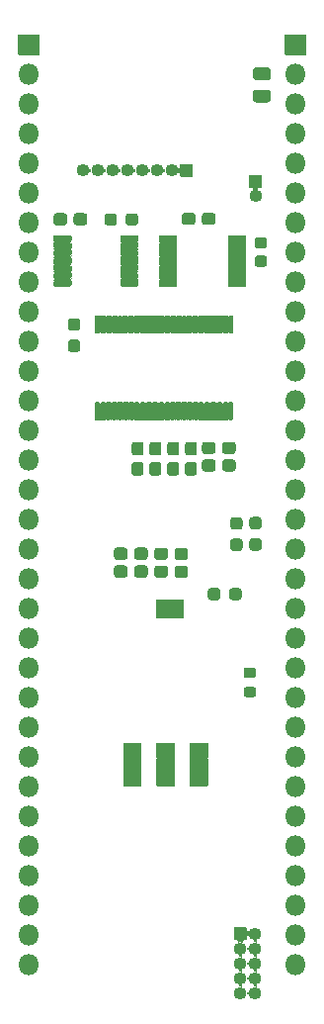
<source format=gbs>
G04 #@! TF.GenerationSoftware,KiCad,Pcbnew,(5.1.12)-1*
G04 #@! TF.CreationDate,2022-08-10T22:17:10-07:00*
G04 #@! TF.ProjectId,jbVeraHDMI,6a625665-7261-4484-944d-492e6b696361,rev?*
G04 #@! TF.SameCoordinates,Original*
G04 #@! TF.FileFunction,Soldermask,Bot*
G04 #@! TF.FilePolarity,Negative*
%FSLAX46Y46*%
G04 Gerber Fmt 4.6, Leading zero omitted, Abs format (unit mm)*
G04 Created by KiCad (PCBNEW (5.1.12)-1) date 2022-08-10 22:17:10*
%MOMM*%
%LPD*%
G01*
G04 APERTURE LIST*
%ADD10O,1.102000X1.102000*%
%ADD11O,1.802000X1.802000*%
%ADD12C,0.100000*%
G04 APERTURE END LIST*
G36*
G01*
X147679300Y-115641100D02*
X148205300Y-115641100D01*
G75*
G02*
X148468300Y-115904100I0J-263000D01*
G01*
X148468300Y-116455100D01*
G75*
G02*
X148205300Y-116718100I-263000J0D01*
G01*
X147679300Y-116718100D01*
G75*
G02*
X147416300Y-116455100I0J263000D01*
G01*
X147416300Y-115904100D01*
G75*
G02*
X147679300Y-115641100I263000J0D01*
G01*
G37*
G36*
G01*
X147679300Y-113816100D02*
X148205300Y-113816100D01*
G75*
G02*
X148468300Y-114079100I0J-263000D01*
G01*
X148468300Y-114630100D01*
G75*
G02*
X148205300Y-114893100I-263000J0D01*
G01*
X147679300Y-114893100D01*
G75*
G02*
X147416300Y-114630100I0J263000D01*
G01*
X147416300Y-114079100D01*
G75*
G02*
X147679300Y-113816100I263000J0D01*
G01*
G37*
G36*
G01*
X146041000Y-115664600D02*
X146567000Y-115664600D01*
G75*
G02*
X146830000Y-115927600I0J-263000D01*
G01*
X146830000Y-116478600D01*
G75*
G02*
X146567000Y-116741600I-263000J0D01*
G01*
X146041000Y-116741600D01*
G75*
G02*
X145778000Y-116478600I0J263000D01*
G01*
X145778000Y-115927600D01*
G75*
G02*
X146041000Y-115664600I263000J0D01*
G01*
G37*
G36*
G01*
X146041000Y-113839600D02*
X146567000Y-113839600D01*
G75*
G02*
X146830000Y-114102600I0J-263000D01*
G01*
X146830000Y-114653600D01*
G75*
G02*
X146567000Y-114916600I-263000J0D01*
G01*
X146041000Y-114916600D01*
G75*
G02*
X145778000Y-114653600I0J263000D01*
G01*
X145778000Y-114102600D01*
G75*
G02*
X146041000Y-113839600I263000J0D01*
G01*
G37*
D10*
X133121400Y-84150200D03*
X134391400Y-84150200D03*
X135661400Y-84150200D03*
X136931400Y-84150200D03*
X138201400Y-84150200D03*
X139471400Y-84150200D03*
X140741400Y-84150200D03*
G36*
G01*
X141511400Y-83599200D02*
X142511400Y-83599200D01*
G75*
G02*
X142562400Y-83650200I0J-51000D01*
G01*
X142562400Y-84650200D01*
G75*
G02*
X142511400Y-84701200I-51000J0D01*
G01*
X141511400Y-84701200D01*
G75*
G02*
X141460400Y-84650200I0J51000D01*
G01*
X141460400Y-83650200D01*
G75*
G02*
X141511400Y-83599200I51000J0D01*
G01*
G37*
X147937220Y-86380320D03*
G36*
G01*
X147386220Y-85610320D02*
X147386220Y-84610320D01*
G75*
G02*
X147437220Y-84559320I51000J0D01*
G01*
X148437220Y-84559320D01*
G75*
G02*
X148488220Y-84610320I0J-51000D01*
G01*
X148488220Y-85610320D01*
G75*
G02*
X148437220Y-85661320I-51000J0D01*
G01*
X147437220Y-85661320D01*
G75*
G02*
X147386220Y-85610320I0J51000D01*
G01*
G37*
X147914360Y-154569160D03*
X146644360Y-154569160D03*
X147914360Y-153299160D03*
X146644360Y-153299160D03*
X147914360Y-152029160D03*
X146644360Y-152029160D03*
X147914360Y-150759160D03*
X146644360Y-150759160D03*
X147914360Y-149489160D03*
G36*
G01*
X146093360Y-149989160D02*
X146093360Y-148989160D01*
G75*
G02*
X146144360Y-148938160I51000J0D01*
G01*
X147144360Y-148938160D01*
G75*
G02*
X147195360Y-148989160I0J-51000D01*
G01*
X147195360Y-149989160D01*
G75*
G02*
X147144360Y-150040160I-51000J0D01*
G01*
X146144360Y-150040160D01*
G75*
G02*
X146093360Y-149989160I0J51000D01*
G01*
G37*
G36*
G01*
X132660500Y-97896700D02*
X132134500Y-97896700D01*
G75*
G02*
X131871500Y-97633700I0J263000D01*
G01*
X131871500Y-97082700D01*
G75*
G02*
X132134500Y-96819700I263000J0D01*
G01*
X132660500Y-96819700D01*
G75*
G02*
X132923500Y-97082700I0J-263000D01*
G01*
X132923500Y-97633700D01*
G75*
G02*
X132660500Y-97896700I-263000J0D01*
G01*
G37*
G36*
G01*
X132660500Y-99721700D02*
X132134500Y-99721700D01*
G75*
G02*
X131871500Y-99458700I0J263000D01*
G01*
X131871500Y-98907700D01*
G75*
G02*
X132134500Y-98644700I263000J0D01*
G01*
X132660500Y-98644700D01*
G75*
G02*
X132923500Y-98907700I0J-263000D01*
G01*
X132923500Y-99458700D01*
G75*
G02*
X132660500Y-99721700I-263000J0D01*
G01*
G37*
G36*
G01*
X143340600Y-88566100D02*
X143340600Y-88040100D01*
G75*
G02*
X143603600Y-87777100I263000J0D01*
G01*
X144254600Y-87777100D01*
G75*
G02*
X144517600Y-88040100I0J-263000D01*
G01*
X144517600Y-88566100D01*
G75*
G02*
X144254600Y-88829100I-263000J0D01*
G01*
X143603600Y-88829100D01*
G75*
G02*
X143340600Y-88566100I0J263000D01*
G01*
G37*
G36*
G01*
X141615600Y-88566100D02*
X141615600Y-88040100D01*
G75*
G02*
X141878600Y-87777100I263000J0D01*
G01*
X142529600Y-87777100D01*
G75*
G02*
X142792600Y-88040100I0J-263000D01*
G01*
X142792600Y-88566100D01*
G75*
G02*
X142529600Y-88829100I-263000J0D01*
G01*
X141878600Y-88829100D01*
G75*
G02*
X141615600Y-88566100I0J263000D01*
G01*
G37*
G36*
G01*
X132185400Y-89819400D02*
X132185400Y-90070400D01*
G75*
G02*
X132059900Y-90195900I-125500J0D01*
G01*
X130733900Y-90195900D01*
G75*
G02*
X130608400Y-90070400I0J125500D01*
G01*
X130608400Y-89819400D01*
G75*
G02*
X130733900Y-89693900I125500J0D01*
G01*
X132059900Y-89693900D01*
G75*
G02*
X132185400Y-89819400I0J-125500D01*
G01*
G37*
G36*
G01*
X132185400Y-90469400D02*
X132185400Y-90720400D01*
G75*
G02*
X132059900Y-90845900I-125500J0D01*
G01*
X130733900Y-90845900D01*
G75*
G02*
X130608400Y-90720400I0J125500D01*
G01*
X130608400Y-90469400D01*
G75*
G02*
X130733900Y-90343900I125500J0D01*
G01*
X132059900Y-90343900D01*
G75*
G02*
X132185400Y-90469400I0J-125500D01*
G01*
G37*
G36*
G01*
X132185400Y-91119400D02*
X132185400Y-91370400D01*
G75*
G02*
X132059900Y-91495900I-125500J0D01*
G01*
X130733900Y-91495900D01*
G75*
G02*
X130608400Y-91370400I0J125500D01*
G01*
X130608400Y-91119400D01*
G75*
G02*
X130733900Y-90993900I125500J0D01*
G01*
X132059900Y-90993900D01*
G75*
G02*
X132185400Y-91119400I0J-125500D01*
G01*
G37*
G36*
G01*
X132185400Y-91769400D02*
X132185400Y-92020400D01*
G75*
G02*
X132059900Y-92145900I-125500J0D01*
G01*
X130733900Y-92145900D01*
G75*
G02*
X130608400Y-92020400I0J125500D01*
G01*
X130608400Y-91769400D01*
G75*
G02*
X130733900Y-91643900I125500J0D01*
G01*
X132059900Y-91643900D01*
G75*
G02*
X132185400Y-91769400I0J-125500D01*
G01*
G37*
G36*
G01*
X132185400Y-92419400D02*
X132185400Y-92670400D01*
G75*
G02*
X132059900Y-92795900I-125500J0D01*
G01*
X130733900Y-92795900D01*
G75*
G02*
X130608400Y-92670400I0J125500D01*
G01*
X130608400Y-92419400D01*
G75*
G02*
X130733900Y-92293900I125500J0D01*
G01*
X132059900Y-92293900D01*
G75*
G02*
X132185400Y-92419400I0J-125500D01*
G01*
G37*
G36*
G01*
X132185400Y-93069400D02*
X132185400Y-93320400D01*
G75*
G02*
X132059900Y-93445900I-125500J0D01*
G01*
X130733900Y-93445900D01*
G75*
G02*
X130608400Y-93320400I0J125500D01*
G01*
X130608400Y-93069400D01*
G75*
G02*
X130733900Y-92943900I125500J0D01*
G01*
X132059900Y-92943900D01*
G75*
G02*
X132185400Y-93069400I0J-125500D01*
G01*
G37*
G36*
G01*
X132185400Y-93719400D02*
X132185400Y-93970400D01*
G75*
G02*
X132059900Y-94095900I-125500J0D01*
G01*
X130733900Y-94095900D01*
G75*
G02*
X130608400Y-93970400I0J125500D01*
G01*
X130608400Y-93719400D01*
G75*
G02*
X130733900Y-93593900I125500J0D01*
G01*
X132059900Y-93593900D01*
G75*
G02*
X132185400Y-93719400I0J-125500D01*
G01*
G37*
G36*
G01*
X137910400Y-93719400D02*
X137910400Y-93970400D01*
G75*
G02*
X137784900Y-94095900I-125500J0D01*
G01*
X136458900Y-94095900D01*
G75*
G02*
X136333400Y-93970400I0J125500D01*
G01*
X136333400Y-93719400D01*
G75*
G02*
X136458900Y-93593900I125500J0D01*
G01*
X137784900Y-93593900D01*
G75*
G02*
X137910400Y-93719400I0J-125500D01*
G01*
G37*
G36*
G01*
X137910400Y-93069400D02*
X137910400Y-93320400D01*
G75*
G02*
X137784900Y-93445900I-125500J0D01*
G01*
X136458900Y-93445900D01*
G75*
G02*
X136333400Y-93320400I0J125500D01*
G01*
X136333400Y-93069400D01*
G75*
G02*
X136458900Y-92943900I125500J0D01*
G01*
X137784900Y-92943900D01*
G75*
G02*
X137910400Y-93069400I0J-125500D01*
G01*
G37*
G36*
G01*
X137910400Y-92419400D02*
X137910400Y-92670400D01*
G75*
G02*
X137784900Y-92795900I-125500J0D01*
G01*
X136458900Y-92795900D01*
G75*
G02*
X136333400Y-92670400I0J125500D01*
G01*
X136333400Y-92419400D01*
G75*
G02*
X136458900Y-92293900I125500J0D01*
G01*
X137784900Y-92293900D01*
G75*
G02*
X137910400Y-92419400I0J-125500D01*
G01*
G37*
G36*
G01*
X137910400Y-91769400D02*
X137910400Y-92020400D01*
G75*
G02*
X137784900Y-92145900I-125500J0D01*
G01*
X136458900Y-92145900D01*
G75*
G02*
X136333400Y-92020400I0J125500D01*
G01*
X136333400Y-91769400D01*
G75*
G02*
X136458900Y-91643900I125500J0D01*
G01*
X137784900Y-91643900D01*
G75*
G02*
X137910400Y-91769400I0J-125500D01*
G01*
G37*
G36*
G01*
X137910400Y-91119400D02*
X137910400Y-91370400D01*
G75*
G02*
X137784900Y-91495900I-125500J0D01*
G01*
X136458900Y-91495900D01*
G75*
G02*
X136333400Y-91370400I0J125500D01*
G01*
X136333400Y-91119400D01*
G75*
G02*
X136458900Y-90993900I125500J0D01*
G01*
X137784900Y-90993900D01*
G75*
G02*
X137910400Y-91119400I0J-125500D01*
G01*
G37*
G36*
G01*
X137910400Y-90469400D02*
X137910400Y-90720400D01*
G75*
G02*
X137784900Y-90845900I-125500J0D01*
G01*
X136458900Y-90845900D01*
G75*
G02*
X136333400Y-90720400I0J125500D01*
G01*
X136333400Y-90469400D01*
G75*
G02*
X136458900Y-90343900I125500J0D01*
G01*
X137784900Y-90343900D01*
G75*
G02*
X137910400Y-90469400I0J-125500D01*
G01*
G37*
G36*
G01*
X137910400Y-89819400D02*
X137910400Y-90070400D01*
G75*
G02*
X137784900Y-90195900I-125500J0D01*
G01*
X136458900Y-90195900D01*
G75*
G02*
X136333400Y-90070400I0J125500D01*
G01*
X136333400Y-89819400D01*
G75*
G02*
X136458900Y-89693900I125500J0D01*
G01*
X137784900Y-89693900D01*
G75*
G02*
X137910400Y-89819400I0J-125500D01*
G01*
G37*
G36*
G01*
X132350020Y-88609280D02*
X132350020Y-88083280D01*
G75*
G02*
X132613020Y-87820280I263000J0D01*
G01*
X133264020Y-87820280D01*
G75*
G02*
X133527020Y-88083280I0J-263000D01*
G01*
X133527020Y-88609280D01*
G75*
G02*
X133264020Y-88872280I-263000J0D01*
G01*
X132613020Y-88872280D01*
G75*
G02*
X132350020Y-88609280I0J263000D01*
G01*
G37*
G36*
G01*
X130625020Y-88609280D02*
X130625020Y-88083280D01*
G75*
G02*
X130888020Y-87820280I263000J0D01*
G01*
X131539020Y-87820280D01*
G75*
G02*
X131802020Y-88083280I0J-263000D01*
G01*
X131802020Y-88609280D01*
G75*
G02*
X131539020Y-88872280I-263000J0D01*
G01*
X130888020Y-88872280D01*
G75*
G02*
X130625020Y-88609280I0J263000D01*
G01*
G37*
G36*
G01*
X147987900Y-77244200D02*
X148988900Y-77244200D01*
G75*
G02*
X149264400Y-77519700I0J-275500D01*
G01*
X149264400Y-78070700D01*
G75*
G02*
X148988900Y-78346200I-275500J0D01*
G01*
X147987900Y-78346200D01*
G75*
G02*
X147712400Y-78070700I0J275500D01*
G01*
X147712400Y-77519700D01*
G75*
G02*
X147987900Y-77244200I275500J0D01*
G01*
G37*
G36*
G01*
X147987900Y-75344200D02*
X148988900Y-75344200D01*
G75*
G02*
X149264400Y-75619700I0J-275500D01*
G01*
X149264400Y-76170700D01*
G75*
G02*
X148988900Y-76446200I-275500J0D01*
G01*
X147987900Y-76446200D01*
G75*
G02*
X147712400Y-76170700I0J275500D01*
G01*
X147712400Y-75619700D01*
G75*
G02*
X147987900Y-75344200I275500J0D01*
G01*
G37*
G36*
G01*
X142142100Y-109111900D02*
X142668100Y-109111900D01*
G75*
G02*
X142931100Y-109374900I0J-263000D01*
G01*
X142931100Y-110025900D01*
G75*
G02*
X142668100Y-110288900I-263000J0D01*
G01*
X142142100Y-110288900D01*
G75*
G02*
X141879100Y-110025900I0J263000D01*
G01*
X141879100Y-109374900D01*
G75*
G02*
X142142100Y-109111900I263000J0D01*
G01*
G37*
G36*
G01*
X142142100Y-107386900D02*
X142668100Y-107386900D01*
G75*
G02*
X142931100Y-107649900I0J-263000D01*
G01*
X142931100Y-108300900D01*
G75*
G02*
X142668100Y-108563900I-263000J0D01*
G01*
X142142100Y-108563900D01*
G75*
G02*
X141879100Y-108300900I0J263000D01*
G01*
X141879100Y-107649900D01*
G75*
G02*
X142142100Y-107386900I263000J0D01*
G01*
G37*
G36*
G01*
X140618100Y-109113000D02*
X141144100Y-109113000D01*
G75*
G02*
X141407100Y-109376000I0J-263000D01*
G01*
X141407100Y-110027000D01*
G75*
G02*
X141144100Y-110290000I-263000J0D01*
G01*
X140618100Y-110290000D01*
G75*
G02*
X140355100Y-110027000I0J263000D01*
G01*
X140355100Y-109376000D01*
G75*
G02*
X140618100Y-109113000I263000J0D01*
G01*
G37*
G36*
G01*
X140618100Y-107388000D02*
X141144100Y-107388000D01*
G75*
G02*
X141407100Y-107651000I0J-263000D01*
G01*
X141407100Y-108302000D01*
G75*
G02*
X141144100Y-108565000I-263000J0D01*
G01*
X140618100Y-108565000D01*
G75*
G02*
X140355100Y-108302000I0J263000D01*
G01*
X140355100Y-107651000D01*
G75*
G02*
X140618100Y-107388000I263000J0D01*
G01*
G37*
G36*
G01*
X137570100Y-109111900D02*
X138096100Y-109111900D01*
G75*
G02*
X138359100Y-109374900I0J-263000D01*
G01*
X138359100Y-110025900D01*
G75*
G02*
X138096100Y-110288900I-263000J0D01*
G01*
X137570100Y-110288900D01*
G75*
G02*
X137307100Y-110025900I0J263000D01*
G01*
X137307100Y-109374900D01*
G75*
G02*
X137570100Y-109111900I263000J0D01*
G01*
G37*
G36*
G01*
X137570100Y-107386900D02*
X138096100Y-107386900D01*
G75*
G02*
X138359100Y-107649900I0J-263000D01*
G01*
X138359100Y-108300900D01*
G75*
G02*
X138096100Y-108563900I-263000J0D01*
G01*
X137570100Y-108563900D01*
G75*
G02*
X137307100Y-108300900I0J263000D01*
G01*
X137307100Y-107649900D01*
G75*
G02*
X137570100Y-107386900I263000J0D01*
G01*
G37*
G36*
G01*
X139094100Y-109114100D02*
X139620100Y-109114100D01*
G75*
G02*
X139883100Y-109377100I0J-263000D01*
G01*
X139883100Y-110028100D01*
G75*
G02*
X139620100Y-110291100I-263000J0D01*
G01*
X139094100Y-110291100D01*
G75*
G02*
X138831100Y-110028100I0J263000D01*
G01*
X138831100Y-109377100D01*
G75*
G02*
X139094100Y-109114100I263000J0D01*
G01*
G37*
G36*
G01*
X139094100Y-107389100D02*
X139620100Y-107389100D01*
G75*
G02*
X139883100Y-107652100I0J-263000D01*
G01*
X139883100Y-108303100D01*
G75*
G02*
X139620100Y-108566100I-263000J0D01*
G01*
X139094100Y-108566100D01*
G75*
G02*
X138831100Y-108303100I0J263000D01*
G01*
X138831100Y-107652100D01*
G75*
G02*
X139094100Y-107389100I263000J0D01*
G01*
G37*
G36*
G01*
X145078300Y-108174900D02*
X145078300Y-107648900D01*
G75*
G02*
X145341300Y-107385900I263000J0D01*
G01*
X145992300Y-107385900D01*
G75*
G02*
X146255300Y-107648900I0J-263000D01*
G01*
X146255300Y-108174900D01*
G75*
G02*
X145992300Y-108437900I-263000J0D01*
G01*
X145341300Y-108437900D01*
G75*
G02*
X145078300Y-108174900I0J263000D01*
G01*
G37*
G36*
G01*
X143353300Y-108174900D02*
X143353300Y-107648900D01*
G75*
G02*
X143616300Y-107385900I263000J0D01*
G01*
X144267300Y-107385900D01*
G75*
G02*
X144530300Y-107648900I0J-263000D01*
G01*
X144530300Y-108174900D01*
G75*
G02*
X144267300Y-108437900I-263000J0D01*
G01*
X143616300Y-108437900D01*
G75*
G02*
X143353300Y-108174900I0J263000D01*
G01*
G37*
G36*
G01*
X145080500Y-109673500D02*
X145080500Y-109147500D01*
G75*
G02*
X145343500Y-108884500I263000J0D01*
G01*
X145994500Y-108884500D01*
G75*
G02*
X146257500Y-109147500I0J-263000D01*
G01*
X146257500Y-109673500D01*
G75*
G02*
X145994500Y-109936500I-263000J0D01*
G01*
X145343500Y-109936500D01*
G75*
G02*
X145080500Y-109673500I0J263000D01*
G01*
G37*
G36*
G01*
X143355500Y-109673500D02*
X143355500Y-109147500D01*
G75*
G02*
X143618500Y-108884500I263000J0D01*
G01*
X144269500Y-108884500D01*
G75*
G02*
X144532500Y-109147500I0J-263000D01*
G01*
X144532500Y-109673500D01*
G75*
G02*
X144269500Y-109936500I-263000J0D01*
G01*
X143618500Y-109936500D01*
G75*
G02*
X143355500Y-109673500I0J263000D01*
G01*
G37*
G36*
G01*
X140988900Y-118766700D02*
X140988900Y-118240700D01*
G75*
G02*
X141251900Y-117977700I263000J0D01*
G01*
X141902900Y-117977700D01*
G75*
G02*
X142165900Y-118240700I0J-263000D01*
G01*
X142165900Y-118766700D01*
G75*
G02*
X141902900Y-119029700I-263000J0D01*
G01*
X141251900Y-119029700D01*
G75*
G02*
X140988900Y-118766700I0J263000D01*
G01*
G37*
G36*
G01*
X139263900Y-118766700D02*
X139263900Y-118240700D01*
G75*
G02*
X139526900Y-117977700I263000J0D01*
G01*
X140177900Y-117977700D01*
G75*
G02*
X140440900Y-118240700I0J-263000D01*
G01*
X140440900Y-118766700D01*
G75*
G02*
X140177900Y-119029700I-263000J0D01*
G01*
X139526900Y-119029700D01*
G75*
G02*
X139263900Y-118766700I0J263000D01*
G01*
G37*
G36*
G01*
X140990000Y-117242700D02*
X140990000Y-116716700D01*
G75*
G02*
X141253000Y-116453700I263000J0D01*
G01*
X141904000Y-116453700D01*
G75*
G02*
X142167000Y-116716700I0J-263000D01*
G01*
X142167000Y-117242700D01*
G75*
G02*
X141904000Y-117505700I-263000J0D01*
G01*
X141253000Y-117505700D01*
G75*
G02*
X140990000Y-117242700I0J263000D01*
G01*
G37*
G36*
G01*
X139265000Y-117242700D02*
X139265000Y-116716700D01*
G75*
G02*
X139528000Y-116453700I263000J0D01*
G01*
X140179000Y-116453700D01*
G75*
G02*
X140442000Y-116716700I0J-263000D01*
G01*
X140442000Y-117242700D01*
G75*
G02*
X140179000Y-117505700I-263000J0D01*
G01*
X139528000Y-117505700D01*
G75*
G02*
X139265000Y-117242700I0J263000D01*
G01*
G37*
G36*
G01*
X137534500Y-118754000D02*
X137534500Y-118228000D01*
G75*
G02*
X137797500Y-117965000I263000J0D01*
G01*
X138448500Y-117965000D01*
G75*
G02*
X138711500Y-118228000I0J-263000D01*
G01*
X138711500Y-118754000D01*
G75*
G02*
X138448500Y-119017000I-263000J0D01*
G01*
X137797500Y-119017000D01*
G75*
G02*
X137534500Y-118754000I0J263000D01*
G01*
G37*
G36*
G01*
X135809500Y-118754000D02*
X135809500Y-118228000D01*
G75*
G02*
X136072500Y-117965000I263000J0D01*
G01*
X136723500Y-117965000D01*
G75*
G02*
X136986500Y-118228000I0J-263000D01*
G01*
X136986500Y-118754000D01*
G75*
G02*
X136723500Y-119017000I-263000J0D01*
G01*
X136072500Y-119017000D01*
G75*
G02*
X135809500Y-118754000I0J263000D01*
G01*
G37*
G36*
G01*
X137534500Y-117230000D02*
X137534500Y-116704000D01*
G75*
G02*
X137797500Y-116441000I263000J0D01*
G01*
X138448500Y-116441000D01*
G75*
G02*
X138711500Y-116704000I0J-263000D01*
G01*
X138711500Y-117230000D01*
G75*
G02*
X138448500Y-117493000I-263000J0D01*
G01*
X137797500Y-117493000D01*
G75*
G02*
X137534500Y-117230000I0J263000D01*
G01*
G37*
G36*
G01*
X135809500Y-117230000D02*
X135809500Y-116704000D01*
G75*
G02*
X136072500Y-116441000I263000J0D01*
G01*
X136723500Y-116441000D01*
G75*
G02*
X136986500Y-116704000I0J-263000D01*
G01*
X136986500Y-117230000D01*
G75*
G02*
X136723500Y-117493000I-263000J0D01*
G01*
X136072500Y-117493000D01*
G75*
G02*
X135809500Y-117230000I0J263000D01*
G01*
G37*
G36*
G01*
X136067180Y-88093440D02*
X136067180Y-88619440D01*
G75*
G02*
X135804180Y-88882440I-263000J0D01*
G01*
X135253180Y-88882440D01*
G75*
G02*
X134990180Y-88619440I0J263000D01*
G01*
X134990180Y-88093440D01*
G75*
G02*
X135253180Y-87830440I263000J0D01*
G01*
X135804180Y-87830440D01*
G75*
G02*
X136067180Y-88093440I0J-263000D01*
G01*
G37*
G36*
G01*
X137892180Y-88093440D02*
X137892180Y-88619440D01*
G75*
G02*
X137629180Y-88882440I-263000J0D01*
G01*
X137078180Y-88882440D01*
G75*
G02*
X136815180Y-88619440I0J263000D01*
G01*
X136815180Y-88093440D01*
G75*
G02*
X137078180Y-87830440I263000J0D01*
G01*
X137629180Y-87830440D01*
G75*
G02*
X137892180Y-88093440I0J-263000D01*
G01*
G37*
G36*
G01*
X145689300Y-120684400D02*
X145689300Y-120158400D01*
G75*
G02*
X145952300Y-119895400I263000J0D01*
G01*
X146503300Y-119895400D01*
G75*
G02*
X146766300Y-120158400I0J-263000D01*
G01*
X146766300Y-120684400D01*
G75*
G02*
X146503300Y-120947400I-263000J0D01*
G01*
X145952300Y-120947400D01*
G75*
G02*
X145689300Y-120684400I0J263000D01*
G01*
G37*
G36*
G01*
X143864300Y-120684400D02*
X143864300Y-120158400D01*
G75*
G02*
X144127300Y-119895400I263000J0D01*
G01*
X144678300Y-119895400D01*
G75*
G02*
X144941300Y-120158400I0J-263000D01*
G01*
X144941300Y-120684400D01*
G75*
G02*
X144678300Y-120947400I-263000J0D01*
G01*
X144127300Y-120947400D01*
G75*
G02*
X143864300Y-120684400I0J263000D01*
G01*
G37*
G36*
G01*
X141800400Y-120941400D02*
X141800400Y-122441400D01*
G75*
G02*
X141749400Y-122492400I-51000J0D01*
G01*
X140749400Y-122492400D01*
G75*
G02*
X140698400Y-122441400I0J51000D01*
G01*
X140698400Y-120941400D01*
G75*
G02*
X140749400Y-120890400I51000J0D01*
G01*
X141749400Y-120890400D01*
G75*
G02*
X141800400Y-120941400I0J-51000D01*
G01*
G37*
G36*
G01*
X140500400Y-120941400D02*
X140500400Y-122441400D01*
G75*
G02*
X140449400Y-122492400I-51000J0D01*
G01*
X139449400Y-122492400D01*
G75*
G02*
X139398400Y-122441400I0J51000D01*
G01*
X139398400Y-120941400D01*
G75*
G02*
X139449400Y-120890400I51000J0D01*
G01*
X140449400Y-120890400D01*
G75*
G02*
X140500400Y-120941400I0J-51000D01*
G01*
G37*
G36*
G01*
X147159200Y-128351400D02*
X147760200Y-128351400D01*
G75*
G02*
X147985700Y-128576900I0J-225500D01*
G01*
X147985700Y-129027900D01*
G75*
G02*
X147760200Y-129253400I-225500J0D01*
G01*
X147159200Y-129253400D01*
G75*
G02*
X146933700Y-129027900I0J225500D01*
G01*
X146933700Y-128576900D01*
G75*
G02*
X147159200Y-128351400I225500J0D01*
G01*
G37*
G36*
G01*
X147159200Y-126701400D02*
X147760200Y-126701400D01*
G75*
G02*
X147985700Y-126926900I0J-225500D01*
G01*
X147985700Y-127377900D01*
G75*
G02*
X147760200Y-127603400I-225500J0D01*
G01*
X147159200Y-127603400D01*
G75*
G02*
X146933700Y-127377900I0J225500D01*
G01*
X146933700Y-126926900D01*
G75*
G02*
X147159200Y-126701400I225500J0D01*
G01*
G37*
G36*
G01*
X136638600Y-133162700D02*
X138138600Y-133162700D01*
G75*
G02*
X138189600Y-133213700I0J-51000D01*
G01*
X138189600Y-134213700D01*
G75*
G02*
X138138600Y-134264700I-51000J0D01*
G01*
X136638600Y-134264700D01*
G75*
G02*
X136587600Y-134213700I0J51000D01*
G01*
X136587600Y-133213700D01*
G75*
G02*
X136638600Y-133162700I51000J0D01*
G01*
G37*
G36*
G01*
X136638600Y-134462700D02*
X138138600Y-134462700D01*
G75*
G02*
X138189600Y-134513700I0J-51000D01*
G01*
X138189600Y-135513700D01*
G75*
G02*
X138138600Y-135564700I-51000J0D01*
G01*
X136638600Y-135564700D01*
G75*
G02*
X136587600Y-135513700I0J51000D01*
G01*
X136587600Y-134513700D01*
G75*
G02*
X136638600Y-134462700I51000J0D01*
G01*
G37*
G36*
G01*
X136638600Y-135762700D02*
X138138600Y-135762700D01*
G75*
G02*
X138189600Y-135813700I0J-51000D01*
G01*
X138189600Y-136813700D01*
G75*
G02*
X138138600Y-136864700I-51000J0D01*
G01*
X136638600Y-136864700D01*
G75*
G02*
X136587600Y-136813700I0J51000D01*
G01*
X136587600Y-135813700D01*
G75*
G02*
X136638600Y-135762700I51000J0D01*
G01*
G37*
G36*
G01*
X139483400Y-133162700D02*
X140983400Y-133162700D01*
G75*
G02*
X141034400Y-133213700I0J-51000D01*
G01*
X141034400Y-134213700D01*
G75*
G02*
X140983400Y-134264700I-51000J0D01*
G01*
X139483400Y-134264700D01*
G75*
G02*
X139432400Y-134213700I0J51000D01*
G01*
X139432400Y-133213700D01*
G75*
G02*
X139483400Y-133162700I51000J0D01*
G01*
G37*
G36*
G01*
X139483400Y-134462700D02*
X140983400Y-134462700D01*
G75*
G02*
X141034400Y-134513700I0J-51000D01*
G01*
X141034400Y-135513700D01*
G75*
G02*
X140983400Y-135564700I-51000J0D01*
G01*
X139483400Y-135564700D01*
G75*
G02*
X139432400Y-135513700I0J51000D01*
G01*
X139432400Y-134513700D01*
G75*
G02*
X139483400Y-134462700I51000J0D01*
G01*
G37*
G36*
G01*
X139483400Y-135762700D02*
X140983400Y-135762700D01*
G75*
G02*
X141034400Y-135813700I0J-51000D01*
G01*
X141034400Y-136813700D01*
G75*
G02*
X140983400Y-136864700I-51000J0D01*
G01*
X139483400Y-136864700D01*
G75*
G02*
X139432400Y-136813700I0J51000D01*
G01*
X139432400Y-135813700D01*
G75*
G02*
X139483400Y-135762700I51000J0D01*
G01*
G37*
G36*
G01*
X142328200Y-133167300D02*
X143828200Y-133167300D01*
G75*
G02*
X143879200Y-133218300I0J-51000D01*
G01*
X143879200Y-134218300D01*
G75*
G02*
X143828200Y-134269300I-51000J0D01*
G01*
X142328200Y-134269300D01*
G75*
G02*
X142277200Y-134218300I0J51000D01*
G01*
X142277200Y-133218300D01*
G75*
G02*
X142328200Y-133167300I51000J0D01*
G01*
G37*
G36*
G01*
X142328200Y-134467300D02*
X143828200Y-134467300D01*
G75*
G02*
X143879200Y-134518300I0J-51000D01*
G01*
X143879200Y-135518300D01*
G75*
G02*
X143828200Y-135569300I-51000J0D01*
G01*
X142328200Y-135569300D01*
G75*
G02*
X142277200Y-135518300I0J51000D01*
G01*
X142277200Y-134518300D01*
G75*
G02*
X142328200Y-134467300I51000J0D01*
G01*
G37*
G36*
G01*
X142328200Y-135767300D02*
X143828200Y-135767300D01*
G75*
G02*
X143879200Y-135818300I0J-51000D01*
G01*
X143879200Y-136818300D01*
G75*
G02*
X143828200Y-136869300I-51000J0D01*
G01*
X142328200Y-136869300D01*
G75*
G02*
X142277200Y-136818300I0J51000D01*
G01*
X142277200Y-135818300D01*
G75*
G02*
X142328200Y-135767300I51000J0D01*
G01*
G37*
G36*
G01*
X145931500Y-98142600D02*
X145730500Y-98142600D01*
G75*
G02*
X145630000Y-98042100I0J100500D01*
G01*
X145630000Y-96666100D01*
G75*
G02*
X145730500Y-96565600I100500J0D01*
G01*
X145931500Y-96565600D01*
G75*
G02*
X146032000Y-96666100I0J-100500D01*
G01*
X146032000Y-98042100D01*
G75*
G02*
X145931500Y-98142600I-100500J0D01*
G01*
G37*
G36*
G01*
X145431500Y-98142600D02*
X145230500Y-98142600D01*
G75*
G02*
X145130000Y-98042100I0J100500D01*
G01*
X145130000Y-96666100D01*
G75*
G02*
X145230500Y-96565600I100500J0D01*
G01*
X145431500Y-96565600D01*
G75*
G02*
X145532000Y-96666100I0J-100500D01*
G01*
X145532000Y-98042100D01*
G75*
G02*
X145431500Y-98142600I-100500J0D01*
G01*
G37*
G36*
G01*
X144931500Y-98142600D02*
X144730500Y-98142600D01*
G75*
G02*
X144630000Y-98042100I0J100500D01*
G01*
X144630000Y-96666100D01*
G75*
G02*
X144730500Y-96565600I100500J0D01*
G01*
X144931500Y-96565600D01*
G75*
G02*
X145032000Y-96666100I0J-100500D01*
G01*
X145032000Y-98042100D01*
G75*
G02*
X144931500Y-98142600I-100500J0D01*
G01*
G37*
G36*
G01*
X144431500Y-98142600D02*
X144230500Y-98142600D01*
G75*
G02*
X144130000Y-98042100I0J100500D01*
G01*
X144130000Y-96666100D01*
G75*
G02*
X144230500Y-96565600I100500J0D01*
G01*
X144431500Y-96565600D01*
G75*
G02*
X144532000Y-96666100I0J-100500D01*
G01*
X144532000Y-98042100D01*
G75*
G02*
X144431500Y-98142600I-100500J0D01*
G01*
G37*
G36*
G01*
X143931500Y-98142600D02*
X143730500Y-98142600D01*
G75*
G02*
X143630000Y-98042100I0J100500D01*
G01*
X143630000Y-96666100D01*
G75*
G02*
X143730500Y-96565600I100500J0D01*
G01*
X143931500Y-96565600D01*
G75*
G02*
X144032000Y-96666100I0J-100500D01*
G01*
X144032000Y-98042100D01*
G75*
G02*
X143931500Y-98142600I-100500J0D01*
G01*
G37*
G36*
G01*
X143431500Y-98142600D02*
X143230500Y-98142600D01*
G75*
G02*
X143130000Y-98042100I0J100500D01*
G01*
X143130000Y-96666100D01*
G75*
G02*
X143230500Y-96565600I100500J0D01*
G01*
X143431500Y-96565600D01*
G75*
G02*
X143532000Y-96666100I0J-100500D01*
G01*
X143532000Y-98042100D01*
G75*
G02*
X143431500Y-98142600I-100500J0D01*
G01*
G37*
G36*
G01*
X142931500Y-98142600D02*
X142730500Y-98142600D01*
G75*
G02*
X142630000Y-98042100I0J100500D01*
G01*
X142630000Y-96666100D01*
G75*
G02*
X142730500Y-96565600I100500J0D01*
G01*
X142931500Y-96565600D01*
G75*
G02*
X143032000Y-96666100I0J-100500D01*
G01*
X143032000Y-98042100D01*
G75*
G02*
X142931500Y-98142600I-100500J0D01*
G01*
G37*
G36*
G01*
X142431500Y-98142600D02*
X142230500Y-98142600D01*
G75*
G02*
X142130000Y-98042100I0J100500D01*
G01*
X142130000Y-96666100D01*
G75*
G02*
X142230500Y-96565600I100500J0D01*
G01*
X142431500Y-96565600D01*
G75*
G02*
X142532000Y-96666100I0J-100500D01*
G01*
X142532000Y-98042100D01*
G75*
G02*
X142431500Y-98142600I-100500J0D01*
G01*
G37*
G36*
G01*
X141931500Y-98142600D02*
X141730500Y-98142600D01*
G75*
G02*
X141630000Y-98042100I0J100500D01*
G01*
X141630000Y-96666100D01*
G75*
G02*
X141730500Y-96565600I100500J0D01*
G01*
X141931500Y-96565600D01*
G75*
G02*
X142032000Y-96666100I0J-100500D01*
G01*
X142032000Y-98042100D01*
G75*
G02*
X141931500Y-98142600I-100500J0D01*
G01*
G37*
G36*
G01*
X141431500Y-98142600D02*
X141230500Y-98142600D01*
G75*
G02*
X141130000Y-98042100I0J100500D01*
G01*
X141130000Y-96666100D01*
G75*
G02*
X141230500Y-96565600I100500J0D01*
G01*
X141431500Y-96565600D01*
G75*
G02*
X141532000Y-96666100I0J-100500D01*
G01*
X141532000Y-98042100D01*
G75*
G02*
X141431500Y-98142600I-100500J0D01*
G01*
G37*
G36*
G01*
X140931500Y-98142600D02*
X140730500Y-98142600D01*
G75*
G02*
X140630000Y-98042100I0J100500D01*
G01*
X140630000Y-96666100D01*
G75*
G02*
X140730500Y-96565600I100500J0D01*
G01*
X140931500Y-96565600D01*
G75*
G02*
X141032000Y-96666100I0J-100500D01*
G01*
X141032000Y-98042100D01*
G75*
G02*
X140931500Y-98142600I-100500J0D01*
G01*
G37*
G36*
G01*
X140431500Y-98142600D02*
X140230500Y-98142600D01*
G75*
G02*
X140130000Y-98042100I0J100500D01*
G01*
X140130000Y-96666100D01*
G75*
G02*
X140230500Y-96565600I100500J0D01*
G01*
X140431500Y-96565600D01*
G75*
G02*
X140532000Y-96666100I0J-100500D01*
G01*
X140532000Y-98042100D01*
G75*
G02*
X140431500Y-98142600I-100500J0D01*
G01*
G37*
G36*
G01*
X139931500Y-98142600D02*
X139730500Y-98142600D01*
G75*
G02*
X139630000Y-98042100I0J100500D01*
G01*
X139630000Y-96666100D01*
G75*
G02*
X139730500Y-96565600I100500J0D01*
G01*
X139931500Y-96565600D01*
G75*
G02*
X140032000Y-96666100I0J-100500D01*
G01*
X140032000Y-98042100D01*
G75*
G02*
X139931500Y-98142600I-100500J0D01*
G01*
G37*
G36*
G01*
X139431500Y-98142600D02*
X139230500Y-98142600D01*
G75*
G02*
X139130000Y-98042100I0J100500D01*
G01*
X139130000Y-96666100D01*
G75*
G02*
X139230500Y-96565600I100500J0D01*
G01*
X139431500Y-96565600D01*
G75*
G02*
X139532000Y-96666100I0J-100500D01*
G01*
X139532000Y-98042100D01*
G75*
G02*
X139431500Y-98142600I-100500J0D01*
G01*
G37*
G36*
G01*
X138931500Y-98142600D02*
X138730500Y-98142600D01*
G75*
G02*
X138630000Y-98042100I0J100500D01*
G01*
X138630000Y-96666100D01*
G75*
G02*
X138730500Y-96565600I100500J0D01*
G01*
X138931500Y-96565600D01*
G75*
G02*
X139032000Y-96666100I0J-100500D01*
G01*
X139032000Y-98042100D01*
G75*
G02*
X138931500Y-98142600I-100500J0D01*
G01*
G37*
G36*
G01*
X138431500Y-98142600D02*
X138230500Y-98142600D01*
G75*
G02*
X138130000Y-98042100I0J100500D01*
G01*
X138130000Y-96666100D01*
G75*
G02*
X138230500Y-96565600I100500J0D01*
G01*
X138431500Y-96565600D01*
G75*
G02*
X138532000Y-96666100I0J-100500D01*
G01*
X138532000Y-98042100D01*
G75*
G02*
X138431500Y-98142600I-100500J0D01*
G01*
G37*
G36*
G01*
X137931500Y-98142600D02*
X137730500Y-98142600D01*
G75*
G02*
X137630000Y-98042100I0J100500D01*
G01*
X137630000Y-96666100D01*
G75*
G02*
X137730500Y-96565600I100500J0D01*
G01*
X137931500Y-96565600D01*
G75*
G02*
X138032000Y-96666100I0J-100500D01*
G01*
X138032000Y-98042100D01*
G75*
G02*
X137931500Y-98142600I-100500J0D01*
G01*
G37*
G36*
G01*
X137431500Y-98142600D02*
X137230500Y-98142600D01*
G75*
G02*
X137130000Y-98042100I0J100500D01*
G01*
X137130000Y-96666100D01*
G75*
G02*
X137230500Y-96565600I100500J0D01*
G01*
X137431500Y-96565600D01*
G75*
G02*
X137532000Y-96666100I0J-100500D01*
G01*
X137532000Y-98042100D01*
G75*
G02*
X137431500Y-98142600I-100500J0D01*
G01*
G37*
G36*
G01*
X136931500Y-98142600D02*
X136730500Y-98142600D01*
G75*
G02*
X136630000Y-98042100I0J100500D01*
G01*
X136630000Y-96666100D01*
G75*
G02*
X136730500Y-96565600I100500J0D01*
G01*
X136931500Y-96565600D01*
G75*
G02*
X137032000Y-96666100I0J-100500D01*
G01*
X137032000Y-98042100D01*
G75*
G02*
X136931500Y-98142600I-100500J0D01*
G01*
G37*
G36*
G01*
X136431500Y-98142600D02*
X136230500Y-98142600D01*
G75*
G02*
X136130000Y-98042100I0J100500D01*
G01*
X136130000Y-96666100D01*
G75*
G02*
X136230500Y-96565600I100500J0D01*
G01*
X136431500Y-96565600D01*
G75*
G02*
X136532000Y-96666100I0J-100500D01*
G01*
X136532000Y-98042100D01*
G75*
G02*
X136431500Y-98142600I-100500J0D01*
G01*
G37*
G36*
G01*
X135931500Y-98142600D02*
X135730500Y-98142600D01*
G75*
G02*
X135630000Y-98042100I0J100500D01*
G01*
X135630000Y-96666100D01*
G75*
G02*
X135730500Y-96565600I100500J0D01*
G01*
X135931500Y-96565600D01*
G75*
G02*
X136032000Y-96666100I0J-100500D01*
G01*
X136032000Y-98042100D01*
G75*
G02*
X135931500Y-98142600I-100500J0D01*
G01*
G37*
G36*
G01*
X135431500Y-98142600D02*
X135230500Y-98142600D01*
G75*
G02*
X135130000Y-98042100I0J100500D01*
G01*
X135130000Y-96666100D01*
G75*
G02*
X135230500Y-96565600I100500J0D01*
G01*
X135431500Y-96565600D01*
G75*
G02*
X135532000Y-96666100I0J-100500D01*
G01*
X135532000Y-98042100D01*
G75*
G02*
X135431500Y-98142600I-100500J0D01*
G01*
G37*
G36*
G01*
X134931500Y-98142600D02*
X134730500Y-98142600D01*
G75*
G02*
X134630000Y-98042100I0J100500D01*
G01*
X134630000Y-96666100D01*
G75*
G02*
X134730500Y-96565600I100500J0D01*
G01*
X134931500Y-96565600D01*
G75*
G02*
X135032000Y-96666100I0J-100500D01*
G01*
X135032000Y-98042100D01*
G75*
G02*
X134931500Y-98142600I-100500J0D01*
G01*
G37*
G36*
G01*
X134431500Y-98142600D02*
X134230500Y-98142600D01*
G75*
G02*
X134130000Y-98042100I0J100500D01*
G01*
X134130000Y-96666100D01*
G75*
G02*
X134230500Y-96565600I100500J0D01*
G01*
X134431500Y-96565600D01*
G75*
G02*
X134532000Y-96666100I0J-100500D01*
G01*
X134532000Y-98042100D01*
G75*
G02*
X134431500Y-98142600I-100500J0D01*
G01*
G37*
G36*
G01*
X134431500Y-105567600D02*
X134230500Y-105567600D01*
G75*
G02*
X134130000Y-105467100I0J100500D01*
G01*
X134130000Y-104091100D01*
G75*
G02*
X134230500Y-103990600I100500J0D01*
G01*
X134431500Y-103990600D01*
G75*
G02*
X134532000Y-104091100I0J-100500D01*
G01*
X134532000Y-105467100D01*
G75*
G02*
X134431500Y-105567600I-100500J0D01*
G01*
G37*
G36*
G01*
X134931500Y-105567600D02*
X134730500Y-105567600D01*
G75*
G02*
X134630000Y-105467100I0J100500D01*
G01*
X134630000Y-104091100D01*
G75*
G02*
X134730500Y-103990600I100500J0D01*
G01*
X134931500Y-103990600D01*
G75*
G02*
X135032000Y-104091100I0J-100500D01*
G01*
X135032000Y-105467100D01*
G75*
G02*
X134931500Y-105567600I-100500J0D01*
G01*
G37*
G36*
G01*
X135431500Y-105567600D02*
X135230500Y-105567600D01*
G75*
G02*
X135130000Y-105467100I0J100500D01*
G01*
X135130000Y-104091100D01*
G75*
G02*
X135230500Y-103990600I100500J0D01*
G01*
X135431500Y-103990600D01*
G75*
G02*
X135532000Y-104091100I0J-100500D01*
G01*
X135532000Y-105467100D01*
G75*
G02*
X135431500Y-105567600I-100500J0D01*
G01*
G37*
G36*
G01*
X135931500Y-105567600D02*
X135730500Y-105567600D01*
G75*
G02*
X135630000Y-105467100I0J100500D01*
G01*
X135630000Y-104091100D01*
G75*
G02*
X135730500Y-103990600I100500J0D01*
G01*
X135931500Y-103990600D01*
G75*
G02*
X136032000Y-104091100I0J-100500D01*
G01*
X136032000Y-105467100D01*
G75*
G02*
X135931500Y-105567600I-100500J0D01*
G01*
G37*
G36*
G01*
X136431500Y-105567600D02*
X136230500Y-105567600D01*
G75*
G02*
X136130000Y-105467100I0J100500D01*
G01*
X136130000Y-104091100D01*
G75*
G02*
X136230500Y-103990600I100500J0D01*
G01*
X136431500Y-103990600D01*
G75*
G02*
X136532000Y-104091100I0J-100500D01*
G01*
X136532000Y-105467100D01*
G75*
G02*
X136431500Y-105567600I-100500J0D01*
G01*
G37*
G36*
G01*
X136931500Y-105567600D02*
X136730500Y-105567600D01*
G75*
G02*
X136630000Y-105467100I0J100500D01*
G01*
X136630000Y-104091100D01*
G75*
G02*
X136730500Y-103990600I100500J0D01*
G01*
X136931500Y-103990600D01*
G75*
G02*
X137032000Y-104091100I0J-100500D01*
G01*
X137032000Y-105467100D01*
G75*
G02*
X136931500Y-105567600I-100500J0D01*
G01*
G37*
G36*
G01*
X137431500Y-105567600D02*
X137230500Y-105567600D01*
G75*
G02*
X137130000Y-105467100I0J100500D01*
G01*
X137130000Y-104091100D01*
G75*
G02*
X137230500Y-103990600I100500J0D01*
G01*
X137431500Y-103990600D01*
G75*
G02*
X137532000Y-104091100I0J-100500D01*
G01*
X137532000Y-105467100D01*
G75*
G02*
X137431500Y-105567600I-100500J0D01*
G01*
G37*
G36*
G01*
X137931500Y-105567600D02*
X137730500Y-105567600D01*
G75*
G02*
X137630000Y-105467100I0J100500D01*
G01*
X137630000Y-104091100D01*
G75*
G02*
X137730500Y-103990600I100500J0D01*
G01*
X137931500Y-103990600D01*
G75*
G02*
X138032000Y-104091100I0J-100500D01*
G01*
X138032000Y-105467100D01*
G75*
G02*
X137931500Y-105567600I-100500J0D01*
G01*
G37*
G36*
G01*
X138431500Y-105567600D02*
X138230500Y-105567600D01*
G75*
G02*
X138130000Y-105467100I0J100500D01*
G01*
X138130000Y-104091100D01*
G75*
G02*
X138230500Y-103990600I100500J0D01*
G01*
X138431500Y-103990600D01*
G75*
G02*
X138532000Y-104091100I0J-100500D01*
G01*
X138532000Y-105467100D01*
G75*
G02*
X138431500Y-105567600I-100500J0D01*
G01*
G37*
G36*
G01*
X138931500Y-105567600D02*
X138730500Y-105567600D01*
G75*
G02*
X138630000Y-105467100I0J100500D01*
G01*
X138630000Y-104091100D01*
G75*
G02*
X138730500Y-103990600I100500J0D01*
G01*
X138931500Y-103990600D01*
G75*
G02*
X139032000Y-104091100I0J-100500D01*
G01*
X139032000Y-105467100D01*
G75*
G02*
X138931500Y-105567600I-100500J0D01*
G01*
G37*
G36*
G01*
X139431500Y-105567600D02*
X139230500Y-105567600D01*
G75*
G02*
X139130000Y-105467100I0J100500D01*
G01*
X139130000Y-104091100D01*
G75*
G02*
X139230500Y-103990600I100500J0D01*
G01*
X139431500Y-103990600D01*
G75*
G02*
X139532000Y-104091100I0J-100500D01*
G01*
X139532000Y-105467100D01*
G75*
G02*
X139431500Y-105567600I-100500J0D01*
G01*
G37*
G36*
G01*
X139931500Y-105567600D02*
X139730500Y-105567600D01*
G75*
G02*
X139630000Y-105467100I0J100500D01*
G01*
X139630000Y-104091100D01*
G75*
G02*
X139730500Y-103990600I100500J0D01*
G01*
X139931500Y-103990600D01*
G75*
G02*
X140032000Y-104091100I0J-100500D01*
G01*
X140032000Y-105467100D01*
G75*
G02*
X139931500Y-105567600I-100500J0D01*
G01*
G37*
G36*
G01*
X140431500Y-105567600D02*
X140230500Y-105567600D01*
G75*
G02*
X140130000Y-105467100I0J100500D01*
G01*
X140130000Y-104091100D01*
G75*
G02*
X140230500Y-103990600I100500J0D01*
G01*
X140431500Y-103990600D01*
G75*
G02*
X140532000Y-104091100I0J-100500D01*
G01*
X140532000Y-105467100D01*
G75*
G02*
X140431500Y-105567600I-100500J0D01*
G01*
G37*
G36*
G01*
X140931500Y-105567600D02*
X140730500Y-105567600D01*
G75*
G02*
X140630000Y-105467100I0J100500D01*
G01*
X140630000Y-104091100D01*
G75*
G02*
X140730500Y-103990600I100500J0D01*
G01*
X140931500Y-103990600D01*
G75*
G02*
X141032000Y-104091100I0J-100500D01*
G01*
X141032000Y-105467100D01*
G75*
G02*
X140931500Y-105567600I-100500J0D01*
G01*
G37*
G36*
G01*
X141431500Y-105567600D02*
X141230500Y-105567600D01*
G75*
G02*
X141130000Y-105467100I0J100500D01*
G01*
X141130000Y-104091100D01*
G75*
G02*
X141230500Y-103990600I100500J0D01*
G01*
X141431500Y-103990600D01*
G75*
G02*
X141532000Y-104091100I0J-100500D01*
G01*
X141532000Y-105467100D01*
G75*
G02*
X141431500Y-105567600I-100500J0D01*
G01*
G37*
G36*
G01*
X141931500Y-105567600D02*
X141730500Y-105567600D01*
G75*
G02*
X141630000Y-105467100I0J100500D01*
G01*
X141630000Y-104091100D01*
G75*
G02*
X141730500Y-103990600I100500J0D01*
G01*
X141931500Y-103990600D01*
G75*
G02*
X142032000Y-104091100I0J-100500D01*
G01*
X142032000Y-105467100D01*
G75*
G02*
X141931500Y-105567600I-100500J0D01*
G01*
G37*
G36*
G01*
X142431500Y-105567600D02*
X142230500Y-105567600D01*
G75*
G02*
X142130000Y-105467100I0J100500D01*
G01*
X142130000Y-104091100D01*
G75*
G02*
X142230500Y-103990600I100500J0D01*
G01*
X142431500Y-103990600D01*
G75*
G02*
X142532000Y-104091100I0J-100500D01*
G01*
X142532000Y-105467100D01*
G75*
G02*
X142431500Y-105567600I-100500J0D01*
G01*
G37*
G36*
G01*
X142931500Y-105567600D02*
X142730500Y-105567600D01*
G75*
G02*
X142630000Y-105467100I0J100500D01*
G01*
X142630000Y-104091100D01*
G75*
G02*
X142730500Y-103990600I100500J0D01*
G01*
X142931500Y-103990600D01*
G75*
G02*
X143032000Y-104091100I0J-100500D01*
G01*
X143032000Y-105467100D01*
G75*
G02*
X142931500Y-105567600I-100500J0D01*
G01*
G37*
G36*
G01*
X143431500Y-105567600D02*
X143230500Y-105567600D01*
G75*
G02*
X143130000Y-105467100I0J100500D01*
G01*
X143130000Y-104091100D01*
G75*
G02*
X143230500Y-103990600I100500J0D01*
G01*
X143431500Y-103990600D01*
G75*
G02*
X143532000Y-104091100I0J-100500D01*
G01*
X143532000Y-105467100D01*
G75*
G02*
X143431500Y-105567600I-100500J0D01*
G01*
G37*
G36*
G01*
X143931500Y-105567600D02*
X143730500Y-105567600D01*
G75*
G02*
X143630000Y-105467100I0J100500D01*
G01*
X143630000Y-104091100D01*
G75*
G02*
X143730500Y-103990600I100500J0D01*
G01*
X143931500Y-103990600D01*
G75*
G02*
X144032000Y-104091100I0J-100500D01*
G01*
X144032000Y-105467100D01*
G75*
G02*
X143931500Y-105567600I-100500J0D01*
G01*
G37*
G36*
G01*
X144431500Y-105567600D02*
X144230500Y-105567600D01*
G75*
G02*
X144130000Y-105467100I0J100500D01*
G01*
X144130000Y-104091100D01*
G75*
G02*
X144230500Y-103990600I100500J0D01*
G01*
X144431500Y-103990600D01*
G75*
G02*
X144532000Y-104091100I0J-100500D01*
G01*
X144532000Y-105467100D01*
G75*
G02*
X144431500Y-105567600I-100500J0D01*
G01*
G37*
G36*
G01*
X144931500Y-105567600D02*
X144730500Y-105567600D01*
G75*
G02*
X144630000Y-105467100I0J100500D01*
G01*
X144630000Y-104091100D01*
G75*
G02*
X144730500Y-103990600I100500J0D01*
G01*
X144931500Y-103990600D01*
G75*
G02*
X145032000Y-104091100I0J-100500D01*
G01*
X145032000Y-105467100D01*
G75*
G02*
X144931500Y-105567600I-100500J0D01*
G01*
G37*
G36*
G01*
X145431500Y-105567600D02*
X145230500Y-105567600D01*
G75*
G02*
X145130000Y-105467100I0J100500D01*
G01*
X145130000Y-104091100D01*
G75*
G02*
X145230500Y-103990600I100500J0D01*
G01*
X145431500Y-103990600D01*
G75*
G02*
X145532000Y-104091100I0J-100500D01*
G01*
X145532000Y-105467100D01*
G75*
G02*
X145431500Y-105567600I-100500J0D01*
G01*
G37*
G36*
G01*
X145931500Y-105567600D02*
X145730500Y-105567600D01*
G75*
G02*
X145630000Y-105467100I0J100500D01*
G01*
X145630000Y-104091100D01*
G75*
G02*
X145730500Y-103990600I100500J0D01*
G01*
X145931500Y-103990600D01*
G75*
G02*
X146032000Y-104091100I0J-100500D01*
G01*
X146032000Y-105467100D01*
G75*
G02*
X145931500Y-105567600I-100500J0D01*
G01*
G37*
D11*
X151367300Y-152158700D03*
X151367300Y-149618700D03*
X151367300Y-147078700D03*
X151367300Y-144538700D03*
X151367300Y-141998700D03*
X151367300Y-139458700D03*
X151367300Y-136918700D03*
X151367300Y-134378700D03*
X151367300Y-131838700D03*
X151367300Y-129298700D03*
X151367300Y-126758700D03*
X151367300Y-124218700D03*
X151367300Y-121678700D03*
X151367300Y-119138700D03*
X151367300Y-116598700D03*
X151367300Y-114058700D03*
X151367300Y-111518700D03*
X151367300Y-108978700D03*
X151367300Y-106438700D03*
X151367300Y-103898700D03*
X151367300Y-101358700D03*
X151367300Y-98818700D03*
X151367300Y-96278700D03*
X151367300Y-93738700D03*
X151367300Y-91198700D03*
X151367300Y-88658700D03*
X151367300Y-86118700D03*
X151367300Y-83578700D03*
X151367300Y-81038700D03*
X151367300Y-78498700D03*
X151367300Y-75958700D03*
G36*
G01*
X152268300Y-72568700D02*
X152268300Y-74268700D01*
G75*
G02*
X152217300Y-74319700I-51000J0D01*
G01*
X150517300Y-74319700D01*
G75*
G02*
X150466300Y-74268700I0J51000D01*
G01*
X150466300Y-72568700D01*
G75*
G02*
X150517300Y-72517700I51000J0D01*
G01*
X152217300Y-72517700D01*
G75*
G02*
X152268300Y-72568700I0J-51000D01*
G01*
G37*
X128507300Y-152158700D03*
X128507300Y-149618700D03*
X128507300Y-147078700D03*
X128507300Y-144538700D03*
X128507300Y-141998700D03*
X128507300Y-139458700D03*
X128507300Y-136918700D03*
X128507300Y-134378700D03*
X128507300Y-131838700D03*
X128507300Y-129298700D03*
X128507300Y-126758700D03*
X128507300Y-124218700D03*
X128507300Y-121678700D03*
X128507300Y-119138700D03*
X128507300Y-116598700D03*
X128507300Y-114058700D03*
X128507300Y-111518700D03*
X128507300Y-108978700D03*
X128507300Y-106438700D03*
X128507300Y-103898700D03*
X128507300Y-101358700D03*
X128507300Y-98818700D03*
X128507300Y-96278700D03*
X128507300Y-93738700D03*
X128507300Y-91198700D03*
X128507300Y-88658700D03*
X128507300Y-86118700D03*
X128507300Y-83578700D03*
X128507300Y-81038700D03*
X128507300Y-78498700D03*
X128507300Y-75958700D03*
G36*
G01*
X129408300Y-72568700D02*
X129408300Y-74268700D01*
G75*
G02*
X129357300Y-74319700I-51000J0D01*
G01*
X127657300Y-74319700D01*
G75*
G02*
X127606300Y-74268700I0J51000D01*
G01*
X127606300Y-72568700D01*
G75*
G02*
X127657300Y-72517700I51000J0D01*
G01*
X129357300Y-72517700D01*
G75*
G02*
X129408300Y-72568700I0J-51000D01*
G01*
G37*
G36*
G01*
X141234400Y-89760300D02*
X141234400Y-90210300D01*
G75*
G02*
X141183400Y-90261300I-51000J0D01*
G01*
X139733400Y-90261300D01*
G75*
G02*
X139682400Y-90210300I0J51000D01*
G01*
X139682400Y-89760300D01*
G75*
G02*
X139733400Y-89709300I51000J0D01*
G01*
X141183400Y-89709300D01*
G75*
G02*
X141234400Y-89760300I0J-51000D01*
G01*
G37*
G36*
G01*
X141234400Y-90410300D02*
X141234400Y-90860300D01*
G75*
G02*
X141183400Y-90911300I-51000J0D01*
G01*
X139733400Y-90911300D01*
G75*
G02*
X139682400Y-90860300I0J51000D01*
G01*
X139682400Y-90410300D01*
G75*
G02*
X139733400Y-90359300I51000J0D01*
G01*
X141183400Y-90359300D01*
G75*
G02*
X141234400Y-90410300I0J-51000D01*
G01*
G37*
G36*
G01*
X141234400Y-91060300D02*
X141234400Y-91510300D01*
G75*
G02*
X141183400Y-91561300I-51000J0D01*
G01*
X139733400Y-91561300D01*
G75*
G02*
X139682400Y-91510300I0J51000D01*
G01*
X139682400Y-91060300D01*
G75*
G02*
X139733400Y-91009300I51000J0D01*
G01*
X141183400Y-91009300D01*
G75*
G02*
X141234400Y-91060300I0J-51000D01*
G01*
G37*
G36*
G01*
X141234400Y-91710300D02*
X141234400Y-92160300D01*
G75*
G02*
X141183400Y-92211300I-51000J0D01*
G01*
X139733400Y-92211300D01*
G75*
G02*
X139682400Y-92160300I0J51000D01*
G01*
X139682400Y-91710300D01*
G75*
G02*
X139733400Y-91659300I51000J0D01*
G01*
X141183400Y-91659300D01*
G75*
G02*
X141234400Y-91710300I0J-51000D01*
G01*
G37*
G36*
G01*
X141234400Y-92360300D02*
X141234400Y-92810300D01*
G75*
G02*
X141183400Y-92861300I-51000J0D01*
G01*
X139733400Y-92861300D01*
G75*
G02*
X139682400Y-92810300I0J51000D01*
G01*
X139682400Y-92360300D01*
G75*
G02*
X139733400Y-92309300I51000J0D01*
G01*
X141183400Y-92309300D01*
G75*
G02*
X141234400Y-92360300I0J-51000D01*
G01*
G37*
G36*
G01*
X141234400Y-93010300D02*
X141234400Y-93460300D01*
G75*
G02*
X141183400Y-93511300I-51000J0D01*
G01*
X139733400Y-93511300D01*
G75*
G02*
X139682400Y-93460300I0J51000D01*
G01*
X139682400Y-93010300D01*
G75*
G02*
X139733400Y-92959300I51000J0D01*
G01*
X141183400Y-92959300D01*
G75*
G02*
X141234400Y-93010300I0J-51000D01*
G01*
G37*
G36*
G01*
X141234400Y-93660300D02*
X141234400Y-94110300D01*
G75*
G02*
X141183400Y-94161300I-51000J0D01*
G01*
X139733400Y-94161300D01*
G75*
G02*
X139682400Y-94110300I0J51000D01*
G01*
X139682400Y-93660300D01*
G75*
G02*
X139733400Y-93609300I51000J0D01*
G01*
X141183400Y-93609300D01*
G75*
G02*
X141234400Y-93660300I0J-51000D01*
G01*
G37*
G36*
G01*
X147134400Y-93660300D02*
X147134400Y-94110300D01*
G75*
G02*
X147083400Y-94161300I-51000J0D01*
G01*
X145633400Y-94161300D01*
G75*
G02*
X145582400Y-94110300I0J51000D01*
G01*
X145582400Y-93660300D01*
G75*
G02*
X145633400Y-93609300I51000J0D01*
G01*
X147083400Y-93609300D01*
G75*
G02*
X147134400Y-93660300I0J-51000D01*
G01*
G37*
G36*
G01*
X147134400Y-93010300D02*
X147134400Y-93460300D01*
G75*
G02*
X147083400Y-93511300I-51000J0D01*
G01*
X145633400Y-93511300D01*
G75*
G02*
X145582400Y-93460300I0J51000D01*
G01*
X145582400Y-93010300D01*
G75*
G02*
X145633400Y-92959300I51000J0D01*
G01*
X147083400Y-92959300D01*
G75*
G02*
X147134400Y-93010300I0J-51000D01*
G01*
G37*
G36*
G01*
X147134400Y-92360300D02*
X147134400Y-92810300D01*
G75*
G02*
X147083400Y-92861300I-51000J0D01*
G01*
X145633400Y-92861300D01*
G75*
G02*
X145582400Y-92810300I0J51000D01*
G01*
X145582400Y-92360300D01*
G75*
G02*
X145633400Y-92309300I51000J0D01*
G01*
X147083400Y-92309300D01*
G75*
G02*
X147134400Y-92360300I0J-51000D01*
G01*
G37*
G36*
G01*
X147134400Y-91710300D02*
X147134400Y-92160300D01*
G75*
G02*
X147083400Y-92211300I-51000J0D01*
G01*
X145633400Y-92211300D01*
G75*
G02*
X145582400Y-92160300I0J51000D01*
G01*
X145582400Y-91710300D01*
G75*
G02*
X145633400Y-91659300I51000J0D01*
G01*
X147083400Y-91659300D01*
G75*
G02*
X147134400Y-91710300I0J-51000D01*
G01*
G37*
G36*
G01*
X147134400Y-91060300D02*
X147134400Y-91510300D01*
G75*
G02*
X147083400Y-91561300I-51000J0D01*
G01*
X145633400Y-91561300D01*
G75*
G02*
X145582400Y-91510300I0J51000D01*
G01*
X145582400Y-91060300D01*
G75*
G02*
X145633400Y-91009300I51000J0D01*
G01*
X147083400Y-91009300D01*
G75*
G02*
X147134400Y-91060300I0J-51000D01*
G01*
G37*
G36*
G01*
X147134400Y-90410300D02*
X147134400Y-90860300D01*
G75*
G02*
X147083400Y-90911300I-51000J0D01*
G01*
X145633400Y-90911300D01*
G75*
G02*
X145582400Y-90860300I0J51000D01*
G01*
X145582400Y-90410300D01*
G75*
G02*
X145633400Y-90359300I51000J0D01*
G01*
X147083400Y-90359300D01*
G75*
G02*
X147134400Y-90410300I0J-51000D01*
G01*
G37*
G36*
G01*
X147134400Y-89760300D02*
X147134400Y-90210300D01*
G75*
G02*
X147083400Y-90261300I-51000J0D01*
G01*
X145633400Y-90261300D01*
G75*
G02*
X145582400Y-90210300I0J51000D01*
G01*
X145582400Y-89760300D01*
G75*
G02*
X145633400Y-89709300I51000J0D01*
G01*
X147083400Y-89709300D01*
G75*
G02*
X147134400Y-89760300I0J-51000D01*
G01*
G37*
G36*
G01*
X148117750Y-91446800D02*
X148681250Y-91446800D01*
G75*
G02*
X148925500Y-91691050I0J-244250D01*
G01*
X148925500Y-92179550D01*
G75*
G02*
X148681250Y-92423800I-244250J0D01*
G01*
X148117750Y-92423800D01*
G75*
G02*
X147873500Y-92179550I0J244250D01*
G01*
X147873500Y-91691050D01*
G75*
G02*
X148117750Y-91446800I244250J0D01*
G01*
G37*
G36*
G01*
X148117750Y-89871800D02*
X148681250Y-89871800D01*
G75*
G02*
X148925500Y-90116050I0J-244250D01*
G01*
X148925500Y-90604550D01*
G75*
G02*
X148681250Y-90848800I-244250J0D01*
G01*
X148117750Y-90848800D01*
G75*
G02*
X147873500Y-90604550I0J244250D01*
G01*
X147873500Y-90116050D01*
G75*
G02*
X148117750Y-89871800I244250J0D01*
G01*
G37*
D12*
G36*
X147393647Y-154396416D02*
G01*
X147393797Y-154398237D01*
X147389010Y-154409795D01*
X147368013Y-154515352D01*
X147368013Y-154622968D01*
X147389010Y-154728525D01*
X147393797Y-154740083D01*
X147393536Y-154742066D01*
X147391688Y-154742831D01*
X147390185Y-154741791D01*
X147381622Y-154725769D01*
X147366327Y-154707132D01*
X147347690Y-154691837D01*
X147326426Y-154680472D01*
X147303351Y-154673472D01*
X147279360Y-154671109D01*
X147255369Y-154673472D01*
X147232294Y-154680472D01*
X147211030Y-154691837D01*
X147192393Y-154707132D01*
X147177098Y-154725769D01*
X147168535Y-154741791D01*
X147166836Y-154742847D01*
X147165073Y-154741904D01*
X147164923Y-154740083D01*
X147169710Y-154728525D01*
X147190707Y-154622968D01*
X147190707Y-154515352D01*
X147169710Y-154409795D01*
X147164923Y-154398237D01*
X147165184Y-154396254D01*
X147167032Y-154395489D01*
X147168535Y-154396529D01*
X147177098Y-154412551D01*
X147192393Y-154431188D01*
X147211030Y-154446483D01*
X147232294Y-154457848D01*
X147255369Y-154464848D01*
X147279360Y-154467211D01*
X147303351Y-154464848D01*
X147326426Y-154457848D01*
X147347690Y-154446483D01*
X147366327Y-154431188D01*
X147381622Y-154412551D01*
X147390185Y-154396529D01*
X147391884Y-154395473D01*
X147393647Y-154396416D01*
G37*
G36*
X148087266Y-153819984D02*
G01*
X148088031Y-153821832D01*
X148086991Y-153823335D01*
X148070969Y-153831898D01*
X148052332Y-153847193D01*
X148037037Y-153865830D01*
X148025672Y-153887094D01*
X148018672Y-153910169D01*
X148016309Y-153934160D01*
X148018672Y-153958151D01*
X148025672Y-153981226D01*
X148037037Y-154002490D01*
X148052332Y-154021127D01*
X148070969Y-154036422D01*
X148086991Y-154044985D01*
X148088047Y-154046684D01*
X148087104Y-154048447D01*
X148085283Y-154048597D01*
X148073725Y-154043810D01*
X147968168Y-154022813D01*
X147860552Y-154022813D01*
X147754995Y-154043810D01*
X147743437Y-154048597D01*
X147741454Y-154048336D01*
X147740689Y-154046488D01*
X147741729Y-154044985D01*
X147757751Y-154036422D01*
X147776388Y-154021127D01*
X147791683Y-154002490D01*
X147803048Y-153981226D01*
X147810048Y-153958151D01*
X147812411Y-153934160D01*
X147810048Y-153910169D01*
X147803048Y-153887094D01*
X147791683Y-153865830D01*
X147776388Y-153847193D01*
X147757751Y-153831898D01*
X147741729Y-153823335D01*
X147740673Y-153821636D01*
X147741616Y-153819873D01*
X147743437Y-153819723D01*
X147754995Y-153824510D01*
X147860552Y-153845507D01*
X147968168Y-153845507D01*
X148073725Y-153824510D01*
X148085283Y-153819723D01*
X148087266Y-153819984D01*
G37*
G36*
X146817266Y-153819984D02*
G01*
X146818031Y-153821832D01*
X146816991Y-153823335D01*
X146800969Y-153831898D01*
X146782332Y-153847193D01*
X146767037Y-153865830D01*
X146755672Y-153887094D01*
X146748672Y-153910169D01*
X146746309Y-153934160D01*
X146748672Y-153958151D01*
X146755672Y-153981226D01*
X146767037Y-154002490D01*
X146782332Y-154021127D01*
X146800969Y-154036422D01*
X146816991Y-154044985D01*
X146818047Y-154046684D01*
X146817104Y-154048447D01*
X146815283Y-154048597D01*
X146803725Y-154043810D01*
X146698168Y-154022813D01*
X146590552Y-154022813D01*
X146484995Y-154043810D01*
X146473437Y-154048597D01*
X146471454Y-154048336D01*
X146470689Y-154046488D01*
X146471729Y-154044985D01*
X146487751Y-154036422D01*
X146506388Y-154021127D01*
X146521683Y-154002490D01*
X146533048Y-153981226D01*
X146540048Y-153958151D01*
X146542411Y-153934160D01*
X146540048Y-153910169D01*
X146533048Y-153887094D01*
X146521683Y-153865830D01*
X146506388Y-153847193D01*
X146487751Y-153831898D01*
X146471729Y-153823335D01*
X146470673Y-153821636D01*
X146471616Y-153819873D01*
X146473437Y-153819723D01*
X146484995Y-153824510D01*
X146590552Y-153845507D01*
X146698168Y-153845507D01*
X146803725Y-153824510D01*
X146815283Y-153819723D01*
X146817266Y-153819984D01*
G37*
G36*
X147393647Y-153126416D02*
G01*
X147393797Y-153128237D01*
X147389010Y-153139795D01*
X147368013Y-153245352D01*
X147368013Y-153352968D01*
X147389010Y-153458525D01*
X147393797Y-153470083D01*
X147393536Y-153472066D01*
X147391688Y-153472831D01*
X147390185Y-153471791D01*
X147381622Y-153455769D01*
X147366327Y-153437132D01*
X147347690Y-153421837D01*
X147326426Y-153410472D01*
X147303351Y-153403472D01*
X147279360Y-153401109D01*
X147255369Y-153403472D01*
X147232294Y-153410472D01*
X147211030Y-153421837D01*
X147192393Y-153437132D01*
X147177098Y-153455769D01*
X147168535Y-153471791D01*
X147166836Y-153472847D01*
X147165073Y-153471904D01*
X147164923Y-153470083D01*
X147169710Y-153458525D01*
X147190707Y-153352968D01*
X147190707Y-153245352D01*
X147169710Y-153139795D01*
X147164923Y-153128237D01*
X147165184Y-153126254D01*
X147167032Y-153125489D01*
X147168535Y-153126529D01*
X147177098Y-153142551D01*
X147192393Y-153161188D01*
X147211030Y-153176483D01*
X147232294Y-153187848D01*
X147255369Y-153194848D01*
X147279360Y-153197211D01*
X147303351Y-153194848D01*
X147326426Y-153187848D01*
X147347690Y-153176483D01*
X147366327Y-153161188D01*
X147381622Y-153142551D01*
X147390185Y-153126529D01*
X147391884Y-153125473D01*
X147393647Y-153126416D01*
G37*
G36*
X148087266Y-152549984D02*
G01*
X148088031Y-152551832D01*
X148086991Y-152553335D01*
X148070969Y-152561898D01*
X148052332Y-152577193D01*
X148037037Y-152595830D01*
X148025672Y-152617094D01*
X148018672Y-152640169D01*
X148016309Y-152664160D01*
X148018672Y-152688151D01*
X148025672Y-152711226D01*
X148037037Y-152732490D01*
X148052332Y-152751127D01*
X148070969Y-152766422D01*
X148086991Y-152774985D01*
X148088047Y-152776684D01*
X148087104Y-152778447D01*
X148085283Y-152778597D01*
X148073725Y-152773810D01*
X147968168Y-152752813D01*
X147860552Y-152752813D01*
X147754995Y-152773810D01*
X147743437Y-152778597D01*
X147741454Y-152778336D01*
X147740689Y-152776488D01*
X147741729Y-152774985D01*
X147757751Y-152766422D01*
X147776388Y-152751127D01*
X147791683Y-152732490D01*
X147803048Y-152711226D01*
X147810048Y-152688151D01*
X147812411Y-152664160D01*
X147810048Y-152640169D01*
X147803048Y-152617094D01*
X147791683Y-152595830D01*
X147776388Y-152577193D01*
X147757751Y-152561898D01*
X147741729Y-152553335D01*
X147740673Y-152551636D01*
X147741616Y-152549873D01*
X147743437Y-152549723D01*
X147754995Y-152554510D01*
X147860552Y-152575507D01*
X147968168Y-152575507D01*
X148073725Y-152554510D01*
X148085283Y-152549723D01*
X148087266Y-152549984D01*
G37*
G36*
X146817266Y-152549984D02*
G01*
X146818031Y-152551832D01*
X146816991Y-152553335D01*
X146800969Y-152561898D01*
X146782332Y-152577193D01*
X146767037Y-152595830D01*
X146755672Y-152617094D01*
X146748672Y-152640169D01*
X146746309Y-152664160D01*
X146748672Y-152688151D01*
X146755672Y-152711226D01*
X146767037Y-152732490D01*
X146782332Y-152751127D01*
X146800969Y-152766422D01*
X146816991Y-152774985D01*
X146818047Y-152776684D01*
X146817104Y-152778447D01*
X146815283Y-152778597D01*
X146803725Y-152773810D01*
X146698168Y-152752813D01*
X146590552Y-152752813D01*
X146484995Y-152773810D01*
X146473437Y-152778597D01*
X146471454Y-152778336D01*
X146470689Y-152776488D01*
X146471729Y-152774985D01*
X146487751Y-152766422D01*
X146506388Y-152751127D01*
X146521683Y-152732490D01*
X146533048Y-152711226D01*
X146540048Y-152688151D01*
X146542411Y-152664160D01*
X146540048Y-152640169D01*
X146533048Y-152617094D01*
X146521683Y-152595830D01*
X146506388Y-152577193D01*
X146487751Y-152561898D01*
X146471729Y-152553335D01*
X146470673Y-152551636D01*
X146471616Y-152549873D01*
X146473437Y-152549723D01*
X146484995Y-152554510D01*
X146590552Y-152575507D01*
X146698168Y-152575507D01*
X146803725Y-152554510D01*
X146815283Y-152549723D01*
X146817266Y-152549984D01*
G37*
G36*
X147393647Y-151856416D02*
G01*
X147393797Y-151858237D01*
X147389010Y-151869795D01*
X147368013Y-151975352D01*
X147368013Y-152082968D01*
X147389010Y-152188525D01*
X147393797Y-152200083D01*
X147393536Y-152202066D01*
X147391688Y-152202831D01*
X147390185Y-152201791D01*
X147381622Y-152185769D01*
X147366327Y-152167132D01*
X147347690Y-152151837D01*
X147326426Y-152140472D01*
X147303351Y-152133472D01*
X147279360Y-152131109D01*
X147255369Y-152133472D01*
X147232294Y-152140472D01*
X147211030Y-152151837D01*
X147192393Y-152167132D01*
X147177098Y-152185769D01*
X147168535Y-152201791D01*
X147166836Y-152202847D01*
X147165073Y-152201904D01*
X147164923Y-152200083D01*
X147169710Y-152188525D01*
X147190707Y-152082968D01*
X147190707Y-151975352D01*
X147169710Y-151869795D01*
X147164923Y-151858237D01*
X147165184Y-151856254D01*
X147167032Y-151855489D01*
X147168535Y-151856529D01*
X147177098Y-151872551D01*
X147192393Y-151891188D01*
X147211030Y-151906483D01*
X147232294Y-151917848D01*
X147255369Y-151924848D01*
X147279360Y-151927211D01*
X147303351Y-151924848D01*
X147326426Y-151917848D01*
X147347690Y-151906483D01*
X147366327Y-151891188D01*
X147381622Y-151872551D01*
X147390185Y-151856529D01*
X147391884Y-151855473D01*
X147393647Y-151856416D01*
G37*
G36*
X148087266Y-151279984D02*
G01*
X148088031Y-151281832D01*
X148086991Y-151283335D01*
X148070969Y-151291898D01*
X148052332Y-151307193D01*
X148037037Y-151325830D01*
X148025672Y-151347094D01*
X148018672Y-151370169D01*
X148016309Y-151394160D01*
X148018672Y-151418151D01*
X148025672Y-151441226D01*
X148037037Y-151462490D01*
X148052332Y-151481127D01*
X148070969Y-151496422D01*
X148086991Y-151504985D01*
X148088047Y-151506684D01*
X148087104Y-151508447D01*
X148085283Y-151508597D01*
X148073725Y-151503810D01*
X147968168Y-151482813D01*
X147860552Y-151482813D01*
X147754995Y-151503810D01*
X147743437Y-151508597D01*
X147741454Y-151508336D01*
X147740689Y-151506488D01*
X147741729Y-151504985D01*
X147757751Y-151496422D01*
X147776388Y-151481127D01*
X147791683Y-151462490D01*
X147803048Y-151441226D01*
X147810048Y-151418151D01*
X147812411Y-151394160D01*
X147810048Y-151370169D01*
X147803048Y-151347094D01*
X147791683Y-151325830D01*
X147776388Y-151307193D01*
X147757751Y-151291898D01*
X147741729Y-151283335D01*
X147740673Y-151281636D01*
X147741616Y-151279873D01*
X147743437Y-151279723D01*
X147754995Y-151284510D01*
X147860552Y-151305507D01*
X147968168Y-151305507D01*
X148073725Y-151284510D01*
X148085283Y-151279723D01*
X148087266Y-151279984D01*
G37*
G36*
X146817266Y-151279984D02*
G01*
X146818031Y-151281832D01*
X146816991Y-151283335D01*
X146800969Y-151291898D01*
X146782332Y-151307193D01*
X146767037Y-151325830D01*
X146755672Y-151347094D01*
X146748672Y-151370169D01*
X146746309Y-151394160D01*
X146748672Y-151418151D01*
X146755672Y-151441226D01*
X146767037Y-151462490D01*
X146782332Y-151481127D01*
X146800969Y-151496422D01*
X146816991Y-151504985D01*
X146818047Y-151506684D01*
X146817104Y-151508447D01*
X146815283Y-151508597D01*
X146803725Y-151503810D01*
X146698168Y-151482813D01*
X146590552Y-151482813D01*
X146484995Y-151503810D01*
X146473437Y-151508597D01*
X146471454Y-151508336D01*
X146470689Y-151506488D01*
X146471729Y-151504985D01*
X146487751Y-151496422D01*
X146506388Y-151481127D01*
X146521683Y-151462490D01*
X146533048Y-151441226D01*
X146540048Y-151418151D01*
X146542411Y-151394160D01*
X146540048Y-151370169D01*
X146533048Y-151347094D01*
X146521683Y-151325830D01*
X146506388Y-151307193D01*
X146487751Y-151291898D01*
X146471729Y-151283335D01*
X146470673Y-151281636D01*
X146471616Y-151279873D01*
X146473437Y-151279723D01*
X146484995Y-151284510D01*
X146590552Y-151305507D01*
X146698168Y-151305507D01*
X146803725Y-151284510D01*
X146815283Y-151279723D01*
X146817266Y-151279984D01*
G37*
G36*
X147393647Y-150586416D02*
G01*
X147393797Y-150588237D01*
X147389010Y-150599795D01*
X147368013Y-150705352D01*
X147368013Y-150812968D01*
X147389010Y-150918525D01*
X147393797Y-150930083D01*
X147393536Y-150932066D01*
X147391688Y-150932831D01*
X147390185Y-150931791D01*
X147381622Y-150915769D01*
X147366327Y-150897132D01*
X147347690Y-150881837D01*
X147326426Y-150870472D01*
X147303351Y-150863472D01*
X147279360Y-150861109D01*
X147255369Y-150863472D01*
X147232294Y-150870472D01*
X147211030Y-150881837D01*
X147192393Y-150897132D01*
X147177098Y-150915769D01*
X147168535Y-150931791D01*
X147166836Y-150932847D01*
X147165073Y-150931904D01*
X147164923Y-150930083D01*
X147169710Y-150918525D01*
X147190707Y-150812968D01*
X147190707Y-150705352D01*
X147169710Y-150599795D01*
X147164923Y-150588237D01*
X147165184Y-150586254D01*
X147167032Y-150585489D01*
X147168535Y-150586529D01*
X147177098Y-150602551D01*
X147192393Y-150621188D01*
X147211030Y-150636483D01*
X147232294Y-150647848D01*
X147255369Y-150654848D01*
X147279360Y-150657211D01*
X147303351Y-150654848D01*
X147326426Y-150647848D01*
X147347690Y-150636483D01*
X147366327Y-150621188D01*
X147381622Y-150602551D01*
X147390185Y-150586529D01*
X147391884Y-150585473D01*
X147393647Y-150586416D01*
G37*
G36*
X146968014Y-150039160D02*
G01*
X146968014Y-150041160D01*
X146966478Y-150042150D01*
X146942291Y-150044532D01*
X146919216Y-150051532D01*
X146897952Y-150062897D01*
X146879315Y-150078192D01*
X146864020Y-150096829D01*
X146852655Y-150118093D01*
X146845655Y-150141168D01*
X146843292Y-150165158D01*
X146845655Y-150189150D01*
X146852655Y-150212225D01*
X146864020Y-150233489D01*
X146879315Y-150252126D01*
X146898030Y-150267484D01*
X146902358Y-150270376D01*
X146903243Y-150272170D01*
X146902132Y-150273833D01*
X146900482Y-150273887D01*
X146803725Y-150233810D01*
X146698168Y-150212813D01*
X146590552Y-150212813D01*
X146484995Y-150233810D01*
X146388238Y-150273887D01*
X146386255Y-150273626D01*
X146385490Y-150271778D01*
X146386362Y-150270376D01*
X146390690Y-150267484D01*
X146409405Y-150252125D01*
X146424700Y-150233488D01*
X146436065Y-150212225D01*
X146443065Y-150189150D01*
X146445428Y-150165158D01*
X146443065Y-150141167D01*
X146436065Y-150118092D01*
X146424700Y-150096829D01*
X146409404Y-150078192D01*
X146390767Y-150062897D01*
X146369504Y-150051532D01*
X146346429Y-150044532D01*
X146322242Y-150042150D01*
X146320616Y-150040985D01*
X146320812Y-150038995D01*
X146322438Y-150038160D01*
X146966282Y-150038160D01*
X146968014Y-150039160D01*
G37*
G36*
X148087266Y-150009984D02*
G01*
X148088031Y-150011832D01*
X148086991Y-150013335D01*
X148070969Y-150021898D01*
X148052332Y-150037193D01*
X148037037Y-150055830D01*
X148025672Y-150077094D01*
X148018672Y-150100169D01*
X148016309Y-150124160D01*
X148018672Y-150148151D01*
X148025672Y-150171226D01*
X148037037Y-150192490D01*
X148052332Y-150211127D01*
X148070969Y-150226422D01*
X148086991Y-150234985D01*
X148088047Y-150236684D01*
X148087104Y-150238447D01*
X148085283Y-150238597D01*
X148073725Y-150233810D01*
X147968168Y-150212813D01*
X147860552Y-150212813D01*
X147754995Y-150233810D01*
X147743437Y-150238597D01*
X147741454Y-150238336D01*
X147740689Y-150236488D01*
X147741729Y-150234985D01*
X147757751Y-150226422D01*
X147776388Y-150211127D01*
X147791683Y-150192490D01*
X147803048Y-150171226D01*
X147810048Y-150148151D01*
X147812411Y-150124160D01*
X147810048Y-150100169D01*
X147803048Y-150077094D01*
X147791683Y-150055830D01*
X147776388Y-150037193D01*
X147757751Y-150021898D01*
X147741729Y-150013335D01*
X147740673Y-150011636D01*
X147741616Y-150009873D01*
X147743437Y-150009723D01*
X147754995Y-150014510D01*
X147860552Y-150035507D01*
X147968168Y-150035507D01*
X148073725Y-150014510D01*
X148085283Y-150009723D01*
X148087266Y-150009984D01*
G37*
G36*
X147197350Y-149167042D02*
G01*
X147199732Y-149191229D01*
X147206732Y-149214304D01*
X147218097Y-149235568D01*
X147233392Y-149254205D01*
X147252029Y-149269500D01*
X147273293Y-149280865D01*
X147296368Y-149287865D01*
X147320359Y-149290228D01*
X147344350Y-149287865D01*
X147367425Y-149280865D01*
X147388689Y-149269500D01*
X147407326Y-149254205D01*
X147422684Y-149235490D01*
X147425576Y-149231162D01*
X147427370Y-149230277D01*
X147429033Y-149231388D01*
X147429087Y-149233038D01*
X147389010Y-149329795D01*
X147368013Y-149435352D01*
X147368013Y-149542968D01*
X147389010Y-149648525D01*
X147429087Y-149745282D01*
X147428826Y-149747265D01*
X147426978Y-149748030D01*
X147425576Y-149747158D01*
X147422684Y-149742830D01*
X147407325Y-149724115D01*
X147388688Y-149708820D01*
X147367425Y-149697455D01*
X147344350Y-149690455D01*
X147320358Y-149688092D01*
X147296367Y-149690455D01*
X147273292Y-149697455D01*
X147252029Y-149708820D01*
X147233392Y-149724116D01*
X147218097Y-149742753D01*
X147206732Y-149764016D01*
X147199732Y-149787091D01*
X147197350Y-149811278D01*
X147196185Y-149812904D01*
X147194195Y-149812708D01*
X147193360Y-149811082D01*
X147193360Y-149167238D01*
X147194360Y-149165506D01*
X147196360Y-149165506D01*
X147197350Y-149167042D01*
G37*
G36*
X143880932Y-135568300D02*
G01*
X143881200Y-135569300D01*
X143881200Y-135767300D01*
X143880200Y-135769032D01*
X143879200Y-135769300D01*
X142277200Y-135769300D01*
X142275468Y-135768300D01*
X142275200Y-135767300D01*
X142275200Y-135569300D01*
X142276200Y-135567568D01*
X142277200Y-135567300D01*
X143879200Y-135567300D01*
X143880932Y-135568300D01*
G37*
G36*
X138191332Y-135563700D02*
G01*
X138191600Y-135564700D01*
X138191600Y-135762700D01*
X138190600Y-135764432D01*
X138189600Y-135764700D01*
X136587600Y-135764700D01*
X136585868Y-135763700D01*
X136585600Y-135762700D01*
X136585600Y-135564700D01*
X136586600Y-135562968D01*
X136587600Y-135562700D01*
X138189600Y-135562700D01*
X138191332Y-135563700D01*
G37*
G36*
X141036132Y-135563700D02*
G01*
X141036400Y-135564700D01*
X141036400Y-135762700D01*
X141035400Y-135764432D01*
X141034400Y-135764700D01*
X139432400Y-135764700D01*
X139430668Y-135763700D01*
X139430400Y-135762700D01*
X139430400Y-135564700D01*
X139431400Y-135562968D01*
X139432400Y-135562700D01*
X141034400Y-135562700D01*
X141036132Y-135563700D01*
G37*
G36*
X143880932Y-134268300D02*
G01*
X143881200Y-134269300D01*
X143881200Y-134467300D01*
X143880200Y-134469032D01*
X143879200Y-134469300D01*
X142277200Y-134469300D01*
X142275468Y-134468300D01*
X142275200Y-134467300D01*
X142275200Y-134269300D01*
X142276200Y-134267568D01*
X142277200Y-134267300D01*
X143879200Y-134267300D01*
X143880932Y-134268300D01*
G37*
G36*
X141036132Y-134263700D02*
G01*
X141036400Y-134264700D01*
X141036400Y-134462700D01*
X141035400Y-134464432D01*
X141034400Y-134464700D01*
X139432400Y-134464700D01*
X139430668Y-134463700D01*
X139430400Y-134462700D01*
X139430400Y-134264700D01*
X139431400Y-134262968D01*
X139432400Y-134262700D01*
X141034400Y-134262700D01*
X141036132Y-134263700D01*
G37*
G36*
X138191332Y-134263700D02*
G01*
X138191600Y-134264700D01*
X138191600Y-134462700D01*
X138190600Y-134464432D01*
X138189600Y-134464700D01*
X136587600Y-134464700D01*
X136585868Y-134463700D01*
X136585600Y-134462700D01*
X136585600Y-134264700D01*
X136586600Y-134262968D01*
X136587600Y-134262700D01*
X138189600Y-134262700D01*
X138191332Y-134263700D01*
G37*
G36*
X140700132Y-120889400D02*
G01*
X140700400Y-120890400D01*
X140700400Y-122492400D01*
X140699400Y-122494132D01*
X140698400Y-122494400D01*
X140500400Y-122494400D01*
X140498668Y-122493400D01*
X140498400Y-122492400D01*
X140498400Y-120890400D01*
X140499400Y-120888668D01*
X140500400Y-120888400D01*
X140698400Y-120888400D01*
X140700132Y-120889400D01*
G37*
G36*
X145488056Y-103988610D02*
G01*
X145501491Y-103989933D01*
X145501876Y-103990009D01*
X145508890Y-103992137D01*
X145509252Y-103992287D01*
X145522935Y-103999600D01*
X145545298Y-104008863D01*
X145568948Y-104013567D01*
X145593054Y-104013567D01*
X145616704Y-104008862D01*
X145639065Y-103999600D01*
X145652748Y-103992287D01*
X145653110Y-103992137D01*
X145660124Y-103990009D01*
X145660509Y-103989933D01*
X145673944Y-103988610D01*
X145674140Y-103988600D01*
X145730500Y-103988600D01*
X145732232Y-103989600D01*
X145732232Y-103991600D01*
X145730696Y-103992590D01*
X145711288Y-103994501D01*
X145692809Y-104000107D01*
X145675781Y-104009208D01*
X145660857Y-104021457D01*
X145648608Y-104036381D01*
X145639507Y-104053409D01*
X145633901Y-104071888D01*
X145632000Y-104091194D01*
X145632000Y-105467006D01*
X145633901Y-105486312D01*
X145639507Y-105504791D01*
X145648608Y-105521819D01*
X145660857Y-105536743D01*
X145675781Y-105548992D01*
X145692809Y-105558093D01*
X145711288Y-105563699D01*
X145730696Y-105565610D01*
X145732322Y-105566775D01*
X145732126Y-105568765D01*
X145730500Y-105569600D01*
X145674140Y-105569600D01*
X145673944Y-105569590D01*
X145660509Y-105568267D01*
X145660124Y-105568191D01*
X145653110Y-105566063D01*
X145652748Y-105565913D01*
X145639065Y-105558600D01*
X145616702Y-105549337D01*
X145593052Y-105544633D01*
X145568946Y-105544633D01*
X145545296Y-105549338D01*
X145522935Y-105558600D01*
X145509252Y-105565913D01*
X145508890Y-105566063D01*
X145501876Y-105568191D01*
X145501491Y-105568267D01*
X145488056Y-105569590D01*
X145487860Y-105569600D01*
X145431500Y-105569600D01*
X145429768Y-105568600D01*
X145429768Y-105566600D01*
X145431304Y-105565610D01*
X145450712Y-105563699D01*
X145469191Y-105558093D01*
X145486219Y-105548992D01*
X145501143Y-105536743D01*
X145513392Y-105521819D01*
X145522493Y-105504791D01*
X145528099Y-105486312D01*
X145530000Y-105467006D01*
X145530000Y-104091194D01*
X145528099Y-104071888D01*
X145522493Y-104053409D01*
X145513392Y-104036381D01*
X145501143Y-104021457D01*
X145486219Y-104009208D01*
X145469191Y-104000107D01*
X145450712Y-103994501D01*
X145431304Y-103992590D01*
X145429678Y-103991425D01*
X145429874Y-103989435D01*
X145431500Y-103988600D01*
X145487860Y-103988600D01*
X145488056Y-103988610D01*
G37*
G36*
X140488056Y-103988610D02*
G01*
X140501491Y-103989933D01*
X140501876Y-103990009D01*
X140508890Y-103992137D01*
X140509252Y-103992287D01*
X140522935Y-103999600D01*
X140545298Y-104008863D01*
X140568948Y-104013567D01*
X140593054Y-104013567D01*
X140616704Y-104008862D01*
X140639065Y-103999600D01*
X140652748Y-103992287D01*
X140653110Y-103992137D01*
X140660124Y-103990009D01*
X140660509Y-103989933D01*
X140673944Y-103988610D01*
X140674140Y-103988600D01*
X140730500Y-103988600D01*
X140732232Y-103989600D01*
X140732232Y-103991600D01*
X140730696Y-103992590D01*
X140711288Y-103994501D01*
X140692809Y-104000107D01*
X140675781Y-104009208D01*
X140660857Y-104021457D01*
X140648608Y-104036381D01*
X140639507Y-104053409D01*
X140633901Y-104071888D01*
X140632000Y-104091194D01*
X140632000Y-105467006D01*
X140633901Y-105486312D01*
X140639507Y-105504791D01*
X140648608Y-105521819D01*
X140660857Y-105536743D01*
X140675781Y-105548992D01*
X140692809Y-105558093D01*
X140711288Y-105563699D01*
X140730696Y-105565610D01*
X140732322Y-105566775D01*
X140732126Y-105568765D01*
X140730500Y-105569600D01*
X140674140Y-105569600D01*
X140673944Y-105569590D01*
X140660509Y-105568267D01*
X140660124Y-105568191D01*
X140653110Y-105566063D01*
X140652748Y-105565913D01*
X140639065Y-105558600D01*
X140616702Y-105549337D01*
X140593052Y-105544633D01*
X140568946Y-105544633D01*
X140545296Y-105549338D01*
X140522935Y-105558600D01*
X140509252Y-105565913D01*
X140508890Y-105566063D01*
X140501876Y-105568191D01*
X140501491Y-105568267D01*
X140488056Y-105569590D01*
X140487860Y-105569600D01*
X140431500Y-105569600D01*
X140429768Y-105568600D01*
X140429768Y-105566600D01*
X140431304Y-105565610D01*
X140450712Y-105563699D01*
X140469191Y-105558093D01*
X140486219Y-105548992D01*
X140501143Y-105536743D01*
X140513392Y-105521819D01*
X140522493Y-105504791D01*
X140528099Y-105486312D01*
X140530000Y-105467006D01*
X140530000Y-104091194D01*
X140528099Y-104071888D01*
X140522493Y-104053409D01*
X140513392Y-104036381D01*
X140501143Y-104021457D01*
X140486219Y-104009208D01*
X140469191Y-104000107D01*
X140450712Y-103994501D01*
X140431304Y-103992590D01*
X140429678Y-103991425D01*
X140429874Y-103989435D01*
X140431500Y-103988600D01*
X140487860Y-103988600D01*
X140488056Y-103988610D01*
G37*
G36*
X140988056Y-103988610D02*
G01*
X141001491Y-103989933D01*
X141001876Y-103990009D01*
X141008890Y-103992137D01*
X141009252Y-103992287D01*
X141022935Y-103999600D01*
X141045298Y-104008863D01*
X141068948Y-104013567D01*
X141093054Y-104013567D01*
X141116704Y-104008862D01*
X141139065Y-103999600D01*
X141152748Y-103992287D01*
X141153110Y-103992137D01*
X141160124Y-103990009D01*
X141160509Y-103989933D01*
X141173944Y-103988610D01*
X141174140Y-103988600D01*
X141230500Y-103988600D01*
X141232232Y-103989600D01*
X141232232Y-103991600D01*
X141230696Y-103992590D01*
X141211288Y-103994501D01*
X141192809Y-104000107D01*
X141175781Y-104009208D01*
X141160857Y-104021457D01*
X141148608Y-104036381D01*
X141139507Y-104053409D01*
X141133901Y-104071888D01*
X141132000Y-104091194D01*
X141132000Y-105467006D01*
X141133901Y-105486312D01*
X141139507Y-105504791D01*
X141148608Y-105521819D01*
X141160857Y-105536743D01*
X141175781Y-105548992D01*
X141192809Y-105558093D01*
X141211288Y-105563699D01*
X141230696Y-105565610D01*
X141232322Y-105566775D01*
X141232126Y-105568765D01*
X141230500Y-105569600D01*
X141174140Y-105569600D01*
X141173944Y-105569590D01*
X141160509Y-105568267D01*
X141160124Y-105568191D01*
X141153110Y-105566063D01*
X141152748Y-105565913D01*
X141139065Y-105558600D01*
X141116702Y-105549337D01*
X141093052Y-105544633D01*
X141068946Y-105544633D01*
X141045296Y-105549338D01*
X141022935Y-105558600D01*
X141009252Y-105565913D01*
X141008890Y-105566063D01*
X141001876Y-105568191D01*
X141001491Y-105568267D01*
X140988056Y-105569590D01*
X140987860Y-105569600D01*
X140931500Y-105569600D01*
X140929768Y-105568600D01*
X140929768Y-105566600D01*
X140931304Y-105565610D01*
X140950712Y-105563699D01*
X140969191Y-105558093D01*
X140986219Y-105548992D01*
X141001143Y-105536743D01*
X141013392Y-105521819D01*
X141022493Y-105504791D01*
X141028099Y-105486312D01*
X141030000Y-105467006D01*
X141030000Y-104091194D01*
X141028099Y-104071888D01*
X141022493Y-104053409D01*
X141013392Y-104036381D01*
X141001143Y-104021457D01*
X140986219Y-104009208D01*
X140969191Y-104000107D01*
X140950712Y-103994501D01*
X140931304Y-103992590D01*
X140929678Y-103991425D01*
X140929874Y-103989435D01*
X140931500Y-103988600D01*
X140987860Y-103988600D01*
X140988056Y-103988610D01*
G37*
G36*
X144488056Y-103988610D02*
G01*
X144501491Y-103989933D01*
X144501876Y-103990009D01*
X144508890Y-103992137D01*
X144509252Y-103992287D01*
X144522935Y-103999600D01*
X144545298Y-104008863D01*
X144568948Y-104013567D01*
X144593054Y-104013567D01*
X144616704Y-104008862D01*
X144639065Y-103999600D01*
X144652748Y-103992287D01*
X144653110Y-103992137D01*
X144660124Y-103990009D01*
X144660509Y-103989933D01*
X144673944Y-103988610D01*
X144674140Y-103988600D01*
X144730500Y-103988600D01*
X144732232Y-103989600D01*
X144732232Y-103991600D01*
X144730696Y-103992590D01*
X144711288Y-103994501D01*
X144692809Y-104000107D01*
X144675781Y-104009208D01*
X144660857Y-104021457D01*
X144648608Y-104036381D01*
X144639507Y-104053409D01*
X144633901Y-104071888D01*
X144632000Y-104091194D01*
X144632000Y-105467006D01*
X144633901Y-105486312D01*
X144639507Y-105504791D01*
X144648608Y-105521819D01*
X144660857Y-105536743D01*
X144675781Y-105548992D01*
X144692809Y-105558093D01*
X144711288Y-105563699D01*
X144730696Y-105565610D01*
X144732322Y-105566775D01*
X144732126Y-105568765D01*
X144730500Y-105569600D01*
X144674140Y-105569600D01*
X144673944Y-105569590D01*
X144660509Y-105568267D01*
X144660124Y-105568191D01*
X144653110Y-105566063D01*
X144652748Y-105565913D01*
X144639065Y-105558600D01*
X144616702Y-105549337D01*
X144593052Y-105544633D01*
X144568946Y-105544633D01*
X144545296Y-105549338D01*
X144522935Y-105558600D01*
X144509252Y-105565913D01*
X144508890Y-105566063D01*
X144501876Y-105568191D01*
X144501491Y-105568267D01*
X144488056Y-105569590D01*
X144487860Y-105569600D01*
X144431500Y-105569600D01*
X144429768Y-105568600D01*
X144429768Y-105566600D01*
X144431304Y-105565610D01*
X144450712Y-105563699D01*
X144469191Y-105558093D01*
X144486219Y-105548992D01*
X144501143Y-105536743D01*
X144513392Y-105521819D01*
X144522493Y-105504791D01*
X144528099Y-105486312D01*
X144530000Y-105467006D01*
X144530000Y-104091194D01*
X144528099Y-104071888D01*
X144522493Y-104053409D01*
X144513392Y-104036381D01*
X144501143Y-104021457D01*
X144486219Y-104009208D01*
X144469191Y-104000107D01*
X144450712Y-103994501D01*
X144431304Y-103992590D01*
X144429678Y-103991425D01*
X144429874Y-103989435D01*
X144431500Y-103988600D01*
X144487860Y-103988600D01*
X144488056Y-103988610D01*
G37*
G36*
X134488056Y-103988610D02*
G01*
X134501491Y-103989933D01*
X134501876Y-103990009D01*
X134508890Y-103992137D01*
X134509252Y-103992287D01*
X134522935Y-103999600D01*
X134545298Y-104008863D01*
X134568948Y-104013567D01*
X134593054Y-104013567D01*
X134616704Y-104008862D01*
X134639065Y-103999600D01*
X134652748Y-103992287D01*
X134653110Y-103992137D01*
X134660124Y-103990009D01*
X134660509Y-103989933D01*
X134673944Y-103988610D01*
X134674140Y-103988600D01*
X134730500Y-103988600D01*
X134732232Y-103989600D01*
X134732232Y-103991600D01*
X134730696Y-103992590D01*
X134711288Y-103994501D01*
X134692809Y-104000107D01*
X134675781Y-104009208D01*
X134660857Y-104021457D01*
X134648608Y-104036381D01*
X134639507Y-104053409D01*
X134633901Y-104071888D01*
X134632000Y-104091194D01*
X134632000Y-105467006D01*
X134633901Y-105486312D01*
X134639507Y-105504791D01*
X134648608Y-105521819D01*
X134660857Y-105536743D01*
X134675781Y-105548992D01*
X134692809Y-105558093D01*
X134711288Y-105563699D01*
X134730696Y-105565610D01*
X134732322Y-105566775D01*
X134732126Y-105568765D01*
X134730500Y-105569600D01*
X134674140Y-105569600D01*
X134673944Y-105569590D01*
X134660509Y-105568267D01*
X134660124Y-105568191D01*
X134653110Y-105566063D01*
X134652748Y-105565913D01*
X134639065Y-105558600D01*
X134616702Y-105549337D01*
X134593052Y-105544633D01*
X134568946Y-105544633D01*
X134545296Y-105549338D01*
X134522935Y-105558600D01*
X134509252Y-105565913D01*
X134508890Y-105566063D01*
X134501876Y-105568191D01*
X134501491Y-105568267D01*
X134488056Y-105569590D01*
X134487860Y-105569600D01*
X134431500Y-105569600D01*
X134429768Y-105568600D01*
X134429768Y-105566600D01*
X134431304Y-105565610D01*
X134450712Y-105563699D01*
X134469191Y-105558093D01*
X134486219Y-105548992D01*
X134501143Y-105536743D01*
X134513392Y-105521819D01*
X134522493Y-105504791D01*
X134528099Y-105486312D01*
X134530000Y-105467006D01*
X134530000Y-104091194D01*
X134528099Y-104071888D01*
X134522493Y-104053409D01*
X134513392Y-104036381D01*
X134501143Y-104021457D01*
X134486219Y-104009208D01*
X134469191Y-104000107D01*
X134450712Y-103994501D01*
X134431304Y-103992590D01*
X134429678Y-103991425D01*
X134429874Y-103989435D01*
X134431500Y-103988600D01*
X134487860Y-103988600D01*
X134488056Y-103988610D01*
G37*
G36*
X136988056Y-103988610D02*
G01*
X137001491Y-103989933D01*
X137001876Y-103990009D01*
X137008890Y-103992137D01*
X137009252Y-103992287D01*
X137022935Y-103999600D01*
X137045298Y-104008863D01*
X137068948Y-104013567D01*
X137093054Y-104013567D01*
X137116704Y-104008862D01*
X137139065Y-103999600D01*
X137152748Y-103992287D01*
X137153110Y-103992137D01*
X137160124Y-103990009D01*
X137160509Y-103989933D01*
X137173944Y-103988610D01*
X137174140Y-103988600D01*
X137230500Y-103988600D01*
X137232232Y-103989600D01*
X137232232Y-103991600D01*
X137230696Y-103992590D01*
X137211288Y-103994501D01*
X137192809Y-104000107D01*
X137175781Y-104009208D01*
X137160857Y-104021457D01*
X137148608Y-104036381D01*
X137139507Y-104053409D01*
X137133901Y-104071888D01*
X137132000Y-104091194D01*
X137132000Y-105467006D01*
X137133901Y-105486312D01*
X137139507Y-105504791D01*
X137148608Y-105521819D01*
X137160857Y-105536743D01*
X137175781Y-105548992D01*
X137192809Y-105558093D01*
X137211288Y-105563699D01*
X137230696Y-105565610D01*
X137232322Y-105566775D01*
X137232126Y-105568765D01*
X137230500Y-105569600D01*
X137174140Y-105569600D01*
X137173944Y-105569590D01*
X137160509Y-105568267D01*
X137160124Y-105568191D01*
X137153110Y-105566063D01*
X137152748Y-105565913D01*
X137139065Y-105558600D01*
X137116702Y-105549337D01*
X137093052Y-105544633D01*
X137068946Y-105544633D01*
X137045296Y-105549338D01*
X137022935Y-105558600D01*
X137009252Y-105565913D01*
X137008890Y-105566063D01*
X137001876Y-105568191D01*
X137001491Y-105568267D01*
X136988056Y-105569590D01*
X136987860Y-105569600D01*
X136931500Y-105569600D01*
X136929768Y-105568600D01*
X136929768Y-105566600D01*
X136931304Y-105565610D01*
X136950712Y-105563699D01*
X136969191Y-105558093D01*
X136986219Y-105548992D01*
X137001143Y-105536743D01*
X137013392Y-105521819D01*
X137022493Y-105504791D01*
X137028099Y-105486312D01*
X137030000Y-105467006D01*
X137030000Y-104091194D01*
X137028099Y-104071888D01*
X137022493Y-104053409D01*
X137013392Y-104036381D01*
X137001143Y-104021457D01*
X136986219Y-104009208D01*
X136969191Y-104000107D01*
X136950712Y-103994501D01*
X136931304Y-103992590D01*
X136929678Y-103991425D01*
X136929874Y-103989435D01*
X136931500Y-103988600D01*
X136987860Y-103988600D01*
X136988056Y-103988610D01*
G37*
G36*
X144988056Y-103988610D02*
G01*
X145001491Y-103989933D01*
X145001876Y-103990009D01*
X145008890Y-103992137D01*
X145009252Y-103992287D01*
X145022935Y-103999600D01*
X145045298Y-104008863D01*
X145068948Y-104013567D01*
X145093054Y-104013567D01*
X145116704Y-104008862D01*
X145139065Y-103999600D01*
X145152748Y-103992287D01*
X145153110Y-103992137D01*
X145160124Y-103990009D01*
X145160509Y-103989933D01*
X145173944Y-103988610D01*
X145174140Y-103988600D01*
X145230500Y-103988600D01*
X145232232Y-103989600D01*
X145232232Y-103991600D01*
X145230696Y-103992590D01*
X145211288Y-103994501D01*
X145192809Y-104000107D01*
X145175781Y-104009208D01*
X145160857Y-104021457D01*
X145148608Y-104036381D01*
X145139507Y-104053409D01*
X145133901Y-104071888D01*
X145132000Y-104091194D01*
X145132000Y-105467006D01*
X145133901Y-105486312D01*
X145139507Y-105504791D01*
X145148608Y-105521819D01*
X145160857Y-105536743D01*
X145175781Y-105548992D01*
X145192809Y-105558093D01*
X145211288Y-105563699D01*
X145230696Y-105565610D01*
X145232322Y-105566775D01*
X145232126Y-105568765D01*
X145230500Y-105569600D01*
X145174140Y-105569600D01*
X145173944Y-105569590D01*
X145160509Y-105568267D01*
X145160124Y-105568191D01*
X145153110Y-105566063D01*
X145152748Y-105565913D01*
X145139065Y-105558600D01*
X145116702Y-105549337D01*
X145093052Y-105544633D01*
X145068946Y-105544633D01*
X145045296Y-105549338D01*
X145022935Y-105558600D01*
X145009252Y-105565913D01*
X145008890Y-105566063D01*
X145001876Y-105568191D01*
X145001491Y-105568267D01*
X144988056Y-105569590D01*
X144987860Y-105569600D01*
X144931500Y-105569600D01*
X144929768Y-105568600D01*
X144929768Y-105566600D01*
X144931304Y-105565610D01*
X144950712Y-105563699D01*
X144969191Y-105558093D01*
X144986219Y-105548992D01*
X145001143Y-105536743D01*
X145013392Y-105521819D01*
X145022493Y-105504791D01*
X145028099Y-105486312D01*
X145030000Y-105467006D01*
X145030000Y-104091194D01*
X145028099Y-104071888D01*
X145022493Y-104053409D01*
X145013392Y-104036381D01*
X145001143Y-104021457D01*
X144986219Y-104009208D01*
X144969191Y-104000107D01*
X144950712Y-103994501D01*
X144931304Y-103992590D01*
X144929678Y-103991425D01*
X144929874Y-103989435D01*
X144931500Y-103988600D01*
X144987860Y-103988600D01*
X144988056Y-103988610D01*
G37*
G36*
X143988056Y-103988610D02*
G01*
X144001491Y-103989933D01*
X144001876Y-103990009D01*
X144008890Y-103992137D01*
X144009252Y-103992287D01*
X144022935Y-103999600D01*
X144045298Y-104008863D01*
X144068948Y-104013567D01*
X144093054Y-104013567D01*
X144116704Y-104008862D01*
X144139065Y-103999600D01*
X144152748Y-103992287D01*
X144153110Y-103992137D01*
X144160124Y-103990009D01*
X144160509Y-103989933D01*
X144173944Y-103988610D01*
X144174140Y-103988600D01*
X144230500Y-103988600D01*
X144232232Y-103989600D01*
X144232232Y-103991600D01*
X144230696Y-103992590D01*
X144211288Y-103994501D01*
X144192809Y-104000107D01*
X144175781Y-104009208D01*
X144160857Y-104021457D01*
X144148608Y-104036381D01*
X144139507Y-104053409D01*
X144133901Y-104071888D01*
X144132000Y-104091194D01*
X144132000Y-105467006D01*
X144133901Y-105486312D01*
X144139507Y-105504791D01*
X144148608Y-105521819D01*
X144160857Y-105536743D01*
X144175781Y-105548992D01*
X144192809Y-105558093D01*
X144211288Y-105563699D01*
X144230696Y-105565610D01*
X144232322Y-105566775D01*
X144232126Y-105568765D01*
X144230500Y-105569600D01*
X144174140Y-105569600D01*
X144173944Y-105569590D01*
X144160509Y-105568267D01*
X144160124Y-105568191D01*
X144153110Y-105566063D01*
X144152748Y-105565913D01*
X144139065Y-105558600D01*
X144116702Y-105549337D01*
X144093052Y-105544633D01*
X144068946Y-105544633D01*
X144045296Y-105549338D01*
X144022935Y-105558600D01*
X144009252Y-105565913D01*
X144008890Y-105566063D01*
X144001876Y-105568191D01*
X144001491Y-105568267D01*
X143988056Y-105569590D01*
X143987860Y-105569600D01*
X143931500Y-105569600D01*
X143929768Y-105568600D01*
X143929768Y-105566600D01*
X143931304Y-105565610D01*
X143950712Y-105563699D01*
X143969191Y-105558093D01*
X143986219Y-105548992D01*
X144001143Y-105536743D01*
X144013392Y-105521819D01*
X144022493Y-105504791D01*
X144028099Y-105486312D01*
X144030000Y-105467006D01*
X144030000Y-104091194D01*
X144028099Y-104071888D01*
X144022493Y-104053409D01*
X144013392Y-104036381D01*
X144001143Y-104021457D01*
X143986219Y-104009208D01*
X143969191Y-104000107D01*
X143950712Y-103994501D01*
X143931304Y-103992590D01*
X143929678Y-103991425D01*
X143929874Y-103989435D01*
X143931500Y-103988600D01*
X143987860Y-103988600D01*
X143988056Y-103988610D01*
G37*
G36*
X138488056Y-103988610D02*
G01*
X138501491Y-103989933D01*
X138501876Y-103990009D01*
X138508890Y-103992137D01*
X138509252Y-103992287D01*
X138522935Y-103999600D01*
X138545298Y-104008863D01*
X138568948Y-104013567D01*
X138593054Y-104013567D01*
X138616704Y-104008862D01*
X138639065Y-103999600D01*
X138652748Y-103992287D01*
X138653110Y-103992137D01*
X138660124Y-103990009D01*
X138660509Y-103989933D01*
X138673944Y-103988610D01*
X138674140Y-103988600D01*
X138730500Y-103988600D01*
X138732232Y-103989600D01*
X138732232Y-103991600D01*
X138730696Y-103992590D01*
X138711288Y-103994501D01*
X138692809Y-104000107D01*
X138675781Y-104009208D01*
X138660857Y-104021457D01*
X138648608Y-104036381D01*
X138639507Y-104053409D01*
X138633901Y-104071888D01*
X138632000Y-104091194D01*
X138632000Y-105467006D01*
X138633901Y-105486312D01*
X138639507Y-105504791D01*
X138648608Y-105521819D01*
X138660857Y-105536743D01*
X138675781Y-105548992D01*
X138692809Y-105558093D01*
X138711288Y-105563699D01*
X138730696Y-105565610D01*
X138732322Y-105566775D01*
X138732126Y-105568765D01*
X138730500Y-105569600D01*
X138674140Y-105569600D01*
X138673944Y-105569590D01*
X138660509Y-105568267D01*
X138660124Y-105568191D01*
X138653110Y-105566063D01*
X138652748Y-105565913D01*
X138639065Y-105558600D01*
X138616702Y-105549337D01*
X138593052Y-105544633D01*
X138568946Y-105544633D01*
X138545296Y-105549338D01*
X138522935Y-105558600D01*
X138509252Y-105565913D01*
X138508890Y-105566063D01*
X138501876Y-105568191D01*
X138501491Y-105568267D01*
X138488056Y-105569590D01*
X138487860Y-105569600D01*
X138431500Y-105569600D01*
X138429768Y-105568600D01*
X138429768Y-105566600D01*
X138431304Y-105565610D01*
X138450712Y-105563699D01*
X138469191Y-105558093D01*
X138486219Y-105548992D01*
X138501143Y-105536743D01*
X138513392Y-105521819D01*
X138522493Y-105504791D01*
X138528099Y-105486312D01*
X138530000Y-105467006D01*
X138530000Y-104091194D01*
X138528099Y-104071888D01*
X138522493Y-104053409D01*
X138513392Y-104036381D01*
X138501143Y-104021457D01*
X138486219Y-104009208D01*
X138469191Y-104000107D01*
X138450712Y-103994501D01*
X138431304Y-103992590D01*
X138429678Y-103991425D01*
X138429874Y-103989435D01*
X138431500Y-103988600D01*
X138487860Y-103988600D01*
X138488056Y-103988610D01*
G37*
G36*
X139988056Y-103988610D02*
G01*
X140001491Y-103989933D01*
X140001876Y-103990009D01*
X140008890Y-103992137D01*
X140009252Y-103992287D01*
X140022935Y-103999600D01*
X140045298Y-104008863D01*
X140068948Y-104013567D01*
X140093054Y-104013567D01*
X140116704Y-104008862D01*
X140139065Y-103999600D01*
X140152748Y-103992287D01*
X140153110Y-103992137D01*
X140160124Y-103990009D01*
X140160509Y-103989933D01*
X140173944Y-103988610D01*
X140174140Y-103988600D01*
X140230500Y-103988600D01*
X140232232Y-103989600D01*
X140232232Y-103991600D01*
X140230696Y-103992590D01*
X140211288Y-103994501D01*
X140192809Y-104000107D01*
X140175781Y-104009208D01*
X140160857Y-104021457D01*
X140148608Y-104036381D01*
X140139507Y-104053409D01*
X140133901Y-104071888D01*
X140132000Y-104091194D01*
X140132000Y-105467006D01*
X140133901Y-105486312D01*
X140139507Y-105504791D01*
X140148608Y-105521819D01*
X140160857Y-105536743D01*
X140175781Y-105548992D01*
X140192809Y-105558093D01*
X140211288Y-105563699D01*
X140230696Y-105565610D01*
X140232322Y-105566775D01*
X140232126Y-105568765D01*
X140230500Y-105569600D01*
X140174140Y-105569600D01*
X140173944Y-105569590D01*
X140160509Y-105568267D01*
X140160124Y-105568191D01*
X140153110Y-105566063D01*
X140152748Y-105565913D01*
X140139065Y-105558600D01*
X140116702Y-105549337D01*
X140093052Y-105544633D01*
X140068946Y-105544633D01*
X140045296Y-105549338D01*
X140022935Y-105558600D01*
X140009252Y-105565913D01*
X140008890Y-105566063D01*
X140001876Y-105568191D01*
X140001491Y-105568267D01*
X139988056Y-105569590D01*
X139987860Y-105569600D01*
X139931500Y-105569600D01*
X139929768Y-105568600D01*
X139929768Y-105566600D01*
X139931304Y-105565610D01*
X139950712Y-105563699D01*
X139969191Y-105558093D01*
X139986219Y-105548992D01*
X140001143Y-105536743D01*
X140013392Y-105521819D01*
X140022493Y-105504791D01*
X140028099Y-105486312D01*
X140030000Y-105467006D01*
X140030000Y-104091194D01*
X140028099Y-104071888D01*
X140022493Y-104053409D01*
X140013392Y-104036381D01*
X140001143Y-104021457D01*
X139986219Y-104009208D01*
X139969191Y-104000107D01*
X139950712Y-103994501D01*
X139931304Y-103992590D01*
X139929678Y-103991425D01*
X139929874Y-103989435D01*
X139931500Y-103988600D01*
X139987860Y-103988600D01*
X139988056Y-103988610D01*
G37*
G36*
X138988056Y-103988610D02*
G01*
X139001491Y-103989933D01*
X139001876Y-103990009D01*
X139008890Y-103992137D01*
X139009252Y-103992287D01*
X139022935Y-103999600D01*
X139045298Y-104008863D01*
X139068948Y-104013567D01*
X139093054Y-104013567D01*
X139116704Y-104008862D01*
X139139065Y-103999600D01*
X139152748Y-103992287D01*
X139153110Y-103992137D01*
X139160124Y-103990009D01*
X139160509Y-103989933D01*
X139173944Y-103988610D01*
X139174140Y-103988600D01*
X139230500Y-103988600D01*
X139232232Y-103989600D01*
X139232232Y-103991600D01*
X139230696Y-103992590D01*
X139211288Y-103994501D01*
X139192809Y-104000107D01*
X139175781Y-104009208D01*
X139160857Y-104021457D01*
X139148608Y-104036381D01*
X139139507Y-104053409D01*
X139133901Y-104071888D01*
X139132000Y-104091194D01*
X139132000Y-105467006D01*
X139133901Y-105486312D01*
X139139507Y-105504791D01*
X139148608Y-105521819D01*
X139160857Y-105536743D01*
X139175781Y-105548992D01*
X139192809Y-105558093D01*
X139211288Y-105563699D01*
X139230696Y-105565610D01*
X139232322Y-105566775D01*
X139232126Y-105568765D01*
X139230500Y-105569600D01*
X139174140Y-105569600D01*
X139173944Y-105569590D01*
X139160509Y-105568267D01*
X139160124Y-105568191D01*
X139153110Y-105566063D01*
X139152748Y-105565913D01*
X139139065Y-105558600D01*
X139116702Y-105549337D01*
X139093052Y-105544633D01*
X139068946Y-105544633D01*
X139045296Y-105549338D01*
X139022935Y-105558600D01*
X139009252Y-105565913D01*
X139008890Y-105566063D01*
X139001876Y-105568191D01*
X139001491Y-105568267D01*
X138988056Y-105569590D01*
X138987860Y-105569600D01*
X138931500Y-105569600D01*
X138929768Y-105568600D01*
X138929768Y-105566600D01*
X138931304Y-105565610D01*
X138950712Y-105563699D01*
X138969191Y-105558093D01*
X138986219Y-105548992D01*
X139001143Y-105536743D01*
X139013392Y-105521819D01*
X139022493Y-105504791D01*
X139028099Y-105486312D01*
X139030000Y-105467006D01*
X139030000Y-104091194D01*
X139028099Y-104071888D01*
X139022493Y-104053409D01*
X139013392Y-104036381D01*
X139001143Y-104021457D01*
X138986219Y-104009208D01*
X138969191Y-104000107D01*
X138950712Y-103994501D01*
X138931304Y-103992590D01*
X138929678Y-103991425D01*
X138929874Y-103989435D01*
X138931500Y-103988600D01*
X138987860Y-103988600D01*
X138988056Y-103988610D01*
G37*
G36*
X136488056Y-103988610D02*
G01*
X136501491Y-103989933D01*
X136501876Y-103990009D01*
X136508890Y-103992137D01*
X136509252Y-103992287D01*
X136522935Y-103999600D01*
X136545298Y-104008863D01*
X136568948Y-104013567D01*
X136593054Y-104013567D01*
X136616704Y-104008862D01*
X136639065Y-103999600D01*
X136652748Y-103992287D01*
X136653110Y-103992137D01*
X136660124Y-103990009D01*
X136660509Y-103989933D01*
X136673944Y-103988610D01*
X136674140Y-103988600D01*
X136730500Y-103988600D01*
X136732232Y-103989600D01*
X136732232Y-103991600D01*
X136730696Y-103992590D01*
X136711288Y-103994501D01*
X136692809Y-104000107D01*
X136675781Y-104009208D01*
X136660857Y-104021457D01*
X136648608Y-104036381D01*
X136639507Y-104053409D01*
X136633901Y-104071888D01*
X136632000Y-104091194D01*
X136632000Y-105467006D01*
X136633901Y-105486312D01*
X136639507Y-105504791D01*
X136648608Y-105521819D01*
X136660857Y-105536743D01*
X136675781Y-105548992D01*
X136692809Y-105558093D01*
X136711288Y-105563699D01*
X136730696Y-105565610D01*
X136732322Y-105566775D01*
X136732126Y-105568765D01*
X136730500Y-105569600D01*
X136674140Y-105569600D01*
X136673944Y-105569590D01*
X136660509Y-105568267D01*
X136660124Y-105568191D01*
X136653110Y-105566063D01*
X136652748Y-105565913D01*
X136639065Y-105558600D01*
X136616702Y-105549337D01*
X136593052Y-105544633D01*
X136568946Y-105544633D01*
X136545296Y-105549338D01*
X136522935Y-105558600D01*
X136509252Y-105565913D01*
X136508890Y-105566063D01*
X136501876Y-105568191D01*
X136501491Y-105568267D01*
X136488056Y-105569590D01*
X136487860Y-105569600D01*
X136431500Y-105569600D01*
X136429768Y-105568600D01*
X136429768Y-105566600D01*
X136431304Y-105565610D01*
X136450712Y-105563699D01*
X136469191Y-105558093D01*
X136486219Y-105548992D01*
X136501143Y-105536743D01*
X136513392Y-105521819D01*
X136522493Y-105504791D01*
X136528099Y-105486312D01*
X136530000Y-105467006D01*
X136530000Y-104091194D01*
X136528099Y-104071888D01*
X136522493Y-104053409D01*
X136513392Y-104036381D01*
X136501143Y-104021457D01*
X136486219Y-104009208D01*
X136469191Y-104000107D01*
X136450712Y-103994501D01*
X136431304Y-103992590D01*
X136429678Y-103991425D01*
X136429874Y-103989435D01*
X136431500Y-103988600D01*
X136487860Y-103988600D01*
X136488056Y-103988610D01*
G37*
G36*
X142488056Y-103988610D02*
G01*
X142501491Y-103989933D01*
X142501876Y-103990009D01*
X142508890Y-103992137D01*
X142509252Y-103992287D01*
X142522935Y-103999600D01*
X142545298Y-104008863D01*
X142568948Y-104013567D01*
X142593054Y-104013567D01*
X142616704Y-104008862D01*
X142639065Y-103999600D01*
X142652748Y-103992287D01*
X142653110Y-103992137D01*
X142660124Y-103990009D01*
X142660509Y-103989933D01*
X142673944Y-103988610D01*
X142674140Y-103988600D01*
X142730500Y-103988600D01*
X142732232Y-103989600D01*
X142732232Y-103991600D01*
X142730696Y-103992590D01*
X142711288Y-103994501D01*
X142692809Y-104000107D01*
X142675781Y-104009208D01*
X142660857Y-104021457D01*
X142648608Y-104036381D01*
X142639507Y-104053409D01*
X142633901Y-104071888D01*
X142632000Y-104091194D01*
X142632000Y-105467006D01*
X142633901Y-105486312D01*
X142639507Y-105504791D01*
X142648608Y-105521819D01*
X142660857Y-105536743D01*
X142675781Y-105548992D01*
X142692809Y-105558093D01*
X142711288Y-105563699D01*
X142730696Y-105565610D01*
X142732322Y-105566775D01*
X142732126Y-105568765D01*
X142730500Y-105569600D01*
X142674140Y-105569600D01*
X142673944Y-105569590D01*
X142660509Y-105568267D01*
X142660124Y-105568191D01*
X142653110Y-105566063D01*
X142652748Y-105565913D01*
X142639065Y-105558600D01*
X142616702Y-105549337D01*
X142593052Y-105544633D01*
X142568946Y-105544633D01*
X142545296Y-105549338D01*
X142522935Y-105558600D01*
X142509252Y-105565913D01*
X142508890Y-105566063D01*
X142501876Y-105568191D01*
X142501491Y-105568267D01*
X142488056Y-105569590D01*
X142487860Y-105569600D01*
X142431500Y-105569600D01*
X142429768Y-105568600D01*
X142429768Y-105566600D01*
X142431304Y-105565610D01*
X142450712Y-105563699D01*
X142469191Y-105558093D01*
X142486219Y-105548992D01*
X142501143Y-105536743D01*
X142513392Y-105521819D01*
X142522493Y-105504791D01*
X142528099Y-105486312D01*
X142530000Y-105467006D01*
X142530000Y-104091194D01*
X142528099Y-104071888D01*
X142522493Y-104053409D01*
X142513392Y-104036381D01*
X142501143Y-104021457D01*
X142486219Y-104009208D01*
X142469191Y-104000107D01*
X142450712Y-103994501D01*
X142431304Y-103992590D01*
X142429678Y-103991425D01*
X142429874Y-103989435D01*
X142431500Y-103988600D01*
X142487860Y-103988600D01*
X142488056Y-103988610D01*
G37*
G36*
X141988056Y-103988610D02*
G01*
X142001491Y-103989933D01*
X142001876Y-103990009D01*
X142008890Y-103992137D01*
X142009252Y-103992287D01*
X142022935Y-103999600D01*
X142045298Y-104008863D01*
X142068948Y-104013567D01*
X142093054Y-104013567D01*
X142116704Y-104008862D01*
X142139065Y-103999600D01*
X142152748Y-103992287D01*
X142153110Y-103992137D01*
X142160124Y-103990009D01*
X142160509Y-103989933D01*
X142173944Y-103988610D01*
X142174140Y-103988600D01*
X142230500Y-103988600D01*
X142232232Y-103989600D01*
X142232232Y-103991600D01*
X142230696Y-103992590D01*
X142211288Y-103994501D01*
X142192809Y-104000107D01*
X142175781Y-104009208D01*
X142160857Y-104021457D01*
X142148608Y-104036381D01*
X142139507Y-104053409D01*
X142133901Y-104071888D01*
X142132000Y-104091194D01*
X142132000Y-105467006D01*
X142133901Y-105486312D01*
X142139507Y-105504791D01*
X142148608Y-105521819D01*
X142160857Y-105536743D01*
X142175781Y-105548992D01*
X142192809Y-105558093D01*
X142211288Y-105563699D01*
X142230696Y-105565610D01*
X142232322Y-105566775D01*
X142232126Y-105568765D01*
X142230500Y-105569600D01*
X142174140Y-105569600D01*
X142173944Y-105569590D01*
X142160509Y-105568267D01*
X142160124Y-105568191D01*
X142153110Y-105566063D01*
X142152748Y-105565913D01*
X142139065Y-105558600D01*
X142116702Y-105549337D01*
X142093052Y-105544633D01*
X142068946Y-105544633D01*
X142045296Y-105549338D01*
X142022935Y-105558600D01*
X142009252Y-105565913D01*
X142008890Y-105566063D01*
X142001876Y-105568191D01*
X142001491Y-105568267D01*
X141988056Y-105569590D01*
X141987860Y-105569600D01*
X141931500Y-105569600D01*
X141929768Y-105568600D01*
X141929768Y-105566600D01*
X141931304Y-105565610D01*
X141950712Y-105563699D01*
X141969191Y-105558093D01*
X141986219Y-105548992D01*
X142001143Y-105536743D01*
X142013392Y-105521819D01*
X142022493Y-105504791D01*
X142028099Y-105486312D01*
X142030000Y-105467006D01*
X142030000Y-104091194D01*
X142028099Y-104071888D01*
X142022493Y-104053409D01*
X142013392Y-104036381D01*
X142001143Y-104021457D01*
X141986219Y-104009208D01*
X141969191Y-104000107D01*
X141950712Y-103994501D01*
X141931304Y-103992590D01*
X141929678Y-103991425D01*
X141929874Y-103989435D01*
X141931500Y-103988600D01*
X141987860Y-103988600D01*
X141988056Y-103988610D01*
G37*
G36*
X135488056Y-103988610D02*
G01*
X135501491Y-103989933D01*
X135501876Y-103990009D01*
X135508890Y-103992137D01*
X135509252Y-103992287D01*
X135522935Y-103999600D01*
X135545298Y-104008863D01*
X135568948Y-104013567D01*
X135593054Y-104013567D01*
X135616704Y-104008862D01*
X135639065Y-103999600D01*
X135652748Y-103992287D01*
X135653110Y-103992137D01*
X135660124Y-103990009D01*
X135660509Y-103989933D01*
X135673944Y-103988610D01*
X135674140Y-103988600D01*
X135730500Y-103988600D01*
X135732232Y-103989600D01*
X135732232Y-103991600D01*
X135730696Y-103992590D01*
X135711288Y-103994501D01*
X135692809Y-104000107D01*
X135675781Y-104009208D01*
X135660857Y-104021457D01*
X135648608Y-104036381D01*
X135639507Y-104053409D01*
X135633901Y-104071888D01*
X135632000Y-104091194D01*
X135632000Y-105467006D01*
X135633901Y-105486312D01*
X135639507Y-105504791D01*
X135648608Y-105521819D01*
X135660857Y-105536743D01*
X135675781Y-105548992D01*
X135692809Y-105558093D01*
X135711288Y-105563699D01*
X135730696Y-105565610D01*
X135732322Y-105566775D01*
X135732126Y-105568765D01*
X135730500Y-105569600D01*
X135674140Y-105569600D01*
X135673944Y-105569590D01*
X135660509Y-105568267D01*
X135660124Y-105568191D01*
X135653110Y-105566063D01*
X135652748Y-105565913D01*
X135639065Y-105558600D01*
X135616702Y-105549337D01*
X135593052Y-105544633D01*
X135568946Y-105544633D01*
X135545296Y-105549338D01*
X135522935Y-105558600D01*
X135509252Y-105565913D01*
X135508890Y-105566063D01*
X135501876Y-105568191D01*
X135501491Y-105568267D01*
X135488056Y-105569590D01*
X135487860Y-105569600D01*
X135431500Y-105569600D01*
X135429768Y-105568600D01*
X135429768Y-105566600D01*
X135431304Y-105565610D01*
X135450712Y-105563699D01*
X135469191Y-105558093D01*
X135486219Y-105548992D01*
X135501143Y-105536743D01*
X135513392Y-105521819D01*
X135522493Y-105504791D01*
X135528099Y-105486312D01*
X135530000Y-105467006D01*
X135530000Y-104091194D01*
X135528099Y-104071888D01*
X135522493Y-104053409D01*
X135513392Y-104036381D01*
X135501143Y-104021457D01*
X135486219Y-104009208D01*
X135469191Y-104000107D01*
X135450712Y-103994501D01*
X135431304Y-103992590D01*
X135429678Y-103991425D01*
X135429874Y-103989435D01*
X135431500Y-103988600D01*
X135487860Y-103988600D01*
X135488056Y-103988610D01*
G37*
G36*
X137988056Y-103988610D02*
G01*
X138001491Y-103989933D01*
X138001876Y-103990009D01*
X138008890Y-103992137D01*
X138009252Y-103992287D01*
X138022935Y-103999600D01*
X138045298Y-104008863D01*
X138068948Y-104013567D01*
X138093054Y-104013567D01*
X138116704Y-104008862D01*
X138139065Y-103999600D01*
X138152748Y-103992287D01*
X138153110Y-103992137D01*
X138160124Y-103990009D01*
X138160509Y-103989933D01*
X138173944Y-103988610D01*
X138174140Y-103988600D01*
X138230500Y-103988600D01*
X138232232Y-103989600D01*
X138232232Y-103991600D01*
X138230696Y-103992590D01*
X138211288Y-103994501D01*
X138192809Y-104000107D01*
X138175781Y-104009208D01*
X138160857Y-104021457D01*
X138148608Y-104036381D01*
X138139507Y-104053409D01*
X138133901Y-104071888D01*
X138132000Y-104091194D01*
X138132000Y-105467006D01*
X138133901Y-105486312D01*
X138139507Y-105504791D01*
X138148608Y-105521819D01*
X138160857Y-105536743D01*
X138175781Y-105548992D01*
X138192809Y-105558093D01*
X138211288Y-105563699D01*
X138230696Y-105565610D01*
X138232322Y-105566775D01*
X138232126Y-105568765D01*
X138230500Y-105569600D01*
X138174140Y-105569600D01*
X138173944Y-105569590D01*
X138160509Y-105568267D01*
X138160124Y-105568191D01*
X138153110Y-105566063D01*
X138152748Y-105565913D01*
X138139065Y-105558600D01*
X138116702Y-105549337D01*
X138093052Y-105544633D01*
X138068946Y-105544633D01*
X138045296Y-105549338D01*
X138022935Y-105558600D01*
X138009252Y-105565913D01*
X138008890Y-105566063D01*
X138001876Y-105568191D01*
X138001491Y-105568267D01*
X137988056Y-105569590D01*
X137987860Y-105569600D01*
X137931500Y-105569600D01*
X137929768Y-105568600D01*
X137929768Y-105566600D01*
X137931304Y-105565610D01*
X137950712Y-105563699D01*
X137969191Y-105558093D01*
X137986219Y-105548992D01*
X138001143Y-105536743D01*
X138013392Y-105521819D01*
X138022493Y-105504791D01*
X138028099Y-105486312D01*
X138030000Y-105467006D01*
X138030000Y-104091194D01*
X138028099Y-104071888D01*
X138022493Y-104053409D01*
X138013392Y-104036381D01*
X138001143Y-104021457D01*
X137986219Y-104009208D01*
X137969191Y-104000107D01*
X137950712Y-103994501D01*
X137931304Y-103992590D01*
X137929678Y-103991425D01*
X137929874Y-103989435D01*
X137931500Y-103988600D01*
X137987860Y-103988600D01*
X137988056Y-103988610D01*
G37*
G36*
X139488056Y-103988610D02*
G01*
X139501491Y-103989933D01*
X139501876Y-103990009D01*
X139508890Y-103992137D01*
X139509252Y-103992287D01*
X139522935Y-103999600D01*
X139545298Y-104008863D01*
X139568948Y-104013567D01*
X139593054Y-104013567D01*
X139616704Y-104008862D01*
X139639065Y-103999600D01*
X139652748Y-103992287D01*
X139653110Y-103992137D01*
X139660124Y-103990009D01*
X139660509Y-103989933D01*
X139673944Y-103988610D01*
X139674140Y-103988600D01*
X139730500Y-103988600D01*
X139732232Y-103989600D01*
X139732232Y-103991600D01*
X139730696Y-103992590D01*
X139711288Y-103994501D01*
X139692809Y-104000107D01*
X139675781Y-104009208D01*
X139660857Y-104021457D01*
X139648608Y-104036381D01*
X139639507Y-104053409D01*
X139633901Y-104071888D01*
X139632000Y-104091194D01*
X139632000Y-105467006D01*
X139633901Y-105486312D01*
X139639507Y-105504791D01*
X139648608Y-105521819D01*
X139660857Y-105536743D01*
X139675781Y-105548992D01*
X139692809Y-105558093D01*
X139711288Y-105563699D01*
X139730696Y-105565610D01*
X139732322Y-105566775D01*
X139732126Y-105568765D01*
X139730500Y-105569600D01*
X139674140Y-105569600D01*
X139673944Y-105569590D01*
X139660509Y-105568267D01*
X139660124Y-105568191D01*
X139653110Y-105566063D01*
X139652748Y-105565913D01*
X139639065Y-105558600D01*
X139616702Y-105549337D01*
X139593052Y-105544633D01*
X139568946Y-105544633D01*
X139545296Y-105549338D01*
X139522935Y-105558600D01*
X139509252Y-105565913D01*
X139508890Y-105566063D01*
X139501876Y-105568191D01*
X139501491Y-105568267D01*
X139488056Y-105569590D01*
X139487860Y-105569600D01*
X139431500Y-105569600D01*
X139429768Y-105568600D01*
X139429768Y-105566600D01*
X139431304Y-105565610D01*
X139450712Y-105563699D01*
X139469191Y-105558093D01*
X139486219Y-105548992D01*
X139501143Y-105536743D01*
X139513392Y-105521819D01*
X139522493Y-105504791D01*
X139528099Y-105486312D01*
X139530000Y-105467006D01*
X139530000Y-104091194D01*
X139528099Y-104071888D01*
X139522493Y-104053409D01*
X139513392Y-104036381D01*
X139501143Y-104021457D01*
X139486219Y-104009208D01*
X139469191Y-104000107D01*
X139450712Y-103994501D01*
X139431304Y-103992590D01*
X139429678Y-103991425D01*
X139429874Y-103989435D01*
X139431500Y-103988600D01*
X139487860Y-103988600D01*
X139488056Y-103988610D01*
G37*
G36*
X143488056Y-103988610D02*
G01*
X143501491Y-103989933D01*
X143501876Y-103990009D01*
X143508890Y-103992137D01*
X143509252Y-103992287D01*
X143522935Y-103999600D01*
X143545298Y-104008863D01*
X143568948Y-104013567D01*
X143593054Y-104013567D01*
X143616704Y-104008862D01*
X143639065Y-103999600D01*
X143652748Y-103992287D01*
X143653110Y-103992137D01*
X143660124Y-103990009D01*
X143660509Y-103989933D01*
X143673944Y-103988610D01*
X143674140Y-103988600D01*
X143730500Y-103988600D01*
X143732232Y-103989600D01*
X143732232Y-103991600D01*
X143730696Y-103992590D01*
X143711288Y-103994501D01*
X143692809Y-104000107D01*
X143675781Y-104009208D01*
X143660857Y-104021457D01*
X143648608Y-104036381D01*
X143639507Y-104053409D01*
X143633901Y-104071888D01*
X143632000Y-104091194D01*
X143632000Y-105467006D01*
X143633901Y-105486312D01*
X143639507Y-105504791D01*
X143648608Y-105521819D01*
X143660857Y-105536743D01*
X143675781Y-105548992D01*
X143692809Y-105558093D01*
X143711288Y-105563699D01*
X143730696Y-105565610D01*
X143732322Y-105566775D01*
X143732126Y-105568765D01*
X143730500Y-105569600D01*
X143674140Y-105569600D01*
X143673944Y-105569590D01*
X143660509Y-105568267D01*
X143660124Y-105568191D01*
X143653110Y-105566063D01*
X143652748Y-105565913D01*
X143639065Y-105558600D01*
X143616702Y-105549337D01*
X143593052Y-105544633D01*
X143568946Y-105544633D01*
X143545296Y-105549338D01*
X143522935Y-105558600D01*
X143509252Y-105565913D01*
X143508890Y-105566063D01*
X143501876Y-105568191D01*
X143501491Y-105568267D01*
X143488056Y-105569590D01*
X143487860Y-105569600D01*
X143431500Y-105569600D01*
X143429768Y-105568600D01*
X143429768Y-105566600D01*
X143431304Y-105565610D01*
X143450712Y-105563699D01*
X143469191Y-105558093D01*
X143486219Y-105548992D01*
X143501143Y-105536743D01*
X143513392Y-105521819D01*
X143522493Y-105504791D01*
X143528099Y-105486312D01*
X143530000Y-105467006D01*
X143530000Y-104091194D01*
X143528099Y-104071888D01*
X143522493Y-104053409D01*
X143513392Y-104036381D01*
X143501143Y-104021457D01*
X143486219Y-104009208D01*
X143469191Y-104000107D01*
X143450712Y-103994501D01*
X143431304Y-103992590D01*
X143429678Y-103991425D01*
X143429874Y-103989435D01*
X143431500Y-103988600D01*
X143487860Y-103988600D01*
X143488056Y-103988610D01*
G37*
G36*
X142988056Y-103988610D02*
G01*
X143001491Y-103989933D01*
X143001876Y-103990009D01*
X143008890Y-103992137D01*
X143009252Y-103992287D01*
X143022935Y-103999600D01*
X143045298Y-104008863D01*
X143068948Y-104013567D01*
X143093054Y-104013567D01*
X143116704Y-104008862D01*
X143139065Y-103999600D01*
X143152748Y-103992287D01*
X143153110Y-103992137D01*
X143160124Y-103990009D01*
X143160509Y-103989933D01*
X143173944Y-103988610D01*
X143174140Y-103988600D01*
X143230500Y-103988600D01*
X143232232Y-103989600D01*
X143232232Y-103991600D01*
X143230696Y-103992590D01*
X143211288Y-103994501D01*
X143192809Y-104000107D01*
X143175781Y-104009208D01*
X143160857Y-104021457D01*
X143148608Y-104036381D01*
X143139507Y-104053409D01*
X143133901Y-104071888D01*
X143132000Y-104091194D01*
X143132000Y-105467006D01*
X143133901Y-105486312D01*
X143139507Y-105504791D01*
X143148608Y-105521819D01*
X143160857Y-105536743D01*
X143175781Y-105548992D01*
X143192809Y-105558093D01*
X143211288Y-105563699D01*
X143230696Y-105565610D01*
X143232322Y-105566775D01*
X143232126Y-105568765D01*
X143230500Y-105569600D01*
X143174140Y-105569600D01*
X143173944Y-105569590D01*
X143160509Y-105568267D01*
X143160124Y-105568191D01*
X143153110Y-105566063D01*
X143152748Y-105565913D01*
X143139065Y-105558600D01*
X143116702Y-105549337D01*
X143093052Y-105544633D01*
X143068946Y-105544633D01*
X143045296Y-105549338D01*
X143022935Y-105558600D01*
X143009252Y-105565913D01*
X143008890Y-105566063D01*
X143001876Y-105568191D01*
X143001491Y-105568267D01*
X142988056Y-105569590D01*
X142987860Y-105569600D01*
X142931500Y-105569600D01*
X142929768Y-105568600D01*
X142929768Y-105566600D01*
X142931304Y-105565610D01*
X142950712Y-105563699D01*
X142969191Y-105558093D01*
X142986219Y-105548992D01*
X143001143Y-105536743D01*
X143013392Y-105521819D01*
X143022493Y-105504791D01*
X143028099Y-105486312D01*
X143030000Y-105467006D01*
X143030000Y-104091194D01*
X143028099Y-104071888D01*
X143022493Y-104053409D01*
X143013392Y-104036381D01*
X143001143Y-104021457D01*
X142986219Y-104009208D01*
X142969191Y-104000107D01*
X142950712Y-103994501D01*
X142931304Y-103992590D01*
X142929678Y-103991425D01*
X142929874Y-103989435D01*
X142931500Y-103988600D01*
X142987860Y-103988600D01*
X142988056Y-103988610D01*
G37*
G36*
X137488056Y-103988610D02*
G01*
X137501491Y-103989933D01*
X137501876Y-103990009D01*
X137508890Y-103992137D01*
X137509252Y-103992287D01*
X137522935Y-103999600D01*
X137545298Y-104008863D01*
X137568948Y-104013567D01*
X137593054Y-104013567D01*
X137616704Y-104008862D01*
X137639065Y-103999600D01*
X137652748Y-103992287D01*
X137653110Y-103992137D01*
X137660124Y-103990009D01*
X137660509Y-103989933D01*
X137673944Y-103988610D01*
X137674140Y-103988600D01*
X137730500Y-103988600D01*
X137732232Y-103989600D01*
X137732232Y-103991600D01*
X137730696Y-103992590D01*
X137711288Y-103994501D01*
X137692809Y-104000107D01*
X137675781Y-104009208D01*
X137660857Y-104021457D01*
X137648608Y-104036381D01*
X137639507Y-104053409D01*
X137633901Y-104071888D01*
X137632000Y-104091194D01*
X137632000Y-105467006D01*
X137633901Y-105486312D01*
X137639507Y-105504791D01*
X137648608Y-105521819D01*
X137660857Y-105536743D01*
X137675781Y-105548992D01*
X137692809Y-105558093D01*
X137711288Y-105563699D01*
X137730696Y-105565610D01*
X137732322Y-105566775D01*
X137732126Y-105568765D01*
X137730500Y-105569600D01*
X137674140Y-105569600D01*
X137673944Y-105569590D01*
X137660509Y-105568267D01*
X137660124Y-105568191D01*
X137653110Y-105566063D01*
X137652748Y-105565913D01*
X137639065Y-105558600D01*
X137616702Y-105549337D01*
X137593052Y-105544633D01*
X137568946Y-105544633D01*
X137545296Y-105549338D01*
X137522935Y-105558600D01*
X137509252Y-105565913D01*
X137508890Y-105566063D01*
X137501876Y-105568191D01*
X137501491Y-105568267D01*
X137488056Y-105569590D01*
X137487860Y-105569600D01*
X137431500Y-105569600D01*
X137429768Y-105568600D01*
X137429768Y-105566600D01*
X137431304Y-105565610D01*
X137450712Y-105563699D01*
X137469191Y-105558093D01*
X137486219Y-105548992D01*
X137501143Y-105536743D01*
X137513392Y-105521819D01*
X137522493Y-105504791D01*
X137528099Y-105486312D01*
X137530000Y-105467006D01*
X137530000Y-104091194D01*
X137528099Y-104071888D01*
X137522493Y-104053409D01*
X137513392Y-104036381D01*
X137501143Y-104021457D01*
X137486219Y-104009208D01*
X137469191Y-104000107D01*
X137450712Y-103994501D01*
X137431304Y-103992590D01*
X137429678Y-103991425D01*
X137429874Y-103989435D01*
X137431500Y-103988600D01*
X137487860Y-103988600D01*
X137488056Y-103988610D01*
G37*
G36*
X141488056Y-103988610D02*
G01*
X141501491Y-103989933D01*
X141501876Y-103990009D01*
X141508890Y-103992137D01*
X141509252Y-103992287D01*
X141522935Y-103999600D01*
X141545298Y-104008863D01*
X141568948Y-104013567D01*
X141593054Y-104013567D01*
X141616704Y-104008862D01*
X141639065Y-103999600D01*
X141652748Y-103992287D01*
X141653110Y-103992137D01*
X141660124Y-103990009D01*
X141660509Y-103989933D01*
X141673944Y-103988610D01*
X141674140Y-103988600D01*
X141730500Y-103988600D01*
X141732232Y-103989600D01*
X141732232Y-103991600D01*
X141730696Y-103992590D01*
X141711288Y-103994501D01*
X141692809Y-104000107D01*
X141675781Y-104009208D01*
X141660857Y-104021457D01*
X141648608Y-104036381D01*
X141639507Y-104053409D01*
X141633901Y-104071888D01*
X141632000Y-104091194D01*
X141632000Y-105467006D01*
X141633901Y-105486312D01*
X141639507Y-105504791D01*
X141648608Y-105521819D01*
X141660857Y-105536743D01*
X141675781Y-105548992D01*
X141692809Y-105558093D01*
X141711288Y-105563699D01*
X141730696Y-105565610D01*
X141732322Y-105566775D01*
X141732126Y-105568765D01*
X141730500Y-105569600D01*
X141674140Y-105569600D01*
X141673944Y-105569590D01*
X141660509Y-105568267D01*
X141660124Y-105568191D01*
X141653110Y-105566063D01*
X141652748Y-105565913D01*
X141639065Y-105558600D01*
X141616702Y-105549337D01*
X141593052Y-105544633D01*
X141568946Y-105544633D01*
X141545296Y-105549338D01*
X141522935Y-105558600D01*
X141509252Y-105565913D01*
X141508890Y-105566063D01*
X141501876Y-105568191D01*
X141501491Y-105568267D01*
X141488056Y-105569590D01*
X141487860Y-105569600D01*
X141431500Y-105569600D01*
X141429768Y-105568600D01*
X141429768Y-105566600D01*
X141431304Y-105565610D01*
X141450712Y-105563699D01*
X141469191Y-105558093D01*
X141486219Y-105548992D01*
X141501143Y-105536743D01*
X141513392Y-105521819D01*
X141522493Y-105504791D01*
X141528099Y-105486312D01*
X141530000Y-105467006D01*
X141530000Y-104091194D01*
X141528099Y-104071888D01*
X141522493Y-104053409D01*
X141513392Y-104036381D01*
X141501143Y-104021457D01*
X141486219Y-104009208D01*
X141469191Y-104000107D01*
X141450712Y-103994501D01*
X141431304Y-103992590D01*
X141429678Y-103991425D01*
X141429874Y-103989435D01*
X141431500Y-103988600D01*
X141487860Y-103988600D01*
X141488056Y-103988610D01*
G37*
G36*
X135988056Y-103988610D02*
G01*
X136001491Y-103989933D01*
X136001876Y-103990009D01*
X136008890Y-103992137D01*
X136009252Y-103992287D01*
X136022935Y-103999600D01*
X136045298Y-104008863D01*
X136068948Y-104013567D01*
X136093054Y-104013567D01*
X136116704Y-104008862D01*
X136139065Y-103999600D01*
X136152748Y-103992287D01*
X136153110Y-103992137D01*
X136160124Y-103990009D01*
X136160509Y-103989933D01*
X136173944Y-103988610D01*
X136174140Y-103988600D01*
X136230500Y-103988600D01*
X136232232Y-103989600D01*
X136232232Y-103991600D01*
X136230696Y-103992590D01*
X136211288Y-103994501D01*
X136192809Y-104000107D01*
X136175781Y-104009208D01*
X136160857Y-104021457D01*
X136148608Y-104036381D01*
X136139507Y-104053409D01*
X136133901Y-104071888D01*
X136132000Y-104091194D01*
X136132000Y-105467006D01*
X136133901Y-105486312D01*
X136139507Y-105504791D01*
X136148608Y-105521819D01*
X136160857Y-105536743D01*
X136175781Y-105548992D01*
X136192809Y-105558093D01*
X136211288Y-105563699D01*
X136230696Y-105565610D01*
X136232322Y-105566775D01*
X136232126Y-105568765D01*
X136230500Y-105569600D01*
X136174140Y-105569600D01*
X136173944Y-105569590D01*
X136160509Y-105568267D01*
X136160124Y-105568191D01*
X136153110Y-105566063D01*
X136152748Y-105565913D01*
X136139065Y-105558600D01*
X136116702Y-105549337D01*
X136093052Y-105544633D01*
X136068946Y-105544633D01*
X136045296Y-105549338D01*
X136022935Y-105558600D01*
X136009252Y-105565913D01*
X136008890Y-105566063D01*
X136001876Y-105568191D01*
X136001491Y-105568267D01*
X135988056Y-105569590D01*
X135987860Y-105569600D01*
X135931500Y-105569600D01*
X135929768Y-105568600D01*
X135929768Y-105566600D01*
X135931304Y-105565610D01*
X135950712Y-105563699D01*
X135969191Y-105558093D01*
X135986219Y-105548992D01*
X136001143Y-105536743D01*
X136013392Y-105521819D01*
X136022493Y-105504791D01*
X136028099Y-105486312D01*
X136030000Y-105467006D01*
X136030000Y-104091194D01*
X136028099Y-104071888D01*
X136022493Y-104053409D01*
X136013392Y-104036381D01*
X136001143Y-104021457D01*
X135986219Y-104009208D01*
X135969191Y-104000107D01*
X135950712Y-103994501D01*
X135931304Y-103992590D01*
X135929678Y-103991425D01*
X135929874Y-103989435D01*
X135931500Y-103988600D01*
X135987860Y-103988600D01*
X135988056Y-103988610D01*
G37*
G36*
X134988056Y-103988610D02*
G01*
X135001491Y-103989933D01*
X135001876Y-103990009D01*
X135008890Y-103992137D01*
X135009252Y-103992287D01*
X135022935Y-103999600D01*
X135045298Y-104008863D01*
X135068948Y-104013567D01*
X135093054Y-104013567D01*
X135116704Y-104008862D01*
X135139065Y-103999600D01*
X135152748Y-103992287D01*
X135153110Y-103992137D01*
X135160124Y-103990009D01*
X135160509Y-103989933D01*
X135173944Y-103988610D01*
X135174140Y-103988600D01*
X135230500Y-103988600D01*
X135232232Y-103989600D01*
X135232232Y-103991600D01*
X135230696Y-103992590D01*
X135211288Y-103994501D01*
X135192809Y-104000107D01*
X135175781Y-104009208D01*
X135160857Y-104021457D01*
X135148608Y-104036381D01*
X135139507Y-104053409D01*
X135133901Y-104071888D01*
X135132000Y-104091194D01*
X135132000Y-105467006D01*
X135133901Y-105486312D01*
X135139507Y-105504791D01*
X135148608Y-105521819D01*
X135160857Y-105536743D01*
X135175781Y-105548992D01*
X135192809Y-105558093D01*
X135211288Y-105563699D01*
X135230696Y-105565610D01*
X135232322Y-105566775D01*
X135232126Y-105568765D01*
X135230500Y-105569600D01*
X135174140Y-105569600D01*
X135173944Y-105569590D01*
X135160509Y-105568267D01*
X135160124Y-105568191D01*
X135153110Y-105566063D01*
X135152748Y-105565913D01*
X135139065Y-105558600D01*
X135116702Y-105549337D01*
X135093052Y-105544633D01*
X135068946Y-105544633D01*
X135045296Y-105549338D01*
X135022935Y-105558600D01*
X135009252Y-105565913D01*
X135008890Y-105566063D01*
X135001876Y-105568191D01*
X135001491Y-105568267D01*
X134988056Y-105569590D01*
X134987860Y-105569600D01*
X134931500Y-105569600D01*
X134929768Y-105568600D01*
X134929768Y-105566600D01*
X134931304Y-105565610D01*
X134950712Y-105563699D01*
X134969191Y-105558093D01*
X134986219Y-105548992D01*
X135001143Y-105536743D01*
X135013392Y-105521819D01*
X135022493Y-105504791D01*
X135028099Y-105486312D01*
X135030000Y-105467006D01*
X135030000Y-104091194D01*
X135028099Y-104071888D01*
X135022493Y-104053409D01*
X135013392Y-104036381D01*
X135001143Y-104021457D01*
X134986219Y-104009208D01*
X134969191Y-104000107D01*
X134950712Y-103994501D01*
X134931304Y-103992590D01*
X134929678Y-103991425D01*
X134929874Y-103989435D01*
X134931500Y-103988600D01*
X134987860Y-103988600D01*
X134988056Y-103988610D01*
G37*
G36*
X136988056Y-96563610D02*
G01*
X137001491Y-96564933D01*
X137001876Y-96565009D01*
X137008890Y-96567137D01*
X137009252Y-96567287D01*
X137022935Y-96574600D01*
X137045298Y-96583863D01*
X137068948Y-96588567D01*
X137093054Y-96588567D01*
X137116704Y-96583862D01*
X137139065Y-96574600D01*
X137152748Y-96567287D01*
X137153110Y-96567137D01*
X137160124Y-96565009D01*
X137160509Y-96564933D01*
X137173944Y-96563610D01*
X137174140Y-96563600D01*
X137230500Y-96563600D01*
X137232232Y-96564600D01*
X137232232Y-96566600D01*
X137230696Y-96567590D01*
X137211288Y-96569501D01*
X137192809Y-96575107D01*
X137175781Y-96584208D01*
X137160857Y-96596457D01*
X137148608Y-96611381D01*
X137139507Y-96628409D01*
X137133901Y-96646888D01*
X137132000Y-96666194D01*
X137132000Y-98042006D01*
X137133901Y-98061312D01*
X137139507Y-98079791D01*
X137148608Y-98096819D01*
X137160857Y-98111743D01*
X137175781Y-98123992D01*
X137192809Y-98133093D01*
X137211288Y-98138699D01*
X137230696Y-98140610D01*
X137232322Y-98141775D01*
X137232126Y-98143765D01*
X137230500Y-98144600D01*
X137174140Y-98144600D01*
X137173944Y-98144590D01*
X137160509Y-98143267D01*
X137160124Y-98143191D01*
X137153110Y-98141063D01*
X137152748Y-98140913D01*
X137139065Y-98133600D01*
X137116702Y-98124337D01*
X137093052Y-98119633D01*
X137068946Y-98119633D01*
X137045296Y-98124338D01*
X137022935Y-98133600D01*
X137009252Y-98140913D01*
X137008890Y-98141063D01*
X137001876Y-98143191D01*
X137001491Y-98143267D01*
X136988056Y-98144590D01*
X136987860Y-98144600D01*
X136931500Y-98144600D01*
X136929768Y-98143600D01*
X136929768Y-98141600D01*
X136931304Y-98140610D01*
X136950712Y-98138699D01*
X136969191Y-98133093D01*
X136986219Y-98123992D01*
X137001143Y-98111743D01*
X137013392Y-98096819D01*
X137022493Y-98079791D01*
X137028099Y-98061312D01*
X137030000Y-98042006D01*
X137030000Y-96666194D01*
X137028099Y-96646888D01*
X137022493Y-96628409D01*
X137013392Y-96611381D01*
X137001143Y-96596457D01*
X136986219Y-96584208D01*
X136969191Y-96575107D01*
X136950712Y-96569501D01*
X136931304Y-96567590D01*
X136929678Y-96566425D01*
X136929874Y-96564435D01*
X136931500Y-96563600D01*
X136987860Y-96563600D01*
X136988056Y-96563610D01*
G37*
G36*
X135488056Y-96563610D02*
G01*
X135501491Y-96564933D01*
X135501876Y-96565009D01*
X135508890Y-96567137D01*
X135509252Y-96567287D01*
X135522935Y-96574600D01*
X135545298Y-96583863D01*
X135568948Y-96588567D01*
X135593054Y-96588567D01*
X135616704Y-96583862D01*
X135639065Y-96574600D01*
X135652748Y-96567287D01*
X135653110Y-96567137D01*
X135660124Y-96565009D01*
X135660509Y-96564933D01*
X135673944Y-96563610D01*
X135674140Y-96563600D01*
X135730500Y-96563600D01*
X135732232Y-96564600D01*
X135732232Y-96566600D01*
X135730696Y-96567590D01*
X135711288Y-96569501D01*
X135692809Y-96575107D01*
X135675781Y-96584208D01*
X135660857Y-96596457D01*
X135648608Y-96611381D01*
X135639507Y-96628409D01*
X135633901Y-96646888D01*
X135632000Y-96666194D01*
X135632000Y-98042006D01*
X135633901Y-98061312D01*
X135639507Y-98079791D01*
X135648608Y-98096819D01*
X135660857Y-98111743D01*
X135675781Y-98123992D01*
X135692809Y-98133093D01*
X135711288Y-98138699D01*
X135730696Y-98140610D01*
X135732322Y-98141775D01*
X135732126Y-98143765D01*
X135730500Y-98144600D01*
X135674140Y-98144600D01*
X135673944Y-98144590D01*
X135660509Y-98143267D01*
X135660124Y-98143191D01*
X135653110Y-98141063D01*
X135652748Y-98140913D01*
X135639065Y-98133600D01*
X135616702Y-98124337D01*
X135593052Y-98119633D01*
X135568946Y-98119633D01*
X135545296Y-98124338D01*
X135522935Y-98133600D01*
X135509252Y-98140913D01*
X135508890Y-98141063D01*
X135501876Y-98143191D01*
X135501491Y-98143267D01*
X135488056Y-98144590D01*
X135487860Y-98144600D01*
X135431500Y-98144600D01*
X135429768Y-98143600D01*
X135429768Y-98141600D01*
X135431304Y-98140610D01*
X135450712Y-98138699D01*
X135469191Y-98133093D01*
X135486219Y-98123992D01*
X135501143Y-98111743D01*
X135513392Y-98096819D01*
X135522493Y-98079791D01*
X135528099Y-98061312D01*
X135530000Y-98042006D01*
X135530000Y-96666194D01*
X135528099Y-96646888D01*
X135522493Y-96628409D01*
X135513392Y-96611381D01*
X135501143Y-96596457D01*
X135486219Y-96584208D01*
X135469191Y-96575107D01*
X135450712Y-96569501D01*
X135431304Y-96567590D01*
X135429678Y-96566425D01*
X135429874Y-96564435D01*
X135431500Y-96563600D01*
X135487860Y-96563600D01*
X135488056Y-96563610D01*
G37*
G36*
X135988056Y-96563610D02*
G01*
X136001491Y-96564933D01*
X136001876Y-96565009D01*
X136008890Y-96567137D01*
X136009252Y-96567287D01*
X136022935Y-96574600D01*
X136045298Y-96583863D01*
X136068948Y-96588567D01*
X136093054Y-96588567D01*
X136116704Y-96583862D01*
X136139065Y-96574600D01*
X136152748Y-96567287D01*
X136153110Y-96567137D01*
X136160124Y-96565009D01*
X136160509Y-96564933D01*
X136173944Y-96563610D01*
X136174140Y-96563600D01*
X136230500Y-96563600D01*
X136232232Y-96564600D01*
X136232232Y-96566600D01*
X136230696Y-96567590D01*
X136211288Y-96569501D01*
X136192809Y-96575107D01*
X136175781Y-96584208D01*
X136160857Y-96596457D01*
X136148608Y-96611381D01*
X136139507Y-96628409D01*
X136133901Y-96646888D01*
X136132000Y-96666194D01*
X136132000Y-98042006D01*
X136133901Y-98061312D01*
X136139507Y-98079791D01*
X136148608Y-98096819D01*
X136160857Y-98111743D01*
X136175781Y-98123992D01*
X136192809Y-98133093D01*
X136211288Y-98138699D01*
X136230696Y-98140610D01*
X136232322Y-98141775D01*
X136232126Y-98143765D01*
X136230500Y-98144600D01*
X136174140Y-98144600D01*
X136173944Y-98144590D01*
X136160509Y-98143267D01*
X136160124Y-98143191D01*
X136153110Y-98141063D01*
X136152748Y-98140913D01*
X136139065Y-98133600D01*
X136116702Y-98124337D01*
X136093052Y-98119633D01*
X136068946Y-98119633D01*
X136045296Y-98124338D01*
X136022935Y-98133600D01*
X136009252Y-98140913D01*
X136008890Y-98141063D01*
X136001876Y-98143191D01*
X136001491Y-98143267D01*
X135988056Y-98144590D01*
X135987860Y-98144600D01*
X135931500Y-98144600D01*
X135929768Y-98143600D01*
X135929768Y-98141600D01*
X135931304Y-98140610D01*
X135950712Y-98138699D01*
X135969191Y-98133093D01*
X135986219Y-98123992D01*
X136001143Y-98111743D01*
X136013392Y-98096819D01*
X136022493Y-98079791D01*
X136028099Y-98061312D01*
X136030000Y-98042006D01*
X136030000Y-96666194D01*
X136028099Y-96646888D01*
X136022493Y-96628409D01*
X136013392Y-96611381D01*
X136001143Y-96596457D01*
X135986219Y-96584208D01*
X135969191Y-96575107D01*
X135950712Y-96569501D01*
X135931304Y-96567590D01*
X135929678Y-96566425D01*
X135929874Y-96564435D01*
X135931500Y-96563600D01*
X135987860Y-96563600D01*
X135988056Y-96563610D01*
G37*
G36*
X141988056Y-96563610D02*
G01*
X142001491Y-96564933D01*
X142001876Y-96565009D01*
X142008890Y-96567137D01*
X142009252Y-96567287D01*
X142022935Y-96574600D01*
X142045298Y-96583863D01*
X142068948Y-96588567D01*
X142093054Y-96588567D01*
X142116704Y-96583862D01*
X142139065Y-96574600D01*
X142152748Y-96567287D01*
X142153110Y-96567137D01*
X142160124Y-96565009D01*
X142160509Y-96564933D01*
X142173944Y-96563610D01*
X142174140Y-96563600D01*
X142230500Y-96563600D01*
X142232232Y-96564600D01*
X142232232Y-96566600D01*
X142230696Y-96567590D01*
X142211288Y-96569501D01*
X142192809Y-96575107D01*
X142175781Y-96584208D01*
X142160857Y-96596457D01*
X142148608Y-96611381D01*
X142139507Y-96628409D01*
X142133901Y-96646888D01*
X142132000Y-96666194D01*
X142132000Y-98042006D01*
X142133901Y-98061312D01*
X142139507Y-98079791D01*
X142148608Y-98096819D01*
X142160857Y-98111743D01*
X142175781Y-98123992D01*
X142192809Y-98133093D01*
X142211288Y-98138699D01*
X142230696Y-98140610D01*
X142232322Y-98141775D01*
X142232126Y-98143765D01*
X142230500Y-98144600D01*
X142174140Y-98144600D01*
X142173944Y-98144590D01*
X142160509Y-98143267D01*
X142160124Y-98143191D01*
X142153110Y-98141063D01*
X142152748Y-98140913D01*
X142139065Y-98133600D01*
X142116702Y-98124337D01*
X142093052Y-98119633D01*
X142068946Y-98119633D01*
X142045296Y-98124338D01*
X142022935Y-98133600D01*
X142009252Y-98140913D01*
X142008890Y-98141063D01*
X142001876Y-98143191D01*
X142001491Y-98143267D01*
X141988056Y-98144590D01*
X141987860Y-98144600D01*
X141931500Y-98144600D01*
X141929768Y-98143600D01*
X141929768Y-98141600D01*
X141931304Y-98140610D01*
X141950712Y-98138699D01*
X141969191Y-98133093D01*
X141986219Y-98123992D01*
X142001143Y-98111743D01*
X142013392Y-98096819D01*
X142022493Y-98079791D01*
X142028099Y-98061312D01*
X142030000Y-98042006D01*
X142030000Y-96666194D01*
X142028099Y-96646888D01*
X142022493Y-96628409D01*
X142013392Y-96611381D01*
X142001143Y-96596457D01*
X141986219Y-96584208D01*
X141969191Y-96575107D01*
X141950712Y-96569501D01*
X141931304Y-96567590D01*
X141929678Y-96566425D01*
X141929874Y-96564435D01*
X141931500Y-96563600D01*
X141987860Y-96563600D01*
X141988056Y-96563610D01*
G37*
G36*
X145488056Y-96563610D02*
G01*
X145501491Y-96564933D01*
X145501876Y-96565009D01*
X145508890Y-96567137D01*
X145509252Y-96567287D01*
X145522935Y-96574600D01*
X145545298Y-96583863D01*
X145568948Y-96588567D01*
X145593054Y-96588567D01*
X145616704Y-96583862D01*
X145639065Y-96574600D01*
X145652748Y-96567287D01*
X145653110Y-96567137D01*
X145660124Y-96565009D01*
X145660509Y-96564933D01*
X145673944Y-96563610D01*
X145674140Y-96563600D01*
X145730500Y-96563600D01*
X145732232Y-96564600D01*
X145732232Y-96566600D01*
X145730696Y-96567590D01*
X145711288Y-96569501D01*
X145692809Y-96575107D01*
X145675781Y-96584208D01*
X145660857Y-96596457D01*
X145648608Y-96611381D01*
X145639507Y-96628409D01*
X145633901Y-96646888D01*
X145632000Y-96666194D01*
X145632000Y-98042006D01*
X145633901Y-98061312D01*
X145639507Y-98079791D01*
X145648608Y-98096819D01*
X145660857Y-98111743D01*
X145675781Y-98123992D01*
X145692809Y-98133093D01*
X145711288Y-98138699D01*
X145730696Y-98140610D01*
X145732322Y-98141775D01*
X145732126Y-98143765D01*
X145730500Y-98144600D01*
X145674140Y-98144600D01*
X145673944Y-98144590D01*
X145660509Y-98143267D01*
X145660124Y-98143191D01*
X145653110Y-98141063D01*
X145652748Y-98140913D01*
X145639065Y-98133600D01*
X145616702Y-98124337D01*
X145593052Y-98119633D01*
X145568946Y-98119633D01*
X145545296Y-98124338D01*
X145522935Y-98133600D01*
X145509252Y-98140913D01*
X145508890Y-98141063D01*
X145501876Y-98143191D01*
X145501491Y-98143267D01*
X145488056Y-98144590D01*
X145487860Y-98144600D01*
X145431500Y-98144600D01*
X145429768Y-98143600D01*
X145429768Y-98141600D01*
X145431304Y-98140610D01*
X145450712Y-98138699D01*
X145469191Y-98133093D01*
X145486219Y-98123992D01*
X145501143Y-98111743D01*
X145513392Y-98096819D01*
X145522493Y-98079791D01*
X145528099Y-98061312D01*
X145530000Y-98042006D01*
X145530000Y-96666194D01*
X145528099Y-96646888D01*
X145522493Y-96628409D01*
X145513392Y-96611381D01*
X145501143Y-96596457D01*
X145486219Y-96584208D01*
X145469191Y-96575107D01*
X145450712Y-96569501D01*
X145431304Y-96567590D01*
X145429678Y-96566425D01*
X145429874Y-96564435D01*
X145431500Y-96563600D01*
X145487860Y-96563600D01*
X145488056Y-96563610D01*
G37*
G36*
X139488056Y-96563610D02*
G01*
X139501491Y-96564933D01*
X139501876Y-96565009D01*
X139508890Y-96567137D01*
X139509252Y-96567287D01*
X139522935Y-96574600D01*
X139545298Y-96583863D01*
X139568948Y-96588567D01*
X139593054Y-96588567D01*
X139616704Y-96583862D01*
X139639065Y-96574600D01*
X139652748Y-96567287D01*
X139653110Y-96567137D01*
X139660124Y-96565009D01*
X139660509Y-96564933D01*
X139673944Y-96563610D01*
X139674140Y-96563600D01*
X139730500Y-96563600D01*
X139732232Y-96564600D01*
X139732232Y-96566600D01*
X139730696Y-96567590D01*
X139711288Y-96569501D01*
X139692809Y-96575107D01*
X139675781Y-96584208D01*
X139660857Y-96596457D01*
X139648608Y-96611381D01*
X139639507Y-96628409D01*
X139633901Y-96646888D01*
X139632000Y-96666194D01*
X139632000Y-98042006D01*
X139633901Y-98061312D01*
X139639507Y-98079791D01*
X139648608Y-98096819D01*
X139660857Y-98111743D01*
X139675781Y-98123992D01*
X139692809Y-98133093D01*
X139711288Y-98138699D01*
X139730696Y-98140610D01*
X139732322Y-98141775D01*
X139732126Y-98143765D01*
X139730500Y-98144600D01*
X139674140Y-98144600D01*
X139673944Y-98144590D01*
X139660509Y-98143267D01*
X139660124Y-98143191D01*
X139653110Y-98141063D01*
X139652748Y-98140913D01*
X139639065Y-98133600D01*
X139616702Y-98124337D01*
X139593052Y-98119633D01*
X139568946Y-98119633D01*
X139545296Y-98124338D01*
X139522935Y-98133600D01*
X139509252Y-98140913D01*
X139508890Y-98141063D01*
X139501876Y-98143191D01*
X139501491Y-98143267D01*
X139488056Y-98144590D01*
X139487860Y-98144600D01*
X139431500Y-98144600D01*
X139429768Y-98143600D01*
X139429768Y-98141600D01*
X139431304Y-98140610D01*
X139450712Y-98138699D01*
X139469191Y-98133093D01*
X139486219Y-98123992D01*
X139501143Y-98111743D01*
X139513392Y-98096819D01*
X139522493Y-98079791D01*
X139528099Y-98061312D01*
X139530000Y-98042006D01*
X139530000Y-96666194D01*
X139528099Y-96646888D01*
X139522493Y-96628409D01*
X139513392Y-96611381D01*
X139501143Y-96596457D01*
X139486219Y-96584208D01*
X139469191Y-96575107D01*
X139450712Y-96569501D01*
X139431304Y-96567590D01*
X139429678Y-96566425D01*
X139429874Y-96564435D01*
X139431500Y-96563600D01*
X139487860Y-96563600D01*
X139488056Y-96563610D01*
G37*
G36*
X134988056Y-96563610D02*
G01*
X135001491Y-96564933D01*
X135001876Y-96565009D01*
X135008890Y-96567137D01*
X135009252Y-96567287D01*
X135022935Y-96574600D01*
X135045298Y-96583863D01*
X135068948Y-96588567D01*
X135093054Y-96588567D01*
X135116704Y-96583862D01*
X135139065Y-96574600D01*
X135152748Y-96567287D01*
X135153110Y-96567137D01*
X135160124Y-96565009D01*
X135160509Y-96564933D01*
X135173944Y-96563610D01*
X135174140Y-96563600D01*
X135230500Y-96563600D01*
X135232232Y-96564600D01*
X135232232Y-96566600D01*
X135230696Y-96567590D01*
X135211288Y-96569501D01*
X135192809Y-96575107D01*
X135175781Y-96584208D01*
X135160857Y-96596457D01*
X135148608Y-96611381D01*
X135139507Y-96628409D01*
X135133901Y-96646888D01*
X135132000Y-96666194D01*
X135132000Y-98042006D01*
X135133901Y-98061312D01*
X135139507Y-98079791D01*
X135148608Y-98096819D01*
X135160857Y-98111743D01*
X135175781Y-98123992D01*
X135192809Y-98133093D01*
X135211288Y-98138699D01*
X135230696Y-98140610D01*
X135232322Y-98141775D01*
X135232126Y-98143765D01*
X135230500Y-98144600D01*
X135174140Y-98144600D01*
X135173944Y-98144590D01*
X135160509Y-98143267D01*
X135160124Y-98143191D01*
X135153110Y-98141063D01*
X135152748Y-98140913D01*
X135139065Y-98133600D01*
X135116702Y-98124337D01*
X135093052Y-98119633D01*
X135068946Y-98119633D01*
X135045296Y-98124338D01*
X135022935Y-98133600D01*
X135009252Y-98140913D01*
X135008890Y-98141063D01*
X135001876Y-98143191D01*
X135001491Y-98143267D01*
X134988056Y-98144590D01*
X134987860Y-98144600D01*
X134931500Y-98144600D01*
X134929768Y-98143600D01*
X134929768Y-98141600D01*
X134931304Y-98140610D01*
X134950712Y-98138699D01*
X134969191Y-98133093D01*
X134986219Y-98123992D01*
X135001143Y-98111743D01*
X135013392Y-98096819D01*
X135022493Y-98079791D01*
X135028099Y-98061312D01*
X135030000Y-98042006D01*
X135030000Y-96666194D01*
X135028099Y-96646888D01*
X135022493Y-96628409D01*
X135013392Y-96611381D01*
X135001143Y-96596457D01*
X134986219Y-96584208D01*
X134969191Y-96575107D01*
X134950712Y-96569501D01*
X134931304Y-96567590D01*
X134929678Y-96566425D01*
X134929874Y-96564435D01*
X134931500Y-96563600D01*
X134987860Y-96563600D01*
X134988056Y-96563610D01*
G37*
G36*
X143988056Y-96563610D02*
G01*
X144001491Y-96564933D01*
X144001876Y-96565009D01*
X144008890Y-96567137D01*
X144009252Y-96567287D01*
X144022935Y-96574600D01*
X144045298Y-96583863D01*
X144068948Y-96588567D01*
X144093054Y-96588567D01*
X144116704Y-96583862D01*
X144139065Y-96574600D01*
X144152748Y-96567287D01*
X144153110Y-96567137D01*
X144160124Y-96565009D01*
X144160509Y-96564933D01*
X144173944Y-96563610D01*
X144174140Y-96563600D01*
X144230500Y-96563600D01*
X144232232Y-96564600D01*
X144232232Y-96566600D01*
X144230696Y-96567590D01*
X144211288Y-96569501D01*
X144192809Y-96575107D01*
X144175781Y-96584208D01*
X144160857Y-96596457D01*
X144148608Y-96611381D01*
X144139507Y-96628409D01*
X144133901Y-96646888D01*
X144132000Y-96666194D01*
X144132000Y-98042006D01*
X144133901Y-98061312D01*
X144139507Y-98079791D01*
X144148608Y-98096819D01*
X144160857Y-98111743D01*
X144175781Y-98123992D01*
X144192809Y-98133093D01*
X144211288Y-98138699D01*
X144230696Y-98140610D01*
X144232322Y-98141775D01*
X144232126Y-98143765D01*
X144230500Y-98144600D01*
X144174140Y-98144600D01*
X144173944Y-98144590D01*
X144160509Y-98143267D01*
X144160124Y-98143191D01*
X144153110Y-98141063D01*
X144152748Y-98140913D01*
X144139065Y-98133600D01*
X144116702Y-98124337D01*
X144093052Y-98119633D01*
X144068946Y-98119633D01*
X144045296Y-98124338D01*
X144022935Y-98133600D01*
X144009252Y-98140913D01*
X144008890Y-98141063D01*
X144001876Y-98143191D01*
X144001491Y-98143267D01*
X143988056Y-98144590D01*
X143987860Y-98144600D01*
X143931500Y-98144600D01*
X143929768Y-98143600D01*
X143929768Y-98141600D01*
X143931304Y-98140610D01*
X143950712Y-98138699D01*
X143969191Y-98133093D01*
X143986219Y-98123992D01*
X144001143Y-98111743D01*
X144013392Y-98096819D01*
X144022493Y-98079791D01*
X144028099Y-98061312D01*
X144030000Y-98042006D01*
X144030000Y-96666194D01*
X144028099Y-96646888D01*
X144022493Y-96628409D01*
X144013392Y-96611381D01*
X144001143Y-96596457D01*
X143986219Y-96584208D01*
X143969191Y-96575107D01*
X143950712Y-96569501D01*
X143931304Y-96567590D01*
X143929678Y-96566425D01*
X143929874Y-96564435D01*
X143931500Y-96563600D01*
X143987860Y-96563600D01*
X143988056Y-96563610D01*
G37*
G36*
X139988056Y-96563610D02*
G01*
X140001491Y-96564933D01*
X140001876Y-96565009D01*
X140008890Y-96567137D01*
X140009252Y-96567287D01*
X140022935Y-96574600D01*
X140045298Y-96583863D01*
X140068948Y-96588567D01*
X140093054Y-96588567D01*
X140116704Y-96583862D01*
X140139065Y-96574600D01*
X140152748Y-96567287D01*
X140153110Y-96567137D01*
X140160124Y-96565009D01*
X140160509Y-96564933D01*
X140173944Y-96563610D01*
X140174140Y-96563600D01*
X140230500Y-96563600D01*
X140232232Y-96564600D01*
X140232232Y-96566600D01*
X140230696Y-96567590D01*
X140211288Y-96569501D01*
X140192809Y-96575107D01*
X140175781Y-96584208D01*
X140160857Y-96596457D01*
X140148608Y-96611381D01*
X140139507Y-96628409D01*
X140133901Y-96646888D01*
X140132000Y-96666194D01*
X140132000Y-98042006D01*
X140133901Y-98061312D01*
X140139507Y-98079791D01*
X140148608Y-98096819D01*
X140160857Y-98111743D01*
X140175781Y-98123992D01*
X140192809Y-98133093D01*
X140211288Y-98138699D01*
X140230696Y-98140610D01*
X140232322Y-98141775D01*
X140232126Y-98143765D01*
X140230500Y-98144600D01*
X140174140Y-98144600D01*
X140173944Y-98144590D01*
X140160509Y-98143267D01*
X140160124Y-98143191D01*
X140153110Y-98141063D01*
X140152748Y-98140913D01*
X140139065Y-98133600D01*
X140116702Y-98124337D01*
X140093052Y-98119633D01*
X140068946Y-98119633D01*
X140045296Y-98124338D01*
X140022935Y-98133600D01*
X140009252Y-98140913D01*
X140008890Y-98141063D01*
X140001876Y-98143191D01*
X140001491Y-98143267D01*
X139988056Y-98144590D01*
X139987860Y-98144600D01*
X139931500Y-98144600D01*
X139929768Y-98143600D01*
X139929768Y-98141600D01*
X139931304Y-98140610D01*
X139950712Y-98138699D01*
X139969191Y-98133093D01*
X139986219Y-98123992D01*
X140001143Y-98111743D01*
X140013392Y-98096819D01*
X140022493Y-98079791D01*
X140028099Y-98061312D01*
X140030000Y-98042006D01*
X140030000Y-96666194D01*
X140028099Y-96646888D01*
X140022493Y-96628409D01*
X140013392Y-96611381D01*
X140001143Y-96596457D01*
X139986219Y-96584208D01*
X139969191Y-96575107D01*
X139950712Y-96569501D01*
X139931304Y-96567590D01*
X139929678Y-96566425D01*
X139929874Y-96564435D01*
X139931500Y-96563600D01*
X139987860Y-96563600D01*
X139988056Y-96563610D01*
G37*
G36*
X144488056Y-96563610D02*
G01*
X144501491Y-96564933D01*
X144501876Y-96565009D01*
X144508890Y-96567137D01*
X144509252Y-96567287D01*
X144522935Y-96574600D01*
X144545298Y-96583863D01*
X144568948Y-96588567D01*
X144593054Y-96588567D01*
X144616704Y-96583862D01*
X144639065Y-96574600D01*
X144652748Y-96567287D01*
X144653110Y-96567137D01*
X144660124Y-96565009D01*
X144660509Y-96564933D01*
X144673944Y-96563610D01*
X144674140Y-96563600D01*
X144730500Y-96563600D01*
X144732232Y-96564600D01*
X144732232Y-96566600D01*
X144730696Y-96567590D01*
X144711288Y-96569501D01*
X144692809Y-96575107D01*
X144675781Y-96584208D01*
X144660857Y-96596457D01*
X144648608Y-96611381D01*
X144639507Y-96628409D01*
X144633901Y-96646888D01*
X144632000Y-96666194D01*
X144632000Y-98042006D01*
X144633901Y-98061312D01*
X144639507Y-98079791D01*
X144648608Y-98096819D01*
X144660857Y-98111743D01*
X144675781Y-98123992D01*
X144692809Y-98133093D01*
X144711288Y-98138699D01*
X144730696Y-98140610D01*
X144732322Y-98141775D01*
X144732126Y-98143765D01*
X144730500Y-98144600D01*
X144674140Y-98144600D01*
X144673944Y-98144590D01*
X144660509Y-98143267D01*
X144660124Y-98143191D01*
X144653110Y-98141063D01*
X144652748Y-98140913D01*
X144639065Y-98133600D01*
X144616702Y-98124337D01*
X144593052Y-98119633D01*
X144568946Y-98119633D01*
X144545296Y-98124338D01*
X144522935Y-98133600D01*
X144509252Y-98140913D01*
X144508890Y-98141063D01*
X144501876Y-98143191D01*
X144501491Y-98143267D01*
X144488056Y-98144590D01*
X144487860Y-98144600D01*
X144431500Y-98144600D01*
X144429768Y-98143600D01*
X144429768Y-98141600D01*
X144431304Y-98140610D01*
X144450712Y-98138699D01*
X144469191Y-98133093D01*
X144486219Y-98123992D01*
X144501143Y-98111743D01*
X144513392Y-98096819D01*
X144522493Y-98079791D01*
X144528099Y-98061312D01*
X144530000Y-98042006D01*
X144530000Y-96666194D01*
X144528099Y-96646888D01*
X144522493Y-96628409D01*
X144513392Y-96611381D01*
X144501143Y-96596457D01*
X144486219Y-96584208D01*
X144469191Y-96575107D01*
X144450712Y-96569501D01*
X144431304Y-96567590D01*
X144429678Y-96566425D01*
X144429874Y-96564435D01*
X144431500Y-96563600D01*
X144487860Y-96563600D01*
X144488056Y-96563610D01*
G37*
G36*
X138488056Y-96563610D02*
G01*
X138501491Y-96564933D01*
X138501876Y-96565009D01*
X138508890Y-96567137D01*
X138509252Y-96567287D01*
X138522935Y-96574600D01*
X138545298Y-96583863D01*
X138568948Y-96588567D01*
X138593054Y-96588567D01*
X138616704Y-96583862D01*
X138639065Y-96574600D01*
X138652748Y-96567287D01*
X138653110Y-96567137D01*
X138660124Y-96565009D01*
X138660509Y-96564933D01*
X138673944Y-96563610D01*
X138674140Y-96563600D01*
X138730500Y-96563600D01*
X138732232Y-96564600D01*
X138732232Y-96566600D01*
X138730696Y-96567590D01*
X138711288Y-96569501D01*
X138692809Y-96575107D01*
X138675781Y-96584208D01*
X138660857Y-96596457D01*
X138648608Y-96611381D01*
X138639507Y-96628409D01*
X138633901Y-96646888D01*
X138632000Y-96666194D01*
X138632000Y-98042006D01*
X138633901Y-98061312D01*
X138639507Y-98079791D01*
X138648608Y-98096819D01*
X138660857Y-98111743D01*
X138675781Y-98123992D01*
X138692809Y-98133093D01*
X138711288Y-98138699D01*
X138730696Y-98140610D01*
X138732322Y-98141775D01*
X138732126Y-98143765D01*
X138730500Y-98144600D01*
X138674140Y-98144600D01*
X138673944Y-98144590D01*
X138660509Y-98143267D01*
X138660124Y-98143191D01*
X138653110Y-98141063D01*
X138652748Y-98140913D01*
X138639065Y-98133600D01*
X138616702Y-98124337D01*
X138593052Y-98119633D01*
X138568946Y-98119633D01*
X138545296Y-98124338D01*
X138522935Y-98133600D01*
X138509252Y-98140913D01*
X138508890Y-98141063D01*
X138501876Y-98143191D01*
X138501491Y-98143267D01*
X138488056Y-98144590D01*
X138487860Y-98144600D01*
X138431500Y-98144600D01*
X138429768Y-98143600D01*
X138429768Y-98141600D01*
X138431304Y-98140610D01*
X138450712Y-98138699D01*
X138469191Y-98133093D01*
X138486219Y-98123992D01*
X138501143Y-98111743D01*
X138513392Y-98096819D01*
X138522493Y-98079791D01*
X138528099Y-98061312D01*
X138530000Y-98042006D01*
X138530000Y-96666194D01*
X138528099Y-96646888D01*
X138522493Y-96628409D01*
X138513392Y-96611381D01*
X138501143Y-96596457D01*
X138486219Y-96584208D01*
X138469191Y-96575107D01*
X138450712Y-96569501D01*
X138431304Y-96567590D01*
X138429678Y-96566425D01*
X138429874Y-96564435D01*
X138431500Y-96563600D01*
X138487860Y-96563600D01*
X138488056Y-96563610D01*
G37*
G36*
X144988056Y-96563610D02*
G01*
X145001491Y-96564933D01*
X145001876Y-96565009D01*
X145008890Y-96567137D01*
X145009252Y-96567287D01*
X145022935Y-96574600D01*
X145045298Y-96583863D01*
X145068948Y-96588567D01*
X145093054Y-96588567D01*
X145116704Y-96583862D01*
X145139065Y-96574600D01*
X145152748Y-96567287D01*
X145153110Y-96567137D01*
X145160124Y-96565009D01*
X145160509Y-96564933D01*
X145173944Y-96563610D01*
X145174140Y-96563600D01*
X145230500Y-96563600D01*
X145232232Y-96564600D01*
X145232232Y-96566600D01*
X145230696Y-96567590D01*
X145211288Y-96569501D01*
X145192809Y-96575107D01*
X145175781Y-96584208D01*
X145160857Y-96596457D01*
X145148608Y-96611381D01*
X145139507Y-96628409D01*
X145133901Y-96646888D01*
X145132000Y-96666194D01*
X145132000Y-98042006D01*
X145133901Y-98061312D01*
X145139507Y-98079791D01*
X145148608Y-98096819D01*
X145160857Y-98111743D01*
X145175781Y-98123992D01*
X145192809Y-98133093D01*
X145211288Y-98138699D01*
X145230696Y-98140610D01*
X145232322Y-98141775D01*
X145232126Y-98143765D01*
X145230500Y-98144600D01*
X145174140Y-98144600D01*
X145173944Y-98144590D01*
X145160509Y-98143267D01*
X145160124Y-98143191D01*
X145153110Y-98141063D01*
X145152748Y-98140913D01*
X145139065Y-98133600D01*
X145116702Y-98124337D01*
X145093052Y-98119633D01*
X145068946Y-98119633D01*
X145045296Y-98124338D01*
X145022935Y-98133600D01*
X145009252Y-98140913D01*
X145008890Y-98141063D01*
X145001876Y-98143191D01*
X145001491Y-98143267D01*
X144988056Y-98144590D01*
X144987860Y-98144600D01*
X144931500Y-98144600D01*
X144929768Y-98143600D01*
X144929768Y-98141600D01*
X144931304Y-98140610D01*
X144950712Y-98138699D01*
X144969191Y-98133093D01*
X144986219Y-98123992D01*
X145001143Y-98111743D01*
X145013392Y-98096819D01*
X145022493Y-98079791D01*
X145028099Y-98061312D01*
X145030000Y-98042006D01*
X145030000Y-96666194D01*
X145028099Y-96646888D01*
X145022493Y-96628409D01*
X145013392Y-96611381D01*
X145001143Y-96596457D01*
X144986219Y-96584208D01*
X144969191Y-96575107D01*
X144950712Y-96569501D01*
X144931304Y-96567590D01*
X144929678Y-96566425D01*
X144929874Y-96564435D01*
X144931500Y-96563600D01*
X144987860Y-96563600D01*
X144988056Y-96563610D01*
G37*
G36*
X140488056Y-96563610D02*
G01*
X140501491Y-96564933D01*
X140501876Y-96565009D01*
X140508890Y-96567137D01*
X140509252Y-96567287D01*
X140522935Y-96574600D01*
X140545298Y-96583863D01*
X140568948Y-96588567D01*
X140593054Y-96588567D01*
X140616704Y-96583862D01*
X140639065Y-96574600D01*
X140652748Y-96567287D01*
X140653110Y-96567137D01*
X140660124Y-96565009D01*
X140660509Y-96564933D01*
X140673944Y-96563610D01*
X140674140Y-96563600D01*
X140730500Y-96563600D01*
X140732232Y-96564600D01*
X140732232Y-96566600D01*
X140730696Y-96567590D01*
X140711288Y-96569501D01*
X140692809Y-96575107D01*
X140675781Y-96584208D01*
X140660857Y-96596457D01*
X140648608Y-96611381D01*
X140639507Y-96628409D01*
X140633901Y-96646888D01*
X140632000Y-96666194D01*
X140632000Y-98042006D01*
X140633901Y-98061312D01*
X140639507Y-98079791D01*
X140648608Y-98096819D01*
X140660857Y-98111743D01*
X140675781Y-98123992D01*
X140692809Y-98133093D01*
X140711288Y-98138699D01*
X140730696Y-98140610D01*
X140732322Y-98141775D01*
X140732126Y-98143765D01*
X140730500Y-98144600D01*
X140674140Y-98144600D01*
X140673944Y-98144590D01*
X140660509Y-98143267D01*
X140660124Y-98143191D01*
X140653110Y-98141063D01*
X140652748Y-98140913D01*
X140639065Y-98133600D01*
X140616702Y-98124337D01*
X140593052Y-98119633D01*
X140568946Y-98119633D01*
X140545296Y-98124338D01*
X140522935Y-98133600D01*
X140509252Y-98140913D01*
X140508890Y-98141063D01*
X140501876Y-98143191D01*
X140501491Y-98143267D01*
X140488056Y-98144590D01*
X140487860Y-98144600D01*
X140431500Y-98144600D01*
X140429768Y-98143600D01*
X140429768Y-98141600D01*
X140431304Y-98140610D01*
X140450712Y-98138699D01*
X140469191Y-98133093D01*
X140486219Y-98123992D01*
X140501143Y-98111743D01*
X140513392Y-98096819D01*
X140522493Y-98079791D01*
X140528099Y-98061312D01*
X140530000Y-98042006D01*
X140530000Y-96666194D01*
X140528099Y-96646888D01*
X140522493Y-96628409D01*
X140513392Y-96611381D01*
X140501143Y-96596457D01*
X140486219Y-96584208D01*
X140469191Y-96575107D01*
X140450712Y-96569501D01*
X140431304Y-96567590D01*
X140429678Y-96566425D01*
X140429874Y-96564435D01*
X140431500Y-96563600D01*
X140487860Y-96563600D01*
X140488056Y-96563610D01*
G37*
G36*
X137488056Y-96563610D02*
G01*
X137501491Y-96564933D01*
X137501876Y-96565009D01*
X137508890Y-96567137D01*
X137509252Y-96567287D01*
X137522935Y-96574600D01*
X137545298Y-96583863D01*
X137568948Y-96588567D01*
X137593054Y-96588567D01*
X137616704Y-96583862D01*
X137639065Y-96574600D01*
X137652748Y-96567287D01*
X137653110Y-96567137D01*
X137660124Y-96565009D01*
X137660509Y-96564933D01*
X137673944Y-96563610D01*
X137674140Y-96563600D01*
X137730500Y-96563600D01*
X137732232Y-96564600D01*
X137732232Y-96566600D01*
X137730696Y-96567590D01*
X137711288Y-96569501D01*
X137692809Y-96575107D01*
X137675781Y-96584208D01*
X137660857Y-96596457D01*
X137648608Y-96611381D01*
X137639507Y-96628409D01*
X137633901Y-96646888D01*
X137632000Y-96666194D01*
X137632000Y-98042006D01*
X137633901Y-98061312D01*
X137639507Y-98079791D01*
X137648608Y-98096819D01*
X137660857Y-98111743D01*
X137675781Y-98123992D01*
X137692809Y-98133093D01*
X137711288Y-98138699D01*
X137730696Y-98140610D01*
X137732322Y-98141775D01*
X137732126Y-98143765D01*
X137730500Y-98144600D01*
X137674140Y-98144600D01*
X137673944Y-98144590D01*
X137660509Y-98143267D01*
X137660124Y-98143191D01*
X137653110Y-98141063D01*
X137652748Y-98140913D01*
X137639065Y-98133600D01*
X137616702Y-98124337D01*
X137593052Y-98119633D01*
X137568946Y-98119633D01*
X137545296Y-98124338D01*
X137522935Y-98133600D01*
X137509252Y-98140913D01*
X137508890Y-98141063D01*
X137501876Y-98143191D01*
X137501491Y-98143267D01*
X137488056Y-98144590D01*
X137487860Y-98144600D01*
X137431500Y-98144600D01*
X137429768Y-98143600D01*
X137429768Y-98141600D01*
X137431304Y-98140610D01*
X137450712Y-98138699D01*
X137469191Y-98133093D01*
X137486219Y-98123992D01*
X137501143Y-98111743D01*
X137513392Y-98096819D01*
X137522493Y-98079791D01*
X137528099Y-98061312D01*
X137530000Y-98042006D01*
X137530000Y-96666194D01*
X137528099Y-96646888D01*
X137522493Y-96628409D01*
X137513392Y-96611381D01*
X137501143Y-96596457D01*
X137486219Y-96584208D01*
X137469191Y-96575107D01*
X137450712Y-96569501D01*
X137431304Y-96567590D01*
X137429678Y-96566425D01*
X137429874Y-96564435D01*
X137431500Y-96563600D01*
X137487860Y-96563600D01*
X137488056Y-96563610D01*
G37*
G36*
X143488056Y-96563610D02*
G01*
X143501491Y-96564933D01*
X143501876Y-96565009D01*
X143508890Y-96567137D01*
X143509252Y-96567287D01*
X143522935Y-96574600D01*
X143545298Y-96583863D01*
X143568948Y-96588567D01*
X143593054Y-96588567D01*
X143616704Y-96583862D01*
X143639065Y-96574600D01*
X143652748Y-96567287D01*
X143653110Y-96567137D01*
X143660124Y-96565009D01*
X143660509Y-96564933D01*
X143673944Y-96563610D01*
X143674140Y-96563600D01*
X143730500Y-96563600D01*
X143732232Y-96564600D01*
X143732232Y-96566600D01*
X143730696Y-96567590D01*
X143711288Y-96569501D01*
X143692809Y-96575107D01*
X143675781Y-96584208D01*
X143660857Y-96596457D01*
X143648608Y-96611381D01*
X143639507Y-96628409D01*
X143633901Y-96646888D01*
X143632000Y-96666194D01*
X143632000Y-98042006D01*
X143633901Y-98061312D01*
X143639507Y-98079791D01*
X143648608Y-98096819D01*
X143660857Y-98111743D01*
X143675781Y-98123992D01*
X143692809Y-98133093D01*
X143711288Y-98138699D01*
X143730696Y-98140610D01*
X143732322Y-98141775D01*
X143732126Y-98143765D01*
X143730500Y-98144600D01*
X143674140Y-98144600D01*
X143673944Y-98144590D01*
X143660509Y-98143267D01*
X143660124Y-98143191D01*
X143653110Y-98141063D01*
X143652748Y-98140913D01*
X143639065Y-98133600D01*
X143616702Y-98124337D01*
X143593052Y-98119633D01*
X143568946Y-98119633D01*
X143545296Y-98124338D01*
X143522935Y-98133600D01*
X143509252Y-98140913D01*
X143508890Y-98141063D01*
X143501876Y-98143191D01*
X143501491Y-98143267D01*
X143488056Y-98144590D01*
X143487860Y-98144600D01*
X143431500Y-98144600D01*
X143429768Y-98143600D01*
X143429768Y-98141600D01*
X143431304Y-98140610D01*
X143450712Y-98138699D01*
X143469191Y-98133093D01*
X143486219Y-98123992D01*
X143501143Y-98111743D01*
X143513392Y-98096819D01*
X143522493Y-98079791D01*
X143528099Y-98061312D01*
X143530000Y-98042006D01*
X143530000Y-96666194D01*
X143528099Y-96646888D01*
X143522493Y-96628409D01*
X143513392Y-96611381D01*
X143501143Y-96596457D01*
X143486219Y-96584208D01*
X143469191Y-96575107D01*
X143450712Y-96569501D01*
X143431304Y-96567590D01*
X143429678Y-96566425D01*
X143429874Y-96564435D01*
X143431500Y-96563600D01*
X143487860Y-96563600D01*
X143488056Y-96563610D01*
G37*
G36*
X142988056Y-96563610D02*
G01*
X143001491Y-96564933D01*
X143001876Y-96565009D01*
X143008890Y-96567137D01*
X143009252Y-96567287D01*
X143022935Y-96574600D01*
X143045298Y-96583863D01*
X143068948Y-96588567D01*
X143093054Y-96588567D01*
X143116704Y-96583862D01*
X143139065Y-96574600D01*
X143152748Y-96567287D01*
X143153110Y-96567137D01*
X143160124Y-96565009D01*
X143160509Y-96564933D01*
X143173944Y-96563610D01*
X143174140Y-96563600D01*
X143230500Y-96563600D01*
X143232232Y-96564600D01*
X143232232Y-96566600D01*
X143230696Y-96567590D01*
X143211288Y-96569501D01*
X143192809Y-96575107D01*
X143175781Y-96584208D01*
X143160857Y-96596457D01*
X143148608Y-96611381D01*
X143139507Y-96628409D01*
X143133901Y-96646888D01*
X143132000Y-96666194D01*
X143132000Y-98042006D01*
X143133901Y-98061312D01*
X143139507Y-98079791D01*
X143148608Y-98096819D01*
X143160857Y-98111743D01*
X143175781Y-98123992D01*
X143192809Y-98133093D01*
X143211288Y-98138699D01*
X143230696Y-98140610D01*
X143232322Y-98141775D01*
X143232126Y-98143765D01*
X143230500Y-98144600D01*
X143174140Y-98144600D01*
X143173944Y-98144590D01*
X143160509Y-98143267D01*
X143160124Y-98143191D01*
X143153110Y-98141063D01*
X143152748Y-98140913D01*
X143139065Y-98133600D01*
X143116702Y-98124337D01*
X143093052Y-98119633D01*
X143068946Y-98119633D01*
X143045296Y-98124338D01*
X143022935Y-98133600D01*
X143009252Y-98140913D01*
X143008890Y-98141063D01*
X143001876Y-98143191D01*
X143001491Y-98143267D01*
X142988056Y-98144590D01*
X142987860Y-98144600D01*
X142931500Y-98144600D01*
X142929768Y-98143600D01*
X142929768Y-98141600D01*
X142931304Y-98140610D01*
X142950712Y-98138699D01*
X142969191Y-98133093D01*
X142986219Y-98123992D01*
X143001143Y-98111743D01*
X143013392Y-98096819D01*
X143022493Y-98079791D01*
X143028099Y-98061312D01*
X143030000Y-98042006D01*
X143030000Y-96666194D01*
X143028099Y-96646888D01*
X143022493Y-96628409D01*
X143013392Y-96611381D01*
X143001143Y-96596457D01*
X142986219Y-96584208D01*
X142969191Y-96575107D01*
X142950712Y-96569501D01*
X142931304Y-96567590D01*
X142929678Y-96566425D01*
X142929874Y-96564435D01*
X142931500Y-96563600D01*
X142987860Y-96563600D01*
X142988056Y-96563610D01*
G37*
G36*
X140988056Y-96563610D02*
G01*
X141001491Y-96564933D01*
X141001876Y-96565009D01*
X141008890Y-96567137D01*
X141009252Y-96567287D01*
X141022935Y-96574600D01*
X141045298Y-96583863D01*
X141068948Y-96588567D01*
X141093054Y-96588567D01*
X141116704Y-96583862D01*
X141139065Y-96574600D01*
X141152748Y-96567287D01*
X141153110Y-96567137D01*
X141160124Y-96565009D01*
X141160509Y-96564933D01*
X141173944Y-96563610D01*
X141174140Y-96563600D01*
X141230500Y-96563600D01*
X141232232Y-96564600D01*
X141232232Y-96566600D01*
X141230696Y-96567590D01*
X141211288Y-96569501D01*
X141192809Y-96575107D01*
X141175781Y-96584208D01*
X141160857Y-96596457D01*
X141148608Y-96611381D01*
X141139507Y-96628409D01*
X141133901Y-96646888D01*
X141132000Y-96666194D01*
X141132000Y-98042006D01*
X141133901Y-98061312D01*
X141139507Y-98079791D01*
X141148608Y-98096819D01*
X141160857Y-98111743D01*
X141175781Y-98123992D01*
X141192809Y-98133093D01*
X141211288Y-98138699D01*
X141230696Y-98140610D01*
X141232322Y-98141775D01*
X141232126Y-98143765D01*
X141230500Y-98144600D01*
X141174140Y-98144600D01*
X141173944Y-98144590D01*
X141160509Y-98143267D01*
X141160124Y-98143191D01*
X141153110Y-98141063D01*
X141152748Y-98140913D01*
X141139065Y-98133600D01*
X141116702Y-98124337D01*
X141093052Y-98119633D01*
X141068946Y-98119633D01*
X141045296Y-98124338D01*
X141022935Y-98133600D01*
X141009252Y-98140913D01*
X141008890Y-98141063D01*
X141001876Y-98143191D01*
X141001491Y-98143267D01*
X140988056Y-98144590D01*
X140987860Y-98144600D01*
X140931500Y-98144600D01*
X140929768Y-98143600D01*
X140929768Y-98141600D01*
X140931304Y-98140610D01*
X140950712Y-98138699D01*
X140969191Y-98133093D01*
X140986219Y-98123992D01*
X141001143Y-98111743D01*
X141013392Y-98096819D01*
X141022493Y-98079791D01*
X141028099Y-98061312D01*
X141030000Y-98042006D01*
X141030000Y-96666194D01*
X141028099Y-96646888D01*
X141022493Y-96628409D01*
X141013392Y-96611381D01*
X141001143Y-96596457D01*
X140986219Y-96584208D01*
X140969191Y-96575107D01*
X140950712Y-96569501D01*
X140931304Y-96567590D01*
X140929678Y-96566425D01*
X140929874Y-96564435D01*
X140931500Y-96563600D01*
X140987860Y-96563600D01*
X140988056Y-96563610D01*
G37*
G36*
X134488056Y-96563610D02*
G01*
X134501491Y-96564933D01*
X134501876Y-96565009D01*
X134508890Y-96567137D01*
X134509252Y-96567287D01*
X134522935Y-96574600D01*
X134545298Y-96583863D01*
X134568948Y-96588567D01*
X134593054Y-96588567D01*
X134616704Y-96583862D01*
X134639065Y-96574600D01*
X134652748Y-96567287D01*
X134653110Y-96567137D01*
X134660124Y-96565009D01*
X134660509Y-96564933D01*
X134673944Y-96563610D01*
X134674140Y-96563600D01*
X134730500Y-96563600D01*
X134732232Y-96564600D01*
X134732232Y-96566600D01*
X134730696Y-96567590D01*
X134711288Y-96569501D01*
X134692809Y-96575107D01*
X134675781Y-96584208D01*
X134660857Y-96596457D01*
X134648608Y-96611381D01*
X134639507Y-96628409D01*
X134633901Y-96646888D01*
X134632000Y-96666194D01*
X134632000Y-98042006D01*
X134633901Y-98061312D01*
X134639507Y-98079791D01*
X134648608Y-98096819D01*
X134660857Y-98111743D01*
X134675781Y-98123992D01*
X134692809Y-98133093D01*
X134711288Y-98138699D01*
X134730696Y-98140610D01*
X134732322Y-98141775D01*
X134732126Y-98143765D01*
X134730500Y-98144600D01*
X134674140Y-98144600D01*
X134673944Y-98144590D01*
X134660509Y-98143267D01*
X134660124Y-98143191D01*
X134653110Y-98141063D01*
X134652748Y-98140913D01*
X134639065Y-98133600D01*
X134616702Y-98124337D01*
X134593052Y-98119633D01*
X134568946Y-98119633D01*
X134545296Y-98124338D01*
X134522935Y-98133600D01*
X134509252Y-98140913D01*
X134508890Y-98141063D01*
X134501876Y-98143191D01*
X134501491Y-98143267D01*
X134488056Y-98144590D01*
X134487860Y-98144600D01*
X134431500Y-98144600D01*
X134429768Y-98143600D01*
X134429768Y-98141600D01*
X134431304Y-98140610D01*
X134450712Y-98138699D01*
X134469191Y-98133093D01*
X134486219Y-98123992D01*
X134501143Y-98111743D01*
X134513392Y-98096819D01*
X134522493Y-98079791D01*
X134528099Y-98061312D01*
X134530000Y-98042006D01*
X134530000Y-96666194D01*
X134528099Y-96646888D01*
X134522493Y-96628409D01*
X134513392Y-96611381D01*
X134501143Y-96596457D01*
X134486219Y-96584208D01*
X134469191Y-96575107D01*
X134450712Y-96569501D01*
X134431304Y-96567590D01*
X134429678Y-96566425D01*
X134429874Y-96564435D01*
X134431500Y-96563600D01*
X134487860Y-96563600D01*
X134488056Y-96563610D01*
G37*
G36*
X142488056Y-96563610D02*
G01*
X142501491Y-96564933D01*
X142501876Y-96565009D01*
X142508890Y-96567137D01*
X142509252Y-96567287D01*
X142522935Y-96574600D01*
X142545298Y-96583863D01*
X142568948Y-96588567D01*
X142593054Y-96588567D01*
X142616704Y-96583862D01*
X142639065Y-96574600D01*
X142652748Y-96567287D01*
X142653110Y-96567137D01*
X142660124Y-96565009D01*
X142660509Y-96564933D01*
X142673944Y-96563610D01*
X142674140Y-96563600D01*
X142730500Y-96563600D01*
X142732232Y-96564600D01*
X142732232Y-96566600D01*
X142730696Y-96567590D01*
X142711288Y-96569501D01*
X142692809Y-96575107D01*
X142675781Y-96584208D01*
X142660857Y-96596457D01*
X142648608Y-96611381D01*
X142639507Y-96628409D01*
X142633901Y-96646888D01*
X142632000Y-96666194D01*
X142632000Y-98042006D01*
X142633901Y-98061312D01*
X142639507Y-98079791D01*
X142648608Y-98096819D01*
X142660857Y-98111743D01*
X142675781Y-98123992D01*
X142692809Y-98133093D01*
X142711288Y-98138699D01*
X142730696Y-98140610D01*
X142732322Y-98141775D01*
X142732126Y-98143765D01*
X142730500Y-98144600D01*
X142674140Y-98144600D01*
X142673944Y-98144590D01*
X142660509Y-98143267D01*
X142660124Y-98143191D01*
X142653110Y-98141063D01*
X142652748Y-98140913D01*
X142639065Y-98133600D01*
X142616702Y-98124337D01*
X142593052Y-98119633D01*
X142568946Y-98119633D01*
X142545296Y-98124338D01*
X142522935Y-98133600D01*
X142509252Y-98140913D01*
X142508890Y-98141063D01*
X142501876Y-98143191D01*
X142501491Y-98143267D01*
X142488056Y-98144590D01*
X142487860Y-98144600D01*
X142431500Y-98144600D01*
X142429768Y-98143600D01*
X142429768Y-98141600D01*
X142431304Y-98140610D01*
X142450712Y-98138699D01*
X142469191Y-98133093D01*
X142486219Y-98123992D01*
X142501143Y-98111743D01*
X142513392Y-98096819D01*
X142522493Y-98079791D01*
X142528099Y-98061312D01*
X142530000Y-98042006D01*
X142530000Y-96666194D01*
X142528099Y-96646888D01*
X142522493Y-96628409D01*
X142513392Y-96611381D01*
X142501143Y-96596457D01*
X142486219Y-96584208D01*
X142469191Y-96575107D01*
X142450712Y-96569501D01*
X142431304Y-96567590D01*
X142429678Y-96566425D01*
X142429874Y-96564435D01*
X142431500Y-96563600D01*
X142487860Y-96563600D01*
X142488056Y-96563610D01*
G37*
G36*
X136488056Y-96563610D02*
G01*
X136501491Y-96564933D01*
X136501876Y-96565009D01*
X136508890Y-96567137D01*
X136509252Y-96567287D01*
X136522935Y-96574600D01*
X136545298Y-96583863D01*
X136568948Y-96588567D01*
X136593054Y-96588567D01*
X136616704Y-96583862D01*
X136639065Y-96574600D01*
X136652748Y-96567287D01*
X136653110Y-96567137D01*
X136660124Y-96565009D01*
X136660509Y-96564933D01*
X136673944Y-96563610D01*
X136674140Y-96563600D01*
X136730500Y-96563600D01*
X136732232Y-96564600D01*
X136732232Y-96566600D01*
X136730696Y-96567590D01*
X136711288Y-96569501D01*
X136692809Y-96575107D01*
X136675781Y-96584208D01*
X136660857Y-96596457D01*
X136648608Y-96611381D01*
X136639507Y-96628409D01*
X136633901Y-96646888D01*
X136632000Y-96666194D01*
X136632000Y-98042006D01*
X136633901Y-98061312D01*
X136639507Y-98079791D01*
X136648608Y-98096819D01*
X136660857Y-98111743D01*
X136675781Y-98123992D01*
X136692809Y-98133093D01*
X136711288Y-98138699D01*
X136730696Y-98140610D01*
X136732322Y-98141775D01*
X136732126Y-98143765D01*
X136730500Y-98144600D01*
X136674140Y-98144600D01*
X136673944Y-98144590D01*
X136660509Y-98143267D01*
X136660124Y-98143191D01*
X136653110Y-98141063D01*
X136652748Y-98140913D01*
X136639065Y-98133600D01*
X136616702Y-98124337D01*
X136593052Y-98119633D01*
X136568946Y-98119633D01*
X136545296Y-98124338D01*
X136522935Y-98133600D01*
X136509252Y-98140913D01*
X136508890Y-98141063D01*
X136501876Y-98143191D01*
X136501491Y-98143267D01*
X136488056Y-98144590D01*
X136487860Y-98144600D01*
X136431500Y-98144600D01*
X136429768Y-98143600D01*
X136429768Y-98141600D01*
X136431304Y-98140610D01*
X136450712Y-98138699D01*
X136469191Y-98133093D01*
X136486219Y-98123992D01*
X136501143Y-98111743D01*
X136513392Y-98096819D01*
X136522493Y-98079791D01*
X136528099Y-98061312D01*
X136530000Y-98042006D01*
X136530000Y-96666194D01*
X136528099Y-96646888D01*
X136522493Y-96628409D01*
X136513392Y-96611381D01*
X136501143Y-96596457D01*
X136486219Y-96584208D01*
X136469191Y-96575107D01*
X136450712Y-96569501D01*
X136431304Y-96567590D01*
X136429678Y-96566425D01*
X136429874Y-96564435D01*
X136431500Y-96563600D01*
X136487860Y-96563600D01*
X136488056Y-96563610D01*
G37*
G36*
X138988056Y-96563610D02*
G01*
X139001491Y-96564933D01*
X139001876Y-96565009D01*
X139008890Y-96567137D01*
X139009252Y-96567287D01*
X139022935Y-96574600D01*
X139045298Y-96583863D01*
X139068948Y-96588567D01*
X139093054Y-96588567D01*
X139116704Y-96583862D01*
X139139065Y-96574600D01*
X139152748Y-96567287D01*
X139153110Y-96567137D01*
X139160124Y-96565009D01*
X139160509Y-96564933D01*
X139173944Y-96563610D01*
X139174140Y-96563600D01*
X139230500Y-96563600D01*
X139232232Y-96564600D01*
X139232232Y-96566600D01*
X139230696Y-96567590D01*
X139211288Y-96569501D01*
X139192809Y-96575107D01*
X139175781Y-96584208D01*
X139160857Y-96596457D01*
X139148608Y-96611381D01*
X139139507Y-96628409D01*
X139133901Y-96646888D01*
X139132000Y-96666194D01*
X139132000Y-98042006D01*
X139133901Y-98061312D01*
X139139507Y-98079791D01*
X139148608Y-98096819D01*
X139160857Y-98111743D01*
X139175781Y-98123992D01*
X139192809Y-98133093D01*
X139211288Y-98138699D01*
X139230696Y-98140610D01*
X139232322Y-98141775D01*
X139232126Y-98143765D01*
X139230500Y-98144600D01*
X139174140Y-98144600D01*
X139173944Y-98144590D01*
X139160509Y-98143267D01*
X139160124Y-98143191D01*
X139153110Y-98141063D01*
X139152748Y-98140913D01*
X139139065Y-98133600D01*
X139116702Y-98124337D01*
X139093052Y-98119633D01*
X139068946Y-98119633D01*
X139045296Y-98124338D01*
X139022935Y-98133600D01*
X139009252Y-98140913D01*
X139008890Y-98141063D01*
X139001876Y-98143191D01*
X139001491Y-98143267D01*
X138988056Y-98144590D01*
X138987860Y-98144600D01*
X138931500Y-98144600D01*
X138929768Y-98143600D01*
X138929768Y-98141600D01*
X138931304Y-98140610D01*
X138950712Y-98138699D01*
X138969191Y-98133093D01*
X138986219Y-98123992D01*
X139001143Y-98111743D01*
X139013392Y-98096819D01*
X139022493Y-98079791D01*
X139028099Y-98061312D01*
X139030000Y-98042006D01*
X139030000Y-96666194D01*
X139028099Y-96646888D01*
X139022493Y-96628409D01*
X139013392Y-96611381D01*
X139001143Y-96596457D01*
X138986219Y-96584208D01*
X138969191Y-96575107D01*
X138950712Y-96569501D01*
X138931304Y-96567590D01*
X138929678Y-96566425D01*
X138929874Y-96564435D01*
X138931500Y-96563600D01*
X138987860Y-96563600D01*
X138988056Y-96563610D01*
G37*
G36*
X137988056Y-96563610D02*
G01*
X138001491Y-96564933D01*
X138001876Y-96565009D01*
X138008890Y-96567137D01*
X138009252Y-96567287D01*
X138022935Y-96574600D01*
X138045298Y-96583863D01*
X138068948Y-96588567D01*
X138093054Y-96588567D01*
X138116704Y-96583862D01*
X138139065Y-96574600D01*
X138152748Y-96567287D01*
X138153110Y-96567137D01*
X138160124Y-96565009D01*
X138160509Y-96564933D01*
X138173944Y-96563610D01*
X138174140Y-96563600D01*
X138230500Y-96563600D01*
X138232232Y-96564600D01*
X138232232Y-96566600D01*
X138230696Y-96567590D01*
X138211288Y-96569501D01*
X138192809Y-96575107D01*
X138175781Y-96584208D01*
X138160857Y-96596457D01*
X138148608Y-96611381D01*
X138139507Y-96628409D01*
X138133901Y-96646888D01*
X138132000Y-96666194D01*
X138132000Y-98042006D01*
X138133901Y-98061312D01*
X138139507Y-98079791D01*
X138148608Y-98096819D01*
X138160857Y-98111743D01*
X138175781Y-98123992D01*
X138192809Y-98133093D01*
X138211288Y-98138699D01*
X138230696Y-98140610D01*
X138232322Y-98141775D01*
X138232126Y-98143765D01*
X138230500Y-98144600D01*
X138174140Y-98144600D01*
X138173944Y-98144590D01*
X138160509Y-98143267D01*
X138160124Y-98143191D01*
X138153110Y-98141063D01*
X138152748Y-98140913D01*
X138139065Y-98133600D01*
X138116702Y-98124337D01*
X138093052Y-98119633D01*
X138068946Y-98119633D01*
X138045296Y-98124338D01*
X138022935Y-98133600D01*
X138009252Y-98140913D01*
X138008890Y-98141063D01*
X138001876Y-98143191D01*
X138001491Y-98143267D01*
X137988056Y-98144590D01*
X137987860Y-98144600D01*
X137931500Y-98144600D01*
X137929768Y-98143600D01*
X137929768Y-98141600D01*
X137931304Y-98140610D01*
X137950712Y-98138699D01*
X137969191Y-98133093D01*
X137986219Y-98123992D01*
X138001143Y-98111743D01*
X138013392Y-98096819D01*
X138022493Y-98079791D01*
X138028099Y-98061312D01*
X138030000Y-98042006D01*
X138030000Y-96666194D01*
X138028099Y-96646888D01*
X138022493Y-96628409D01*
X138013392Y-96611381D01*
X138001143Y-96596457D01*
X137986219Y-96584208D01*
X137969191Y-96575107D01*
X137950712Y-96569501D01*
X137931304Y-96567590D01*
X137929678Y-96566425D01*
X137929874Y-96564435D01*
X137931500Y-96563600D01*
X137987860Y-96563600D01*
X137988056Y-96563610D01*
G37*
G36*
X141488056Y-96563610D02*
G01*
X141501491Y-96564933D01*
X141501876Y-96565009D01*
X141508890Y-96567137D01*
X141509252Y-96567287D01*
X141522935Y-96574600D01*
X141545298Y-96583863D01*
X141568948Y-96588567D01*
X141593054Y-96588567D01*
X141616704Y-96583862D01*
X141639065Y-96574600D01*
X141652748Y-96567287D01*
X141653110Y-96567137D01*
X141660124Y-96565009D01*
X141660509Y-96564933D01*
X141673944Y-96563610D01*
X141674140Y-96563600D01*
X141730500Y-96563600D01*
X141732232Y-96564600D01*
X141732232Y-96566600D01*
X141730696Y-96567590D01*
X141711288Y-96569501D01*
X141692809Y-96575107D01*
X141675781Y-96584208D01*
X141660857Y-96596457D01*
X141648608Y-96611381D01*
X141639507Y-96628409D01*
X141633901Y-96646888D01*
X141632000Y-96666194D01*
X141632000Y-98042006D01*
X141633901Y-98061312D01*
X141639507Y-98079791D01*
X141648608Y-98096819D01*
X141660857Y-98111743D01*
X141675781Y-98123992D01*
X141692809Y-98133093D01*
X141711288Y-98138699D01*
X141730696Y-98140610D01*
X141732322Y-98141775D01*
X141732126Y-98143765D01*
X141730500Y-98144600D01*
X141674140Y-98144600D01*
X141673944Y-98144590D01*
X141660509Y-98143267D01*
X141660124Y-98143191D01*
X141653110Y-98141063D01*
X141652748Y-98140913D01*
X141639065Y-98133600D01*
X141616702Y-98124337D01*
X141593052Y-98119633D01*
X141568946Y-98119633D01*
X141545296Y-98124338D01*
X141522935Y-98133600D01*
X141509252Y-98140913D01*
X141508890Y-98141063D01*
X141501876Y-98143191D01*
X141501491Y-98143267D01*
X141488056Y-98144590D01*
X141487860Y-98144600D01*
X141431500Y-98144600D01*
X141429768Y-98143600D01*
X141429768Y-98141600D01*
X141431304Y-98140610D01*
X141450712Y-98138699D01*
X141469191Y-98133093D01*
X141486219Y-98123992D01*
X141501143Y-98111743D01*
X141513392Y-98096819D01*
X141522493Y-98079791D01*
X141528099Y-98061312D01*
X141530000Y-98042006D01*
X141530000Y-96666194D01*
X141528099Y-96646888D01*
X141522493Y-96628409D01*
X141513392Y-96611381D01*
X141501143Y-96596457D01*
X141486219Y-96584208D01*
X141469191Y-96575107D01*
X141450712Y-96569501D01*
X141431304Y-96567590D01*
X141429678Y-96566425D01*
X141429874Y-96564435D01*
X141431500Y-96563600D01*
X141487860Y-96563600D01*
X141488056Y-96563610D01*
G37*
G36*
X137911565Y-93318774D02*
G01*
X137912400Y-93320400D01*
X137912400Y-93376762D01*
X137912390Y-93376958D01*
X137910587Y-93395266D01*
X137910511Y-93395651D01*
X137906960Y-93407356D01*
X137906810Y-93407718D01*
X137901043Y-93418508D01*
X137900825Y-93418834D01*
X137889316Y-93432857D01*
X137889184Y-93433002D01*
X137880309Y-93441878D01*
X137866914Y-93461925D01*
X137857689Y-93484199D01*
X137852985Y-93507850D01*
X137852985Y-93531956D01*
X137857690Y-93555606D01*
X137866917Y-93577879D01*
X137880312Y-93597927D01*
X137889188Y-93606803D01*
X137889320Y-93606948D01*
X137900825Y-93620966D01*
X137901043Y-93621292D01*
X137906810Y-93632082D01*
X137906960Y-93632444D01*
X137910511Y-93644149D01*
X137910587Y-93644534D01*
X137912390Y-93662842D01*
X137912400Y-93663038D01*
X137912400Y-93719400D01*
X137911400Y-93721132D01*
X137909400Y-93721132D01*
X137908410Y-93719596D01*
X137906019Y-93695311D01*
X137898990Y-93672142D01*
X137887578Y-93650792D01*
X137872221Y-93632079D01*
X137853508Y-93616722D01*
X137832158Y-93605310D01*
X137808989Y-93598281D01*
X137784806Y-93595900D01*
X136458994Y-93595900D01*
X136434811Y-93598281D01*
X136411642Y-93605310D01*
X136390292Y-93616722D01*
X136371579Y-93632079D01*
X136356222Y-93650792D01*
X136344810Y-93672142D01*
X136337781Y-93695311D01*
X136335390Y-93719596D01*
X136334225Y-93721222D01*
X136332235Y-93721026D01*
X136331400Y-93719400D01*
X136331400Y-93663038D01*
X136331410Y-93662842D01*
X136333213Y-93644534D01*
X136333289Y-93644149D01*
X136336840Y-93632444D01*
X136336990Y-93632082D01*
X136342757Y-93621292D01*
X136342975Y-93620966D01*
X136354484Y-93606943D01*
X136354616Y-93606798D01*
X136363491Y-93597922D01*
X136376886Y-93577875D01*
X136386111Y-93555601D01*
X136390815Y-93531950D01*
X136390815Y-93507844D01*
X136386110Y-93484194D01*
X136376883Y-93461921D01*
X136363488Y-93441873D01*
X136354612Y-93432997D01*
X136354480Y-93432852D01*
X136342975Y-93418834D01*
X136342757Y-93418508D01*
X136336990Y-93407718D01*
X136336840Y-93407356D01*
X136333289Y-93395651D01*
X136333213Y-93395266D01*
X136331410Y-93376958D01*
X136331400Y-93376762D01*
X136331400Y-93320400D01*
X136332400Y-93318668D01*
X136334400Y-93318668D01*
X136335390Y-93320204D01*
X136337781Y-93344489D01*
X136344810Y-93367658D01*
X136356222Y-93389008D01*
X136371579Y-93407721D01*
X136390292Y-93423078D01*
X136411642Y-93434490D01*
X136434811Y-93441519D01*
X136458994Y-93443900D01*
X137784806Y-93443900D01*
X137808989Y-93441519D01*
X137832158Y-93434490D01*
X137853508Y-93423078D01*
X137872221Y-93407721D01*
X137887578Y-93389008D01*
X137898990Y-93367658D01*
X137906019Y-93344489D01*
X137908410Y-93320204D01*
X137909575Y-93318578D01*
X137911565Y-93318774D01*
G37*
G36*
X132186565Y-93318774D02*
G01*
X132187400Y-93320400D01*
X132187400Y-93376762D01*
X132187390Y-93376958D01*
X132185587Y-93395266D01*
X132185511Y-93395651D01*
X132181960Y-93407356D01*
X132181810Y-93407718D01*
X132176043Y-93418508D01*
X132175825Y-93418834D01*
X132164316Y-93432857D01*
X132164184Y-93433002D01*
X132155309Y-93441878D01*
X132141914Y-93461925D01*
X132132689Y-93484199D01*
X132127985Y-93507850D01*
X132127985Y-93531956D01*
X132132690Y-93555606D01*
X132141917Y-93577879D01*
X132155312Y-93597927D01*
X132164188Y-93606803D01*
X132164320Y-93606948D01*
X132175825Y-93620966D01*
X132176043Y-93621292D01*
X132181810Y-93632082D01*
X132181960Y-93632444D01*
X132185511Y-93644149D01*
X132185587Y-93644534D01*
X132187390Y-93662842D01*
X132187400Y-93663038D01*
X132187400Y-93719400D01*
X132186400Y-93721132D01*
X132184400Y-93721132D01*
X132183410Y-93719596D01*
X132181019Y-93695311D01*
X132173990Y-93672142D01*
X132162578Y-93650792D01*
X132147221Y-93632079D01*
X132128508Y-93616722D01*
X132107158Y-93605310D01*
X132083989Y-93598281D01*
X132059806Y-93595900D01*
X130733994Y-93595900D01*
X130709811Y-93598281D01*
X130686642Y-93605310D01*
X130665292Y-93616722D01*
X130646579Y-93632079D01*
X130631222Y-93650792D01*
X130619810Y-93672142D01*
X130612781Y-93695311D01*
X130610390Y-93719596D01*
X130609225Y-93721222D01*
X130607235Y-93721026D01*
X130606400Y-93719400D01*
X130606400Y-93663038D01*
X130606410Y-93662842D01*
X130608213Y-93644534D01*
X130608289Y-93644149D01*
X130611840Y-93632444D01*
X130611990Y-93632082D01*
X130617757Y-93621292D01*
X130617975Y-93620966D01*
X130629484Y-93606943D01*
X130629616Y-93606798D01*
X130638491Y-93597922D01*
X130651886Y-93577875D01*
X130661111Y-93555601D01*
X130665815Y-93531950D01*
X130665815Y-93507844D01*
X130661110Y-93484194D01*
X130651883Y-93461921D01*
X130638488Y-93441873D01*
X130629612Y-93432997D01*
X130629480Y-93432852D01*
X130617975Y-93418834D01*
X130617757Y-93418508D01*
X130611990Y-93407718D01*
X130611840Y-93407356D01*
X130608289Y-93395651D01*
X130608213Y-93395266D01*
X130606410Y-93376958D01*
X130606400Y-93376762D01*
X130606400Y-93320400D01*
X130607400Y-93318668D01*
X130609400Y-93318668D01*
X130610390Y-93320204D01*
X130612781Y-93344489D01*
X130619810Y-93367658D01*
X130631222Y-93389008D01*
X130646579Y-93407721D01*
X130665292Y-93423078D01*
X130686642Y-93434490D01*
X130709811Y-93441519D01*
X130733994Y-93443900D01*
X132059806Y-93443900D01*
X132083989Y-93441519D01*
X132107158Y-93434490D01*
X132128508Y-93423078D01*
X132147221Y-93407721D01*
X132162578Y-93389008D01*
X132173990Y-93367658D01*
X132181019Y-93344489D01*
X132183410Y-93320204D01*
X132184575Y-93318578D01*
X132186565Y-93318774D01*
G37*
G36*
X141236132Y-93510300D02*
G01*
X141236400Y-93511300D01*
X141236400Y-93609300D01*
X141235400Y-93611032D01*
X141234400Y-93611300D01*
X139682400Y-93611300D01*
X139680668Y-93610300D01*
X139680400Y-93609300D01*
X139680400Y-93511300D01*
X139681400Y-93509568D01*
X139682400Y-93509300D01*
X141234400Y-93509300D01*
X141236132Y-93510300D01*
G37*
G36*
X147136132Y-93510300D02*
G01*
X147136400Y-93511300D01*
X147136400Y-93609300D01*
X147135400Y-93611032D01*
X147134400Y-93611300D01*
X145582400Y-93611300D01*
X145580668Y-93610300D01*
X145580400Y-93609300D01*
X145580400Y-93511300D01*
X145581400Y-93509568D01*
X145582400Y-93509300D01*
X147134400Y-93509300D01*
X147136132Y-93510300D01*
G37*
G36*
X132186565Y-92668774D02*
G01*
X132187400Y-92670400D01*
X132187400Y-92726762D01*
X132187390Y-92726958D01*
X132185587Y-92745266D01*
X132185511Y-92745651D01*
X132181960Y-92757356D01*
X132181810Y-92757718D01*
X132176043Y-92768508D01*
X132175825Y-92768834D01*
X132164316Y-92782857D01*
X132164184Y-92783002D01*
X132155309Y-92791878D01*
X132141914Y-92811925D01*
X132132689Y-92834199D01*
X132127985Y-92857850D01*
X132127985Y-92881956D01*
X132132690Y-92905606D01*
X132141917Y-92927879D01*
X132155312Y-92947927D01*
X132164188Y-92956803D01*
X132164320Y-92956948D01*
X132175825Y-92970966D01*
X132176043Y-92971292D01*
X132181810Y-92982082D01*
X132181960Y-92982444D01*
X132185511Y-92994149D01*
X132185587Y-92994534D01*
X132187390Y-93012842D01*
X132187400Y-93013038D01*
X132187400Y-93069400D01*
X132186400Y-93071132D01*
X132184400Y-93071132D01*
X132183410Y-93069596D01*
X132181019Y-93045311D01*
X132173990Y-93022142D01*
X132162578Y-93000792D01*
X132147221Y-92982079D01*
X132128508Y-92966722D01*
X132107158Y-92955310D01*
X132083989Y-92948281D01*
X132059806Y-92945900D01*
X130733994Y-92945900D01*
X130709811Y-92948281D01*
X130686642Y-92955310D01*
X130665292Y-92966722D01*
X130646579Y-92982079D01*
X130631222Y-93000792D01*
X130619810Y-93022142D01*
X130612781Y-93045311D01*
X130610390Y-93069596D01*
X130609225Y-93071222D01*
X130607235Y-93071026D01*
X130606400Y-93069400D01*
X130606400Y-93013038D01*
X130606410Y-93012842D01*
X130608213Y-92994534D01*
X130608289Y-92994149D01*
X130611840Y-92982444D01*
X130611990Y-92982082D01*
X130617757Y-92971292D01*
X130617975Y-92970966D01*
X130629484Y-92956943D01*
X130629616Y-92956798D01*
X130638491Y-92947922D01*
X130651886Y-92927875D01*
X130661111Y-92905601D01*
X130665815Y-92881950D01*
X130665815Y-92857844D01*
X130661110Y-92834194D01*
X130651883Y-92811921D01*
X130638488Y-92791873D01*
X130629612Y-92782997D01*
X130629480Y-92782852D01*
X130617975Y-92768834D01*
X130617757Y-92768508D01*
X130611990Y-92757718D01*
X130611840Y-92757356D01*
X130608289Y-92745651D01*
X130608213Y-92745266D01*
X130606410Y-92726958D01*
X130606400Y-92726762D01*
X130606400Y-92670400D01*
X130607400Y-92668668D01*
X130609400Y-92668668D01*
X130610390Y-92670204D01*
X130612781Y-92694489D01*
X130619810Y-92717658D01*
X130631222Y-92739008D01*
X130646579Y-92757721D01*
X130665292Y-92773078D01*
X130686642Y-92784490D01*
X130709811Y-92791519D01*
X130733994Y-92793900D01*
X132059806Y-92793900D01*
X132083989Y-92791519D01*
X132107158Y-92784490D01*
X132128508Y-92773078D01*
X132147221Y-92757721D01*
X132162578Y-92739008D01*
X132173990Y-92717658D01*
X132181019Y-92694489D01*
X132183410Y-92670204D01*
X132184575Y-92668578D01*
X132186565Y-92668774D01*
G37*
G36*
X137911565Y-92668774D02*
G01*
X137912400Y-92670400D01*
X137912400Y-92726762D01*
X137912390Y-92726958D01*
X137910587Y-92745266D01*
X137910511Y-92745651D01*
X137906960Y-92757356D01*
X137906810Y-92757718D01*
X137901043Y-92768508D01*
X137900825Y-92768834D01*
X137889316Y-92782857D01*
X137889184Y-92783002D01*
X137880309Y-92791878D01*
X137866914Y-92811925D01*
X137857689Y-92834199D01*
X137852985Y-92857850D01*
X137852985Y-92881956D01*
X137857690Y-92905606D01*
X137866917Y-92927879D01*
X137880312Y-92947927D01*
X137889188Y-92956803D01*
X137889320Y-92956948D01*
X137900825Y-92970966D01*
X137901043Y-92971292D01*
X137906810Y-92982082D01*
X137906960Y-92982444D01*
X137910511Y-92994149D01*
X137910587Y-92994534D01*
X137912390Y-93012842D01*
X137912400Y-93013038D01*
X137912400Y-93069400D01*
X137911400Y-93071132D01*
X137909400Y-93071132D01*
X137908410Y-93069596D01*
X137906019Y-93045311D01*
X137898990Y-93022142D01*
X137887578Y-93000792D01*
X137872221Y-92982079D01*
X137853508Y-92966722D01*
X137832158Y-92955310D01*
X137808989Y-92948281D01*
X137784806Y-92945900D01*
X136458994Y-92945900D01*
X136434811Y-92948281D01*
X136411642Y-92955310D01*
X136390292Y-92966722D01*
X136371579Y-92982079D01*
X136356222Y-93000792D01*
X136344810Y-93022142D01*
X136337781Y-93045311D01*
X136335390Y-93069596D01*
X136334225Y-93071222D01*
X136332235Y-93071026D01*
X136331400Y-93069400D01*
X136331400Y-93013038D01*
X136331410Y-93012842D01*
X136333213Y-92994534D01*
X136333289Y-92994149D01*
X136336840Y-92982444D01*
X136336990Y-92982082D01*
X136342757Y-92971292D01*
X136342975Y-92970966D01*
X136354484Y-92956943D01*
X136354616Y-92956798D01*
X136363491Y-92947922D01*
X136376886Y-92927875D01*
X136386111Y-92905601D01*
X136390815Y-92881950D01*
X136390815Y-92857844D01*
X136386110Y-92834194D01*
X136376883Y-92811921D01*
X136363488Y-92791873D01*
X136354612Y-92782997D01*
X136354480Y-92782852D01*
X136342975Y-92768834D01*
X136342757Y-92768508D01*
X136336990Y-92757718D01*
X136336840Y-92757356D01*
X136333289Y-92745651D01*
X136333213Y-92745266D01*
X136331410Y-92726958D01*
X136331400Y-92726762D01*
X136331400Y-92670400D01*
X136332400Y-92668668D01*
X136334400Y-92668668D01*
X136335390Y-92670204D01*
X136337781Y-92694489D01*
X136344810Y-92717658D01*
X136356222Y-92739008D01*
X136371579Y-92757721D01*
X136390292Y-92773078D01*
X136411642Y-92784490D01*
X136434811Y-92791519D01*
X136458994Y-92793900D01*
X137784806Y-92793900D01*
X137808989Y-92791519D01*
X137832158Y-92784490D01*
X137853508Y-92773078D01*
X137872221Y-92757721D01*
X137887578Y-92739008D01*
X137898990Y-92717658D01*
X137906019Y-92694489D01*
X137908410Y-92670204D01*
X137909575Y-92668578D01*
X137911565Y-92668774D01*
G37*
G36*
X147136132Y-92860300D02*
G01*
X147136400Y-92861300D01*
X147136400Y-92959300D01*
X147135400Y-92961032D01*
X147134400Y-92961300D01*
X145582400Y-92961300D01*
X145580668Y-92960300D01*
X145580400Y-92959300D01*
X145580400Y-92861300D01*
X145581400Y-92859568D01*
X145582400Y-92859300D01*
X147134400Y-92859300D01*
X147136132Y-92860300D01*
G37*
G36*
X141236132Y-92860300D02*
G01*
X141236400Y-92861300D01*
X141236400Y-92959300D01*
X141235400Y-92961032D01*
X141234400Y-92961300D01*
X139682400Y-92961300D01*
X139680668Y-92960300D01*
X139680400Y-92959300D01*
X139680400Y-92861300D01*
X139681400Y-92859568D01*
X139682400Y-92859300D01*
X141234400Y-92859300D01*
X141236132Y-92860300D01*
G37*
G36*
X132186565Y-92018774D02*
G01*
X132187400Y-92020400D01*
X132187400Y-92076762D01*
X132187390Y-92076958D01*
X132185587Y-92095266D01*
X132185511Y-92095651D01*
X132181960Y-92107356D01*
X132181810Y-92107718D01*
X132176043Y-92118508D01*
X132175825Y-92118834D01*
X132164316Y-92132857D01*
X132164184Y-92133002D01*
X132155309Y-92141878D01*
X132141914Y-92161925D01*
X132132689Y-92184199D01*
X132127985Y-92207850D01*
X132127985Y-92231956D01*
X132132690Y-92255606D01*
X132141917Y-92277879D01*
X132155312Y-92297927D01*
X132164188Y-92306803D01*
X132164320Y-92306948D01*
X132175825Y-92320966D01*
X132176043Y-92321292D01*
X132181810Y-92332082D01*
X132181960Y-92332444D01*
X132185511Y-92344149D01*
X132185587Y-92344534D01*
X132187390Y-92362842D01*
X132187400Y-92363038D01*
X132187400Y-92419400D01*
X132186400Y-92421132D01*
X132184400Y-92421132D01*
X132183410Y-92419596D01*
X132181019Y-92395311D01*
X132173990Y-92372142D01*
X132162578Y-92350792D01*
X132147221Y-92332079D01*
X132128508Y-92316722D01*
X132107158Y-92305310D01*
X132083989Y-92298281D01*
X132059806Y-92295900D01*
X130733994Y-92295900D01*
X130709811Y-92298281D01*
X130686642Y-92305310D01*
X130665292Y-92316722D01*
X130646579Y-92332079D01*
X130631222Y-92350792D01*
X130619810Y-92372142D01*
X130612781Y-92395311D01*
X130610390Y-92419596D01*
X130609225Y-92421222D01*
X130607235Y-92421026D01*
X130606400Y-92419400D01*
X130606400Y-92363038D01*
X130606410Y-92362842D01*
X130608213Y-92344534D01*
X130608289Y-92344149D01*
X130611840Y-92332444D01*
X130611990Y-92332082D01*
X130617757Y-92321292D01*
X130617975Y-92320966D01*
X130629484Y-92306943D01*
X130629616Y-92306798D01*
X130638491Y-92297922D01*
X130651886Y-92277875D01*
X130661111Y-92255601D01*
X130665815Y-92231950D01*
X130665815Y-92207844D01*
X130661110Y-92184194D01*
X130651883Y-92161921D01*
X130638488Y-92141873D01*
X130629612Y-92132997D01*
X130629480Y-92132852D01*
X130617975Y-92118834D01*
X130617757Y-92118508D01*
X130611990Y-92107718D01*
X130611840Y-92107356D01*
X130608289Y-92095651D01*
X130608213Y-92095266D01*
X130606410Y-92076958D01*
X130606400Y-92076762D01*
X130606400Y-92020400D01*
X130607400Y-92018668D01*
X130609400Y-92018668D01*
X130610390Y-92020204D01*
X130612781Y-92044489D01*
X130619810Y-92067658D01*
X130631222Y-92089008D01*
X130646579Y-92107721D01*
X130665292Y-92123078D01*
X130686642Y-92134490D01*
X130709811Y-92141519D01*
X130733994Y-92143900D01*
X132059806Y-92143900D01*
X132083989Y-92141519D01*
X132107158Y-92134490D01*
X132128508Y-92123078D01*
X132147221Y-92107721D01*
X132162578Y-92089008D01*
X132173990Y-92067658D01*
X132181019Y-92044489D01*
X132183410Y-92020204D01*
X132184575Y-92018578D01*
X132186565Y-92018774D01*
G37*
G36*
X137911565Y-92018774D02*
G01*
X137912400Y-92020400D01*
X137912400Y-92076762D01*
X137912390Y-92076958D01*
X137910587Y-92095266D01*
X137910511Y-92095651D01*
X137906960Y-92107356D01*
X137906810Y-92107718D01*
X137901043Y-92118508D01*
X137900825Y-92118834D01*
X137889316Y-92132857D01*
X137889184Y-92133002D01*
X137880309Y-92141878D01*
X137866914Y-92161925D01*
X137857689Y-92184199D01*
X137852985Y-92207850D01*
X137852985Y-92231956D01*
X137857690Y-92255606D01*
X137866917Y-92277879D01*
X137880312Y-92297927D01*
X137889188Y-92306803D01*
X137889320Y-92306948D01*
X137900825Y-92320966D01*
X137901043Y-92321292D01*
X137906810Y-92332082D01*
X137906960Y-92332444D01*
X137910511Y-92344149D01*
X137910587Y-92344534D01*
X137912390Y-92362842D01*
X137912400Y-92363038D01*
X137912400Y-92419400D01*
X137911400Y-92421132D01*
X137909400Y-92421132D01*
X137908410Y-92419596D01*
X137906019Y-92395311D01*
X137898990Y-92372142D01*
X137887578Y-92350792D01*
X137872221Y-92332079D01*
X137853508Y-92316722D01*
X137832158Y-92305310D01*
X137808989Y-92298281D01*
X137784806Y-92295900D01*
X136458994Y-92295900D01*
X136434811Y-92298281D01*
X136411642Y-92305310D01*
X136390292Y-92316722D01*
X136371579Y-92332079D01*
X136356222Y-92350792D01*
X136344810Y-92372142D01*
X136337781Y-92395311D01*
X136335390Y-92419596D01*
X136334225Y-92421222D01*
X136332235Y-92421026D01*
X136331400Y-92419400D01*
X136331400Y-92363038D01*
X136331410Y-92362842D01*
X136333213Y-92344534D01*
X136333289Y-92344149D01*
X136336840Y-92332444D01*
X136336990Y-92332082D01*
X136342757Y-92321292D01*
X136342975Y-92320966D01*
X136354484Y-92306943D01*
X136354616Y-92306798D01*
X136363491Y-92297922D01*
X136376886Y-92277875D01*
X136386111Y-92255601D01*
X136390815Y-92231950D01*
X136390815Y-92207844D01*
X136386110Y-92184194D01*
X136376883Y-92161921D01*
X136363488Y-92141873D01*
X136354612Y-92132997D01*
X136354480Y-92132852D01*
X136342975Y-92118834D01*
X136342757Y-92118508D01*
X136336990Y-92107718D01*
X136336840Y-92107356D01*
X136333289Y-92095651D01*
X136333213Y-92095266D01*
X136331410Y-92076958D01*
X136331400Y-92076762D01*
X136331400Y-92020400D01*
X136332400Y-92018668D01*
X136334400Y-92018668D01*
X136335390Y-92020204D01*
X136337781Y-92044489D01*
X136344810Y-92067658D01*
X136356222Y-92089008D01*
X136371579Y-92107721D01*
X136390292Y-92123078D01*
X136411642Y-92134490D01*
X136434811Y-92141519D01*
X136458994Y-92143900D01*
X137784806Y-92143900D01*
X137808989Y-92141519D01*
X137832158Y-92134490D01*
X137853508Y-92123078D01*
X137872221Y-92107721D01*
X137887578Y-92089008D01*
X137898990Y-92067658D01*
X137906019Y-92044489D01*
X137908410Y-92020204D01*
X137909575Y-92018578D01*
X137911565Y-92018774D01*
G37*
G36*
X141236132Y-92210300D02*
G01*
X141236400Y-92211300D01*
X141236400Y-92309300D01*
X141235400Y-92311032D01*
X141234400Y-92311300D01*
X139682400Y-92311300D01*
X139680668Y-92310300D01*
X139680400Y-92309300D01*
X139680400Y-92211300D01*
X139681400Y-92209568D01*
X139682400Y-92209300D01*
X141234400Y-92209300D01*
X141236132Y-92210300D01*
G37*
G36*
X147136132Y-92210300D02*
G01*
X147136400Y-92211300D01*
X147136400Y-92309300D01*
X147135400Y-92311032D01*
X147134400Y-92311300D01*
X145582400Y-92311300D01*
X145580668Y-92310300D01*
X145580400Y-92309300D01*
X145580400Y-92211300D01*
X145581400Y-92209568D01*
X145582400Y-92209300D01*
X147134400Y-92209300D01*
X147136132Y-92210300D01*
G37*
G36*
X137911565Y-91368774D02*
G01*
X137912400Y-91370400D01*
X137912400Y-91426762D01*
X137912390Y-91426958D01*
X137910587Y-91445266D01*
X137910511Y-91445651D01*
X137906960Y-91457356D01*
X137906810Y-91457718D01*
X137901043Y-91468508D01*
X137900825Y-91468834D01*
X137889316Y-91482857D01*
X137889184Y-91483002D01*
X137880309Y-91491878D01*
X137866914Y-91511925D01*
X137857689Y-91534199D01*
X137852985Y-91557850D01*
X137852985Y-91581956D01*
X137857690Y-91605606D01*
X137866917Y-91627879D01*
X137880312Y-91647927D01*
X137889188Y-91656803D01*
X137889320Y-91656948D01*
X137900825Y-91670966D01*
X137901043Y-91671292D01*
X137906810Y-91682082D01*
X137906960Y-91682444D01*
X137910511Y-91694149D01*
X137910587Y-91694534D01*
X137912390Y-91712842D01*
X137912400Y-91713038D01*
X137912400Y-91769400D01*
X137911400Y-91771132D01*
X137909400Y-91771132D01*
X137908410Y-91769596D01*
X137906019Y-91745311D01*
X137898990Y-91722142D01*
X137887578Y-91700792D01*
X137872221Y-91682079D01*
X137853508Y-91666722D01*
X137832158Y-91655310D01*
X137808989Y-91648281D01*
X137784806Y-91645900D01*
X136458994Y-91645900D01*
X136434811Y-91648281D01*
X136411642Y-91655310D01*
X136390292Y-91666722D01*
X136371579Y-91682079D01*
X136356222Y-91700792D01*
X136344810Y-91722142D01*
X136337781Y-91745311D01*
X136335390Y-91769596D01*
X136334225Y-91771222D01*
X136332235Y-91771026D01*
X136331400Y-91769400D01*
X136331400Y-91713038D01*
X136331410Y-91712842D01*
X136333213Y-91694534D01*
X136333289Y-91694149D01*
X136336840Y-91682444D01*
X136336990Y-91682082D01*
X136342757Y-91671292D01*
X136342975Y-91670966D01*
X136354484Y-91656943D01*
X136354616Y-91656798D01*
X136363491Y-91647922D01*
X136376886Y-91627875D01*
X136386111Y-91605601D01*
X136390815Y-91581950D01*
X136390815Y-91557844D01*
X136386110Y-91534194D01*
X136376883Y-91511921D01*
X136363488Y-91491873D01*
X136354612Y-91482997D01*
X136354480Y-91482852D01*
X136342975Y-91468834D01*
X136342757Y-91468508D01*
X136336990Y-91457718D01*
X136336840Y-91457356D01*
X136333289Y-91445651D01*
X136333213Y-91445266D01*
X136331410Y-91426958D01*
X136331400Y-91426762D01*
X136331400Y-91370400D01*
X136332400Y-91368668D01*
X136334400Y-91368668D01*
X136335390Y-91370204D01*
X136337781Y-91394489D01*
X136344810Y-91417658D01*
X136356222Y-91439008D01*
X136371579Y-91457721D01*
X136390292Y-91473078D01*
X136411642Y-91484490D01*
X136434811Y-91491519D01*
X136458994Y-91493900D01*
X137784806Y-91493900D01*
X137808989Y-91491519D01*
X137832158Y-91484490D01*
X137853508Y-91473078D01*
X137872221Y-91457721D01*
X137887578Y-91439008D01*
X137898990Y-91417658D01*
X137906019Y-91394489D01*
X137908410Y-91370204D01*
X137909575Y-91368578D01*
X137911565Y-91368774D01*
G37*
G36*
X132186565Y-91368774D02*
G01*
X132187400Y-91370400D01*
X132187400Y-91426762D01*
X132187390Y-91426958D01*
X132185587Y-91445266D01*
X132185511Y-91445651D01*
X132181960Y-91457356D01*
X132181810Y-91457718D01*
X132176043Y-91468508D01*
X132175825Y-91468834D01*
X132164316Y-91482857D01*
X132164184Y-91483002D01*
X132155309Y-91491878D01*
X132141914Y-91511925D01*
X132132689Y-91534199D01*
X132127985Y-91557850D01*
X132127985Y-91581956D01*
X132132690Y-91605606D01*
X132141917Y-91627879D01*
X132155312Y-91647927D01*
X132164188Y-91656803D01*
X132164320Y-91656948D01*
X132175825Y-91670966D01*
X132176043Y-91671292D01*
X132181810Y-91682082D01*
X132181960Y-91682444D01*
X132185511Y-91694149D01*
X132185587Y-91694534D01*
X132187390Y-91712842D01*
X132187400Y-91713038D01*
X132187400Y-91769400D01*
X132186400Y-91771132D01*
X132184400Y-91771132D01*
X132183410Y-91769596D01*
X132181019Y-91745311D01*
X132173990Y-91722142D01*
X132162578Y-91700792D01*
X132147221Y-91682079D01*
X132128508Y-91666722D01*
X132107158Y-91655310D01*
X132083989Y-91648281D01*
X132059806Y-91645900D01*
X130733994Y-91645900D01*
X130709811Y-91648281D01*
X130686642Y-91655310D01*
X130665292Y-91666722D01*
X130646579Y-91682079D01*
X130631222Y-91700792D01*
X130619810Y-91722142D01*
X130612781Y-91745311D01*
X130610390Y-91769596D01*
X130609225Y-91771222D01*
X130607235Y-91771026D01*
X130606400Y-91769400D01*
X130606400Y-91713038D01*
X130606410Y-91712842D01*
X130608213Y-91694534D01*
X130608289Y-91694149D01*
X130611840Y-91682444D01*
X130611990Y-91682082D01*
X130617757Y-91671292D01*
X130617975Y-91670966D01*
X130629484Y-91656943D01*
X130629616Y-91656798D01*
X130638491Y-91647922D01*
X130651886Y-91627875D01*
X130661111Y-91605601D01*
X130665815Y-91581950D01*
X130665815Y-91557844D01*
X130661110Y-91534194D01*
X130651883Y-91511921D01*
X130638488Y-91491873D01*
X130629612Y-91482997D01*
X130629480Y-91482852D01*
X130617975Y-91468834D01*
X130617757Y-91468508D01*
X130611990Y-91457718D01*
X130611840Y-91457356D01*
X130608289Y-91445651D01*
X130608213Y-91445266D01*
X130606410Y-91426958D01*
X130606400Y-91426762D01*
X130606400Y-91370400D01*
X130607400Y-91368668D01*
X130609400Y-91368668D01*
X130610390Y-91370204D01*
X130612781Y-91394489D01*
X130619810Y-91417658D01*
X130631222Y-91439008D01*
X130646579Y-91457721D01*
X130665292Y-91473078D01*
X130686642Y-91484490D01*
X130709811Y-91491519D01*
X130733994Y-91493900D01*
X132059806Y-91493900D01*
X132083989Y-91491519D01*
X132107158Y-91484490D01*
X132128508Y-91473078D01*
X132147221Y-91457721D01*
X132162578Y-91439008D01*
X132173990Y-91417658D01*
X132181019Y-91394489D01*
X132183410Y-91370204D01*
X132184575Y-91368578D01*
X132186565Y-91368774D01*
G37*
G36*
X147136132Y-91560300D02*
G01*
X147136400Y-91561300D01*
X147136400Y-91659300D01*
X147135400Y-91661032D01*
X147134400Y-91661300D01*
X145582400Y-91661300D01*
X145580668Y-91660300D01*
X145580400Y-91659300D01*
X145580400Y-91561300D01*
X145581400Y-91559568D01*
X145582400Y-91559300D01*
X147134400Y-91559300D01*
X147136132Y-91560300D01*
G37*
G36*
X141236132Y-91560300D02*
G01*
X141236400Y-91561300D01*
X141236400Y-91659300D01*
X141235400Y-91661032D01*
X141234400Y-91661300D01*
X139682400Y-91661300D01*
X139680668Y-91660300D01*
X139680400Y-91659300D01*
X139680400Y-91561300D01*
X139681400Y-91559568D01*
X139682400Y-91559300D01*
X141234400Y-91559300D01*
X141236132Y-91560300D01*
G37*
G36*
X137911565Y-90718774D02*
G01*
X137912400Y-90720400D01*
X137912400Y-90776762D01*
X137912390Y-90776958D01*
X137910587Y-90795266D01*
X137910511Y-90795651D01*
X137906960Y-90807356D01*
X137906810Y-90807718D01*
X137901043Y-90818508D01*
X137900825Y-90818834D01*
X137889316Y-90832857D01*
X137889184Y-90833002D01*
X137880309Y-90841878D01*
X137866914Y-90861925D01*
X137857689Y-90884199D01*
X137852985Y-90907850D01*
X137852985Y-90931956D01*
X137857690Y-90955606D01*
X137866917Y-90977879D01*
X137880312Y-90997927D01*
X137889188Y-91006803D01*
X137889320Y-91006948D01*
X137900825Y-91020966D01*
X137901043Y-91021292D01*
X137906810Y-91032082D01*
X137906960Y-91032444D01*
X137910511Y-91044149D01*
X137910587Y-91044534D01*
X137912390Y-91062842D01*
X137912400Y-91063038D01*
X137912400Y-91119400D01*
X137911400Y-91121132D01*
X137909400Y-91121132D01*
X137908410Y-91119596D01*
X137906019Y-91095311D01*
X137898990Y-91072142D01*
X137887578Y-91050792D01*
X137872221Y-91032079D01*
X137853508Y-91016722D01*
X137832158Y-91005310D01*
X137808989Y-90998281D01*
X137784806Y-90995900D01*
X136458994Y-90995900D01*
X136434811Y-90998281D01*
X136411642Y-91005310D01*
X136390292Y-91016722D01*
X136371579Y-91032079D01*
X136356222Y-91050792D01*
X136344810Y-91072142D01*
X136337781Y-91095311D01*
X136335390Y-91119596D01*
X136334225Y-91121222D01*
X136332235Y-91121026D01*
X136331400Y-91119400D01*
X136331400Y-91063038D01*
X136331410Y-91062842D01*
X136333213Y-91044534D01*
X136333289Y-91044149D01*
X136336840Y-91032444D01*
X136336990Y-91032082D01*
X136342757Y-91021292D01*
X136342975Y-91020966D01*
X136354484Y-91006943D01*
X136354616Y-91006798D01*
X136363491Y-90997922D01*
X136376886Y-90977875D01*
X136386111Y-90955601D01*
X136390815Y-90931950D01*
X136390815Y-90907844D01*
X136386110Y-90884194D01*
X136376883Y-90861921D01*
X136363488Y-90841873D01*
X136354612Y-90832997D01*
X136354480Y-90832852D01*
X136342975Y-90818834D01*
X136342757Y-90818508D01*
X136336990Y-90807718D01*
X136336840Y-90807356D01*
X136333289Y-90795651D01*
X136333213Y-90795266D01*
X136331410Y-90776958D01*
X136331400Y-90776762D01*
X136331400Y-90720400D01*
X136332400Y-90718668D01*
X136334400Y-90718668D01*
X136335390Y-90720204D01*
X136337781Y-90744489D01*
X136344810Y-90767658D01*
X136356222Y-90789008D01*
X136371579Y-90807721D01*
X136390292Y-90823078D01*
X136411642Y-90834490D01*
X136434811Y-90841519D01*
X136458994Y-90843900D01*
X137784806Y-90843900D01*
X137808989Y-90841519D01*
X137832158Y-90834490D01*
X137853508Y-90823078D01*
X137872221Y-90807721D01*
X137887578Y-90789008D01*
X137898990Y-90767658D01*
X137906019Y-90744489D01*
X137908410Y-90720204D01*
X137909575Y-90718578D01*
X137911565Y-90718774D01*
G37*
G36*
X132186565Y-90718774D02*
G01*
X132187400Y-90720400D01*
X132187400Y-90776762D01*
X132187390Y-90776958D01*
X132185587Y-90795266D01*
X132185511Y-90795651D01*
X132181960Y-90807356D01*
X132181810Y-90807718D01*
X132176043Y-90818508D01*
X132175825Y-90818834D01*
X132164316Y-90832857D01*
X132164184Y-90833002D01*
X132155309Y-90841878D01*
X132141914Y-90861925D01*
X132132689Y-90884199D01*
X132127985Y-90907850D01*
X132127985Y-90931956D01*
X132132690Y-90955606D01*
X132141917Y-90977879D01*
X132155312Y-90997927D01*
X132164188Y-91006803D01*
X132164320Y-91006948D01*
X132175825Y-91020966D01*
X132176043Y-91021292D01*
X132181810Y-91032082D01*
X132181960Y-91032444D01*
X132185511Y-91044149D01*
X132185587Y-91044534D01*
X132187390Y-91062842D01*
X132187400Y-91063038D01*
X132187400Y-91119400D01*
X132186400Y-91121132D01*
X132184400Y-91121132D01*
X132183410Y-91119596D01*
X132181019Y-91095311D01*
X132173990Y-91072142D01*
X132162578Y-91050792D01*
X132147221Y-91032079D01*
X132128508Y-91016722D01*
X132107158Y-91005310D01*
X132083989Y-90998281D01*
X132059806Y-90995900D01*
X130733994Y-90995900D01*
X130709811Y-90998281D01*
X130686642Y-91005310D01*
X130665292Y-91016722D01*
X130646579Y-91032079D01*
X130631222Y-91050792D01*
X130619810Y-91072142D01*
X130612781Y-91095311D01*
X130610390Y-91119596D01*
X130609225Y-91121222D01*
X130607235Y-91121026D01*
X130606400Y-91119400D01*
X130606400Y-91063038D01*
X130606410Y-91062842D01*
X130608213Y-91044534D01*
X130608289Y-91044149D01*
X130611840Y-91032444D01*
X130611990Y-91032082D01*
X130617757Y-91021292D01*
X130617975Y-91020966D01*
X130629484Y-91006943D01*
X130629616Y-91006798D01*
X130638491Y-90997922D01*
X130651886Y-90977875D01*
X130661111Y-90955601D01*
X130665815Y-90931950D01*
X130665815Y-90907844D01*
X130661110Y-90884194D01*
X130651883Y-90861921D01*
X130638488Y-90841873D01*
X130629612Y-90832997D01*
X130629480Y-90832852D01*
X130617975Y-90818834D01*
X130617757Y-90818508D01*
X130611990Y-90807718D01*
X130611840Y-90807356D01*
X130608289Y-90795651D01*
X130608213Y-90795266D01*
X130606410Y-90776958D01*
X130606400Y-90776762D01*
X130606400Y-90720400D01*
X130607400Y-90718668D01*
X130609400Y-90718668D01*
X130610390Y-90720204D01*
X130612781Y-90744489D01*
X130619810Y-90767658D01*
X130631222Y-90789008D01*
X130646579Y-90807721D01*
X130665292Y-90823078D01*
X130686642Y-90834490D01*
X130709811Y-90841519D01*
X130733994Y-90843900D01*
X132059806Y-90843900D01*
X132083989Y-90841519D01*
X132107158Y-90834490D01*
X132128508Y-90823078D01*
X132147221Y-90807721D01*
X132162578Y-90789008D01*
X132173990Y-90767658D01*
X132181019Y-90744489D01*
X132183410Y-90720204D01*
X132184575Y-90718578D01*
X132186565Y-90718774D01*
G37*
G36*
X141236132Y-90910300D02*
G01*
X141236400Y-90911300D01*
X141236400Y-91009300D01*
X141235400Y-91011032D01*
X141234400Y-91011300D01*
X139682400Y-91011300D01*
X139680668Y-91010300D01*
X139680400Y-91009300D01*
X139680400Y-90911300D01*
X139681400Y-90909568D01*
X139682400Y-90909300D01*
X141234400Y-90909300D01*
X141236132Y-90910300D01*
G37*
G36*
X147136132Y-90910300D02*
G01*
X147136400Y-90911300D01*
X147136400Y-91009300D01*
X147135400Y-91011032D01*
X147134400Y-91011300D01*
X145582400Y-91011300D01*
X145580668Y-91010300D01*
X145580400Y-91009300D01*
X145580400Y-90911300D01*
X145581400Y-90909568D01*
X145582400Y-90909300D01*
X147134400Y-90909300D01*
X147136132Y-90910300D01*
G37*
G36*
X132186565Y-90068774D02*
G01*
X132187400Y-90070400D01*
X132187400Y-90126762D01*
X132187390Y-90126958D01*
X132185587Y-90145266D01*
X132185511Y-90145651D01*
X132181960Y-90157356D01*
X132181810Y-90157718D01*
X132176043Y-90168508D01*
X132175825Y-90168834D01*
X132164316Y-90182857D01*
X132164184Y-90183002D01*
X132155309Y-90191878D01*
X132141914Y-90211925D01*
X132132689Y-90234199D01*
X132127985Y-90257850D01*
X132127985Y-90281956D01*
X132132690Y-90305606D01*
X132141917Y-90327879D01*
X132155312Y-90347927D01*
X132164188Y-90356803D01*
X132164320Y-90356948D01*
X132175825Y-90370966D01*
X132176043Y-90371292D01*
X132181810Y-90382082D01*
X132181960Y-90382444D01*
X132185511Y-90394149D01*
X132185587Y-90394534D01*
X132187390Y-90412842D01*
X132187400Y-90413038D01*
X132187400Y-90469400D01*
X132186400Y-90471132D01*
X132184400Y-90471132D01*
X132183410Y-90469596D01*
X132181019Y-90445311D01*
X132173990Y-90422142D01*
X132162578Y-90400792D01*
X132147221Y-90382079D01*
X132128508Y-90366722D01*
X132107158Y-90355310D01*
X132083989Y-90348281D01*
X132059806Y-90345900D01*
X130733994Y-90345900D01*
X130709811Y-90348281D01*
X130686642Y-90355310D01*
X130665292Y-90366722D01*
X130646579Y-90382079D01*
X130631222Y-90400792D01*
X130619810Y-90422142D01*
X130612781Y-90445311D01*
X130610390Y-90469596D01*
X130609225Y-90471222D01*
X130607235Y-90471026D01*
X130606400Y-90469400D01*
X130606400Y-90413038D01*
X130606410Y-90412842D01*
X130608213Y-90394534D01*
X130608289Y-90394149D01*
X130611840Y-90382444D01*
X130611990Y-90382082D01*
X130617757Y-90371292D01*
X130617975Y-90370966D01*
X130629484Y-90356943D01*
X130629616Y-90356798D01*
X130638491Y-90347922D01*
X130651886Y-90327875D01*
X130661111Y-90305601D01*
X130665815Y-90281950D01*
X130665815Y-90257844D01*
X130661110Y-90234194D01*
X130651883Y-90211921D01*
X130638488Y-90191873D01*
X130629612Y-90182997D01*
X130629480Y-90182852D01*
X130617975Y-90168834D01*
X130617757Y-90168508D01*
X130611990Y-90157718D01*
X130611840Y-90157356D01*
X130608289Y-90145651D01*
X130608213Y-90145266D01*
X130606410Y-90126958D01*
X130606400Y-90126762D01*
X130606400Y-90070400D01*
X130607400Y-90068668D01*
X130609400Y-90068668D01*
X130610390Y-90070204D01*
X130612781Y-90094489D01*
X130619810Y-90117658D01*
X130631222Y-90139008D01*
X130646579Y-90157721D01*
X130665292Y-90173078D01*
X130686642Y-90184490D01*
X130709811Y-90191519D01*
X130733994Y-90193900D01*
X132059806Y-90193900D01*
X132083989Y-90191519D01*
X132107158Y-90184490D01*
X132128508Y-90173078D01*
X132147221Y-90157721D01*
X132162578Y-90139008D01*
X132173990Y-90117658D01*
X132181019Y-90094489D01*
X132183410Y-90070204D01*
X132184575Y-90068578D01*
X132186565Y-90068774D01*
G37*
G36*
X137911565Y-90068774D02*
G01*
X137912400Y-90070400D01*
X137912400Y-90126762D01*
X137912390Y-90126958D01*
X137910587Y-90145266D01*
X137910511Y-90145651D01*
X137906960Y-90157356D01*
X137906810Y-90157718D01*
X137901043Y-90168508D01*
X137900825Y-90168834D01*
X137889316Y-90182857D01*
X137889184Y-90183002D01*
X137880309Y-90191878D01*
X137866914Y-90211925D01*
X137857689Y-90234199D01*
X137852985Y-90257850D01*
X137852985Y-90281956D01*
X137857690Y-90305606D01*
X137866917Y-90327879D01*
X137880312Y-90347927D01*
X137889188Y-90356803D01*
X137889320Y-90356948D01*
X137900825Y-90370966D01*
X137901043Y-90371292D01*
X137906810Y-90382082D01*
X137906960Y-90382444D01*
X137910511Y-90394149D01*
X137910587Y-90394534D01*
X137912390Y-90412842D01*
X137912400Y-90413038D01*
X137912400Y-90469400D01*
X137911400Y-90471132D01*
X137909400Y-90471132D01*
X137908410Y-90469596D01*
X137906019Y-90445311D01*
X137898990Y-90422142D01*
X137887578Y-9040
... [11919 chars truncated]
</source>
